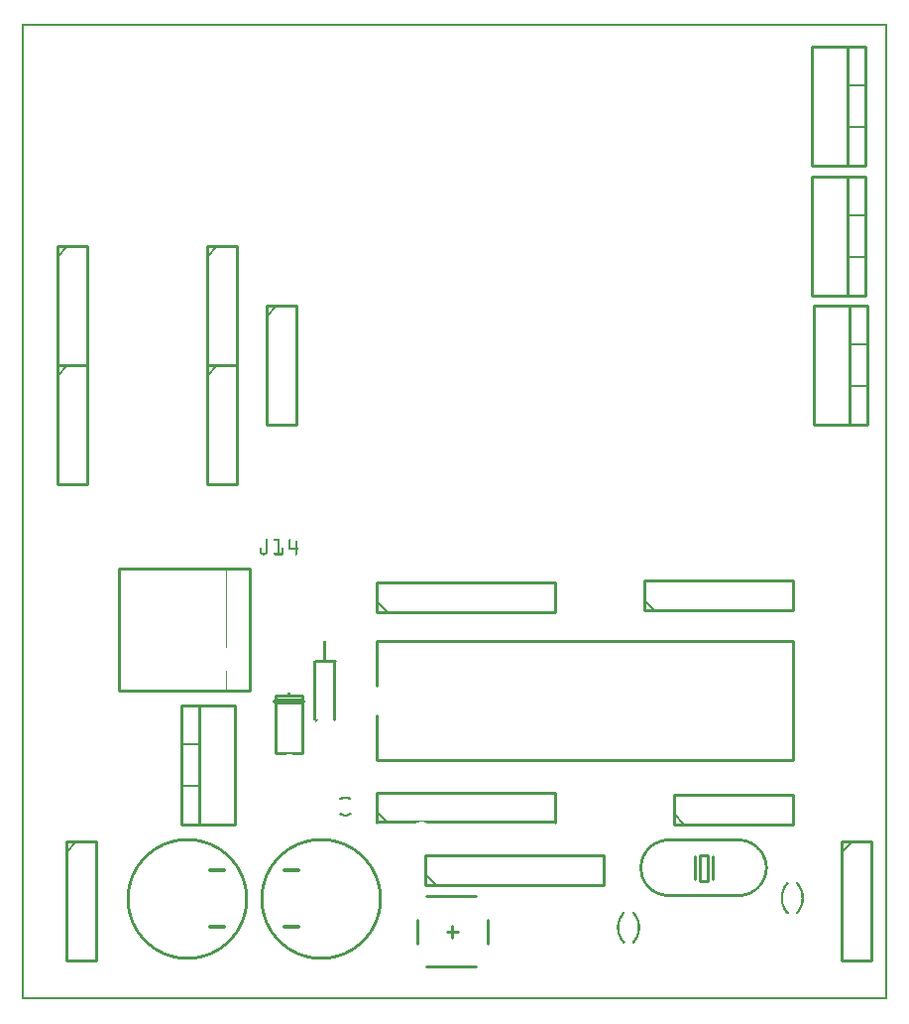
<source format=gto>
G04 MADE WITH FRITZING*
G04 WWW.FRITZING.ORG*
G04 DOUBLE SIDED*
G04 HOLES PLATED*
G04 CONTOUR ON CENTER OF CONTOUR VECTOR*
%ASAXBY*%
%FSLAX23Y23*%
%MOIN*%
%OFA0B0*%
%SFA1.0B1.0*%
%ADD10C,0.410000X0.39*%
%ADD11R,0.038714X0.096457X0.019029X0.076772*%
%ADD12C,0.009843*%
%ADD13C,0.010000*%
%ADD14C,0.005000*%
%ADD15C,0.020000*%
%ADD16R,0.001000X0.001000*%
%LNSILK1*%
G90*
G70*
G54D10*
X557Y340D03*
X1007Y340D03*
G54D12*
X2279Y486D02*
X2308Y486D01*
X2308Y400D01*
X2279Y400D01*
X2279Y486D01*
D02*
G54D13*
X2838Y3202D02*
X2838Y2802D01*
D02*
X2838Y2802D02*
X2658Y2802D01*
D02*
X2658Y2802D02*
X2658Y3202D01*
D02*
X2658Y3202D02*
X2838Y3202D01*
D02*
X2838Y3202D02*
X2838Y2802D01*
D02*
X2838Y2802D02*
X2778Y2802D01*
D02*
X2778Y2802D02*
X2778Y3202D01*
D02*
X2778Y3202D02*
X2838Y3202D01*
G54D14*
D02*
X2838Y3072D02*
X2778Y3072D01*
D02*
X2838Y2932D02*
X2778Y2932D01*
G54D13*
D02*
X2842Y2332D02*
X2842Y1932D01*
D02*
X2842Y1932D02*
X2662Y1932D01*
D02*
X2662Y1932D02*
X2662Y2332D01*
D02*
X2662Y2332D02*
X2842Y2332D01*
D02*
X2842Y2332D02*
X2842Y1932D01*
D02*
X2842Y1932D02*
X2782Y1932D01*
D02*
X2782Y1932D02*
X2782Y2332D01*
D02*
X2782Y2332D02*
X2842Y2332D01*
G54D14*
D02*
X2842Y2202D02*
X2782Y2202D01*
D02*
X2842Y2062D02*
X2782Y2062D01*
G54D13*
D02*
X2838Y2767D02*
X2838Y2367D01*
D02*
X2838Y2367D02*
X2658Y2367D01*
D02*
X2658Y2367D02*
X2658Y2767D01*
D02*
X2658Y2767D02*
X2838Y2767D01*
D02*
X2838Y2767D02*
X2838Y2367D01*
D02*
X2838Y2367D02*
X2778Y2367D01*
D02*
X2778Y2367D02*
X2778Y2767D01*
D02*
X2778Y2767D02*
X2838Y2767D01*
G54D14*
D02*
X2838Y2637D02*
X2778Y2637D01*
D02*
X2838Y2497D02*
X2778Y2497D01*
G54D13*
D02*
X1330Y191D02*
X1330Y270D01*
D02*
X1527Y112D02*
X1360Y112D01*
D02*
X1527Y349D02*
X1360Y349D01*
D02*
X1567Y191D02*
X1567Y270D01*
D02*
X1448Y211D02*
X1448Y250D01*
D02*
X1429Y231D02*
X1468Y231D01*
D02*
X945Y1023D02*
X945Y828D01*
D02*
X855Y828D02*
X855Y1023D01*
D02*
X855Y1023D02*
X945Y1023D01*
G54D15*
D02*
X855Y1003D02*
X945Y1003D01*
G54D13*
D02*
X945Y1023D02*
X945Y828D01*
D02*
X855Y828D02*
X855Y1023D01*
D02*
X855Y1023D02*
X945Y1023D01*
G54D15*
D02*
X855Y1003D02*
X945Y1003D01*
G54D13*
D02*
X537Y590D02*
X537Y990D01*
D02*
X537Y990D02*
X717Y990D01*
D02*
X717Y990D02*
X717Y590D01*
D02*
X717Y590D02*
X537Y590D01*
D02*
X537Y590D02*
X537Y990D01*
D02*
X537Y990D02*
X597Y990D01*
D02*
X597Y990D02*
X597Y590D01*
D02*
X597Y590D02*
X537Y590D01*
G54D14*
D02*
X537Y720D02*
X597Y720D01*
D02*
X537Y860D02*
X597Y860D01*
G54D13*
D02*
X987Y1138D02*
X1053Y1138D01*
D02*
X328Y1448D02*
X328Y1038D01*
D02*
X328Y1038D02*
X768Y1038D01*
D02*
X768Y1038D02*
X768Y1448D01*
D02*
X768Y1448D02*
X328Y1448D01*
D02*
X120Y2132D02*
X120Y1732D01*
D02*
X120Y1732D02*
X220Y1732D01*
D02*
X220Y1732D02*
X220Y2132D01*
D02*
X220Y2132D02*
X120Y2132D01*
G54D14*
D02*
X120Y2097D02*
X155Y2132D01*
G54D13*
D02*
X622Y2532D02*
X622Y2132D01*
D02*
X622Y2132D02*
X722Y2132D01*
D02*
X722Y2132D02*
X722Y2532D01*
D02*
X722Y2532D02*
X622Y2532D01*
G54D14*
D02*
X622Y2497D02*
X657Y2532D01*
G54D13*
D02*
X822Y2332D02*
X822Y1932D01*
D02*
X822Y1932D02*
X922Y1932D01*
D02*
X922Y1932D02*
X922Y2332D01*
D02*
X922Y2332D02*
X822Y2332D01*
G54D14*
D02*
X822Y2297D02*
X857Y2332D01*
G54D13*
D02*
X622Y2132D02*
X622Y1732D01*
D02*
X622Y1732D02*
X722Y1732D01*
D02*
X722Y1732D02*
X722Y2132D01*
D02*
X722Y2132D02*
X622Y2132D01*
G54D14*
D02*
X622Y2097D02*
X657Y2132D01*
G54D13*
D02*
X1194Y805D02*
X2594Y805D01*
D02*
X2594Y805D02*
X2594Y1205D01*
D02*
X2594Y1205D02*
X1194Y1205D01*
D02*
X1194Y805D02*
X1194Y955D01*
D02*
X1194Y1055D02*
X1194Y1205D01*
D02*
X1358Y387D02*
X1958Y387D01*
D02*
X1958Y387D02*
X1958Y487D01*
D02*
X1958Y487D02*
X1358Y487D01*
D02*
X1358Y487D02*
X1358Y387D01*
G54D14*
D02*
X1393Y387D02*
X1358Y422D01*
G54D13*
D02*
X1194Y1303D02*
X1794Y1303D01*
D02*
X1794Y1303D02*
X1794Y1403D01*
D02*
X1794Y1403D02*
X1194Y1403D01*
D02*
X1194Y1403D02*
X1194Y1303D01*
G54D14*
D02*
X1229Y1303D02*
X1194Y1338D01*
G54D13*
D02*
X2092Y1308D02*
X2592Y1308D01*
D02*
X2592Y1308D02*
X2592Y1408D01*
D02*
X2592Y1408D02*
X2092Y1408D01*
D02*
X2092Y1408D02*
X2092Y1308D01*
G54D14*
D02*
X2127Y1308D02*
X2092Y1343D01*
G54D13*
D02*
X149Y532D02*
X149Y132D01*
D02*
X149Y132D02*
X249Y132D01*
D02*
X249Y132D02*
X249Y532D01*
D02*
X249Y532D02*
X149Y532D01*
G54D14*
D02*
X149Y497D02*
X184Y532D01*
G54D13*
D02*
X2757Y532D02*
X2757Y132D01*
D02*
X2757Y132D02*
X2857Y132D01*
D02*
X2857Y132D02*
X2857Y532D01*
D02*
X2857Y532D02*
X2757Y532D01*
G54D14*
D02*
X2757Y497D02*
X2792Y532D01*
G54D13*
D02*
X2193Y591D02*
X2593Y591D01*
D02*
X2593Y591D02*
X2593Y691D01*
D02*
X2593Y691D02*
X2193Y691D01*
D02*
X2193Y691D02*
X2193Y591D01*
G54D14*
D02*
X2228Y591D02*
X2193Y626D01*
G54D13*
D02*
X1794Y597D02*
X1794Y697D01*
D02*
X1794Y697D02*
X1194Y697D01*
D02*
X1194Y697D02*
X1194Y597D01*
G54D14*
D02*
X1229Y597D02*
X1194Y632D01*
G54D13*
D02*
X120Y2532D02*
X120Y2132D01*
D02*
X120Y2132D02*
X220Y2132D01*
D02*
X220Y2132D02*
X220Y2532D01*
D02*
X220Y2532D02*
X120Y2532D01*
G54D14*
D02*
X120Y2497D02*
X155Y2532D01*
G54D12*
X2325Y483D02*
X2325Y405D01*
D02*
X2262Y483D02*
X2262Y405D01*
D02*
G54D16*
X0Y3279D02*
X2911Y3279D01*
X0Y3278D02*
X2911Y3278D01*
X0Y3277D02*
X2911Y3277D01*
X0Y3276D02*
X2911Y3276D01*
X0Y3275D02*
X2911Y3275D01*
X0Y3274D02*
X2911Y3274D01*
X0Y3273D02*
X2911Y3273D01*
X0Y3272D02*
X2911Y3272D01*
X0Y3271D02*
X7Y3271D01*
X2904Y3271D02*
X2911Y3271D01*
X0Y3270D02*
X7Y3270D01*
X2904Y3270D02*
X2911Y3270D01*
X0Y3269D02*
X7Y3269D01*
X2904Y3269D02*
X2911Y3269D01*
X0Y3268D02*
X7Y3268D01*
X2904Y3268D02*
X2911Y3268D01*
X0Y3267D02*
X7Y3267D01*
X2904Y3267D02*
X2911Y3267D01*
X0Y3266D02*
X7Y3266D01*
X2904Y3266D02*
X2911Y3266D01*
X0Y3265D02*
X7Y3265D01*
X2904Y3265D02*
X2911Y3265D01*
X0Y3264D02*
X7Y3264D01*
X2904Y3264D02*
X2911Y3264D01*
X0Y3263D02*
X7Y3263D01*
X2904Y3263D02*
X2911Y3263D01*
X0Y3262D02*
X7Y3262D01*
X2904Y3262D02*
X2911Y3262D01*
X0Y3261D02*
X7Y3261D01*
X2904Y3261D02*
X2911Y3261D01*
X0Y3260D02*
X7Y3260D01*
X2904Y3260D02*
X2911Y3260D01*
X0Y3259D02*
X7Y3259D01*
X2904Y3259D02*
X2911Y3259D01*
X0Y3258D02*
X7Y3258D01*
X2904Y3258D02*
X2911Y3258D01*
X0Y3257D02*
X7Y3257D01*
X2904Y3257D02*
X2911Y3257D01*
X0Y3256D02*
X7Y3256D01*
X2904Y3256D02*
X2911Y3256D01*
X0Y3255D02*
X7Y3255D01*
X2904Y3255D02*
X2911Y3255D01*
X0Y3254D02*
X7Y3254D01*
X2904Y3254D02*
X2911Y3254D01*
X0Y3253D02*
X7Y3253D01*
X2904Y3253D02*
X2911Y3253D01*
X0Y3252D02*
X7Y3252D01*
X2904Y3252D02*
X2911Y3252D01*
X0Y3251D02*
X7Y3251D01*
X2904Y3251D02*
X2911Y3251D01*
X0Y3250D02*
X7Y3250D01*
X2904Y3250D02*
X2911Y3250D01*
X0Y3249D02*
X7Y3249D01*
X2904Y3249D02*
X2911Y3249D01*
X0Y3248D02*
X7Y3248D01*
X2904Y3248D02*
X2911Y3248D01*
X0Y3247D02*
X7Y3247D01*
X2904Y3247D02*
X2911Y3247D01*
X0Y3246D02*
X7Y3246D01*
X2904Y3246D02*
X2911Y3246D01*
X0Y3245D02*
X7Y3245D01*
X2904Y3245D02*
X2911Y3245D01*
X0Y3244D02*
X7Y3244D01*
X2904Y3244D02*
X2911Y3244D01*
X0Y3243D02*
X7Y3243D01*
X2904Y3243D02*
X2911Y3243D01*
X0Y3242D02*
X7Y3242D01*
X2904Y3242D02*
X2911Y3242D01*
X0Y3241D02*
X7Y3241D01*
X2904Y3241D02*
X2911Y3241D01*
X0Y3240D02*
X7Y3240D01*
X2904Y3240D02*
X2911Y3240D01*
X0Y3239D02*
X7Y3239D01*
X2904Y3239D02*
X2911Y3239D01*
X0Y3238D02*
X7Y3238D01*
X2904Y3238D02*
X2911Y3238D01*
X0Y3237D02*
X7Y3237D01*
X2904Y3237D02*
X2911Y3237D01*
X0Y3236D02*
X7Y3236D01*
X2904Y3236D02*
X2911Y3236D01*
X0Y3235D02*
X7Y3235D01*
X2904Y3235D02*
X2911Y3235D01*
X0Y3234D02*
X7Y3234D01*
X2904Y3234D02*
X2911Y3234D01*
X0Y3233D02*
X7Y3233D01*
X2904Y3233D02*
X2911Y3233D01*
X0Y3232D02*
X7Y3232D01*
X2904Y3232D02*
X2911Y3232D01*
X0Y3231D02*
X7Y3231D01*
X2904Y3231D02*
X2911Y3231D01*
X0Y3230D02*
X7Y3230D01*
X2904Y3230D02*
X2911Y3230D01*
X0Y3229D02*
X7Y3229D01*
X2904Y3229D02*
X2911Y3229D01*
X0Y3228D02*
X7Y3228D01*
X2904Y3228D02*
X2911Y3228D01*
X0Y3227D02*
X7Y3227D01*
X2904Y3227D02*
X2911Y3227D01*
X0Y3226D02*
X7Y3226D01*
X2904Y3226D02*
X2911Y3226D01*
X0Y3225D02*
X7Y3225D01*
X2904Y3225D02*
X2911Y3225D01*
X0Y3224D02*
X7Y3224D01*
X2904Y3224D02*
X2911Y3224D01*
X0Y3223D02*
X7Y3223D01*
X2904Y3223D02*
X2911Y3223D01*
X0Y3222D02*
X7Y3222D01*
X2904Y3222D02*
X2911Y3222D01*
X0Y3221D02*
X7Y3221D01*
X2904Y3221D02*
X2911Y3221D01*
X0Y3220D02*
X7Y3220D01*
X2904Y3220D02*
X2911Y3220D01*
X0Y3219D02*
X7Y3219D01*
X2904Y3219D02*
X2911Y3219D01*
X0Y3218D02*
X7Y3218D01*
X2904Y3218D02*
X2911Y3218D01*
X0Y3217D02*
X7Y3217D01*
X2904Y3217D02*
X2911Y3217D01*
X0Y3216D02*
X7Y3216D01*
X2904Y3216D02*
X2911Y3216D01*
X0Y3215D02*
X7Y3215D01*
X2904Y3215D02*
X2911Y3215D01*
X0Y3214D02*
X7Y3214D01*
X2904Y3214D02*
X2911Y3214D01*
X0Y3213D02*
X7Y3213D01*
X2904Y3213D02*
X2911Y3213D01*
X0Y3212D02*
X7Y3212D01*
X2904Y3212D02*
X2911Y3212D01*
X0Y3211D02*
X7Y3211D01*
X2904Y3211D02*
X2911Y3211D01*
X0Y3210D02*
X7Y3210D01*
X2904Y3210D02*
X2911Y3210D01*
X0Y3209D02*
X7Y3209D01*
X2904Y3209D02*
X2911Y3209D01*
X0Y3208D02*
X7Y3208D01*
X2904Y3208D02*
X2911Y3208D01*
X0Y3207D02*
X7Y3207D01*
X2904Y3207D02*
X2911Y3207D01*
X0Y3206D02*
X7Y3206D01*
X2904Y3206D02*
X2911Y3206D01*
X0Y3205D02*
X7Y3205D01*
X2904Y3205D02*
X2911Y3205D01*
X0Y3204D02*
X7Y3204D01*
X2904Y3204D02*
X2911Y3204D01*
X0Y3203D02*
X7Y3203D01*
X2904Y3203D02*
X2911Y3203D01*
X0Y3202D02*
X7Y3202D01*
X2904Y3202D02*
X2911Y3202D01*
X0Y3201D02*
X7Y3201D01*
X2904Y3201D02*
X2911Y3201D01*
X0Y3200D02*
X7Y3200D01*
X2904Y3200D02*
X2911Y3200D01*
X0Y3199D02*
X7Y3199D01*
X2904Y3199D02*
X2911Y3199D01*
X0Y3198D02*
X7Y3198D01*
X2904Y3198D02*
X2911Y3198D01*
X0Y3197D02*
X7Y3197D01*
X2904Y3197D02*
X2911Y3197D01*
X0Y3196D02*
X7Y3196D01*
X2904Y3196D02*
X2911Y3196D01*
X0Y3195D02*
X7Y3195D01*
X2904Y3195D02*
X2911Y3195D01*
X0Y3194D02*
X7Y3194D01*
X2904Y3194D02*
X2911Y3194D01*
X0Y3193D02*
X7Y3193D01*
X2904Y3193D02*
X2911Y3193D01*
X0Y3192D02*
X7Y3192D01*
X2904Y3192D02*
X2911Y3192D01*
X0Y3191D02*
X7Y3191D01*
X2904Y3191D02*
X2911Y3191D01*
X0Y3190D02*
X7Y3190D01*
X2904Y3190D02*
X2911Y3190D01*
X0Y3189D02*
X7Y3189D01*
X2904Y3189D02*
X2911Y3189D01*
X0Y3188D02*
X7Y3188D01*
X2904Y3188D02*
X2911Y3188D01*
X0Y3187D02*
X7Y3187D01*
X2904Y3187D02*
X2911Y3187D01*
X0Y3186D02*
X7Y3186D01*
X2904Y3186D02*
X2911Y3186D01*
X0Y3185D02*
X7Y3185D01*
X2904Y3185D02*
X2911Y3185D01*
X0Y3184D02*
X7Y3184D01*
X2904Y3184D02*
X2911Y3184D01*
X0Y3183D02*
X7Y3183D01*
X2904Y3183D02*
X2911Y3183D01*
X0Y3182D02*
X7Y3182D01*
X2904Y3182D02*
X2911Y3182D01*
X0Y3181D02*
X7Y3181D01*
X2904Y3181D02*
X2911Y3181D01*
X0Y3180D02*
X7Y3180D01*
X2904Y3180D02*
X2911Y3180D01*
X0Y3179D02*
X7Y3179D01*
X2904Y3179D02*
X2911Y3179D01*
X0Y3178D02*
X7Y3178D01*
X2904Y3178D02*
X2911Y3178D01*
X0Y3177D02*
X7Y3177D01*
X2904Y3177D02*
X2911Y3177D01*
X0Y3176D02*
X7Y3176D01*
X2904Y3176D02*
X2911Y3176D01*
X0Y3175D02*
X7Y3175D01*
X2904Y3175D02*
X2911Y3175D01*
X0Y3174D02*
X7Y3174D01*
X2904Y3174D02*
X2911Y3174D01*
X0Y3173D02*
X7Y3173D01*
X2904Y3173D02*
X2911Y3173D01*
X0Y3172D02*
X7Y3172D01*
X2904Y3172D02*
X2911Y3172D01*
X0Y3171D02*
X7Y3171D01*
X2904Y3171D02*
X2911Y3171D01*
X0Y3170D02*
X7Y3170D01*
X2904Y3170D02*
X2911Y3170D01*
X0Y3169D02*
X7Y3169D01*
X2904Y3169D02*
X2911Y3169D01*
X0Y3168D02*
X7Y3168D01*
X2904Y3168D02*
X2911Y3168D01*
X0Y3167D02*
X7Y3167D01*
X2904Y3167D02*
X2911Y3167D01*
X0Y3166D02*
X7Y3166D01*
X2904Y3166D02*
X2911Y3166D01*
X0Y3165D02*
X7Y3165D01*
X2904Y3165D02*
X2911Y3165D01*
X0Y3164D02*
X7Y3164D01*
X2904Y3164D02*
X2911Y3164D01*
X0Y3163D02*
X7Y3163D01*
X2904Y3163D02*
X2911Y3163D01*
X0Y3162D02*
X7Y3162D01*
X2904Y3162D02*
X2911Y3162D01*
X0Y3161D02*
X7Y3161D01*
X2904Y3161D02*
X2911Y3161D01*
X0Y3160D02*
X7Y3160D01*
X2904Y3160D02*
X2911Y3160D01*
X0Y3159D02*
X7Y3159D01*
X2904Y3159D02*
X2911Y3159D01*
X0Y3158D02*
X7Y3158D01*
X2904Y3158D02*
X2911Y3158D01*
X0Y3157D02*
X7Y3157D01*
X2904Y3157D02*
X2911Y3157D01*
X0Y3156D02*
X7Y3156D01*
X2904Y3156D02*
X2911Y3156D01*
X0Y3155D02*
X7Y3155D01*
X2904Y3155D02*
X2911Y3155D01*
X0Y3154D02*
X7Y3154D01*
X2904Y3154D02*
X2911Y3154D01*
X0Y3153D02*
X7Y3153D01*
X2904Y3153D02*
X2911Y3153D01*
X0Y3152D02*
X7Y3152D01*
X2904Y3152D02*
X2911Y3152D01*
X0Y3151D02*
X7Y3151D01*
X2904Y3151D02*
X2911Y3151D01*
X0Y3150D02*
X7Y3150D01*
X2904Y3150D02*
X2911Y3150D01*
X0Y3149D02*
X7Y3149D01*
X2904Y3149D02*
X2911Y3149D01*
X0Y3148D02*
X7Y3148D01*
X2904Y3148D02*
X2911Y3148D01*
X0Y3147D02*
X7Y3147D01*
X2904Y3147D02*
X2911Y3147D01*
X0Y3146D02*
X7Y3146D01*
X2904Y3146D02*
X2911Y3146D01*
X0Y3145D02*
X7Y3145D01*
X2904Y3145D02*
X2911Y3145D01*
X0Y3144D02*
X7Y3144D01*
X2904Y3144D02*
X2911Y3144D01*
X0Y3143D02*
X7Y3143D01*
X2904Y3143D02*
X2911Y3143D01*
X0Y3142D02*
X7Y3142D01*
X2904Y3142D02*
X2911Y3142D01*
X0Y3141D02*
X7Y3141D01*
X2904Y3141D02*
X2911Y3141D01*
X0Y3140D02*
X7Y3140D01*
X2904Y3140D02*
X2911Y3140D01*
X0Y3139D02*
X7Y3139D01*
X2904Y3139D02*
X2911Y3139D01*
X0Y3138D02*
X7Y3138D01*
X2904Y3138D02*
X2911Y3138D01*
X0Y3137D02*
X7Y3137D01*
X2904Y3137D02*
X2911Y3137D01*
X0Y3136D02*
X7Y3136D01*
X2904Y3136D02*
X2911Y3136D01*
X0Y3135D02*
X7Y3135D01*
X2904Y3135D02*
X2911Y3135D01*
X0Y3134D02*
X7Y3134D01*
X2904Y3134D02*
X2911Y3134D01*
X0Y3133D02*
X7Y3133D01*
X2904Y3133D02*
X2911Y3133D01*
X0Y3132D02*
X7Y3132D01*
X2904Y3132D02*
X2911Y3132D01*
X0Y3131D02*
X7Y3131D01*
X2904Y3131D02*
X2911Y3131D01*
X0Y3130D02*
X7Y3130D01*
X2904Y3130D02*
X2911Y3130D01*
X0Y3129D02*
X7Y3129D01*
X2904Y3129D02*
X2911Y3129D01*
X0Y3128D02*
X7Y3128D01*
X2904Y3128D02*
X2911Y3128D01*
X0Y3127D02*
X7Y3127D01*
X2904Y3127D02*
X2911Y3127D01*
X0Y3126D02*
X7Y3126D01*
X2904Y3126D02*
X2911Y3126D01*
X0Y3125D02*
X7Y3125D01*
X2904Y3125D02*
X2911Y3125D01*
X0Y3124D02*
X7Y3124D01*
X2904Y3124D02*
X2911Y3124D01*
X0Y3123D02*
X7Y3123D01*
X2904Y3123D02*
X2911Y3123D01*
X0Y3122D02*
X7Y3122D01*
X2904Y3122D02*
X2911Y3122D01*
X0Y3121D02*
X7Y3121D01*
X2904Y3121D02*
X2911Y3121D01*
X0Y3120D02*
X7Y3120D01*
X2904Y3120D02*
X2911Y3120D01*
X0Y3119D02*
X7Y3119D01*
X2904Y3119D02*
X2911Y3119D01*
X0Y3118D02*
X7Y3118D01*
X2904Y3118D02*
X2911Y3118D01*
X0Y3117D02*
X7Y3117D01*
X2904Y3117D02*
X2911Y3117D01*
X0Y3116D02*
X7Y3116D01*
X2904Y3116D02*
X2911Y3116D01*
X0Y3115D02*
X7Y3115D01*
X2904Y3115D02*
X2911Y3115D01*
X0Y3114D02*
X7Y3114D01*
X2904Y3114D02*
X2911Y3114D01*
X0Y3113D02*
X7Y3113D01*
X2904Y3113D02*
X2911Y3113D01*
X0Y3112D02*
X7Y3112D01*
X2904Y3112D02*
X2911Y3112D01*
X0Y3111D02*
X7Y3111D01*
X2904Y3111D02*
X2911Y3111D01*
X0Y3110D02*
X7Y3110D01*
X2904Y3110D02*
X2911Y3110D01*
X0Y3109D02*
X7Y3109D01*
X2904Y3109D02*
X2911Y3109D01*
X0Y3108D02*
X7Y3108D01*
X2904Y3108D02*
X2911Y3108D01*
X0Y3107D02*
X7Y3107D01*
X2904Y3107D02*
X2911Y3107D01*
X0Y3106D02*
X7Y3106D01*
X2904Y3106D02*
X2911Y3106D01*
X0Y3105D02*
X7Y3105D01*
X2904Y3105D02*
X2911Y3105D01*
X0Y3104D02*
X7Y3104D01*
X2904Y3104D02*
X2911Y3104D01*
X0Y3103D02*
X7Y3103D01*
X2904Y3103D02*
X2911Y3103D01*
X0Y3102D02*
X7Y3102D01*
X2904Y3102D02*
X2911Y3102D01*
X0Y3101D02*
X7Y3101D01*
X2904Y3101D02*
X2911Y3101D01*
X0Y3100D02*
X7Y3100D01*
X2904Y3100D02*
X2911Y3100D01*
X0Y3099D02*
X7Y3099D01*
X2904Y3099D02*
X2911Y3099D01*
X0Y3098D02*
X7Y3098D01*
X2904Y3098D02*
X2911Y3098D01*
X0Y3097D02*
X7Y3097D01*
X2904Y3097D02*
X2911Y3097D01*
X0Y3096D02*
X7Y3096D01*
X2904Y3096D02*
X2911Y3096D01*
X0Y3095D02*
X7Y3095D01*
X2904Y3095D02*
X2911Y3095D01*
X0Y3094D02*
X7Y3094D01*
X2904Y3094D02*
X2911Y3094D01*
X0Y3093D02*
X7Y3093D01*
X2904Y3093D02*
X2911Y3093D01*
X0Y3092D02*
X7Y3092D01*
X2904Y3092D02*
X2911Y3092D01*
X0Y3091D02*
X7Y3091D01*
X2904Y3091D02*
X2911Y3091D01*
X0Y3090D02*
X7Y3090D01*
X2904Y3090D02*
X2911Y3090D01*
X0Y3089D02*
X7Y3089D01*
X2904Y3089D02*
X2911Y3089D01*
X0Y3088D02*
X7Y3088D01*
X2904Y3088D02*
X2911Y3088D01*
X0Y3087D02*
X7Y3087D01*
X2904Y3087D02*
X2911Y3087D01*
X0Y3086D02*
X7Y3086D01*
X2904Y3086D02*
X2911Y3086D01*
X0Y3085D02*
X7Y3085D01*
X2904Y3085D02*
X2911Y3085D01*
X0Y3084D02*
X7Y3084D01*
X2904Y3084D02*
X2911Y3084D01*
X0Y3083D02*
X7Y3083D01*
X2904Y3083D02*
X2911Y3083D01*
X0Y3082D02*
X7Y3082D01*
X2904Y3082D02*
X2911Y3082D01*
X0Y3081D02*
X7Y3081D01*
X2904Y3081D02*
X2911Y3081D01*
X0Y3080D02*
X7Y3080D01*
X2904Y3080D02*
X2911Y3080D01*
X0Y3079D02*
X7Y3079D01*
X2904Y3079D02*
X2911Y3079D01*
X0Y3078D02*
X7Y3078D01*
X2904Y3078D02*
X2911Y3078D01*
X0Y3077D02*
X7Y3077D01*
X2904Y3077D02*
X2911Y3077D01*
X0Y3076D02*
X7Y3076D01*
X2904Y3076D02*
X2911Y3076D01*
X0Y3075D02*
X7Y3075D01*
X2904Y3075D02*
X2911Y3075D01*
X0Y3074D02*
X7Y3074D01*
X2904Y3074D02*
X2911Y3074D01*
X0Y3073D02*
X7Y3073D01*
X2904Y3073D02*
X2911Y3073D01*
X0Y3072D02*
X7Y3072D01*
X2904Y3072D02*
X2911Y3072D01*
X0Y3071D02*
X7Y3071D01*
X2904Y3071D02*
X2911Y3071D01*
X0Y3070D02*
X7Y3070D01*
X2904Y3070D02*
X2911Y3070D01*
X0Y3069D02*
X7Y3069D01*
X2904Y3069D02*
X2911Y3069D01*
X0Y3068D02*
X7Y3068D01*
X2904Y3068D02*
X2911Y3068D01*
X0Y3067D02*
X7Y3067D01*
X2904Y3067D02*
X2911Y3067D01*
X0Y3066D02*
X7Y3066D01*
X2904Y3066D02*
X2911Y3066D01*
X0Y3065D02*
X7Y3065D01*
X2904Y3065D02*
X2911Y3065D01*
X0Y3064D02*
X7Y3064D01*
X2904Y3064D02*
X2911Y3064D01*
X0Y3063D02*
X7Y3063D01*
X2904Y3063D02*
X2911Y3063D01*
X0Y3062D02*
X7Y3062D01*
X2904Y3062D02*
X2911Y3062D01*
X0Y3061D02*
X7Y3061D01*
X2904Y3061D02*
X2911Y3061D01*
X0Y3060D02*
X7Y3060D01*
X2904Y3060D02*
X2911Y3060D01*
X0Y3059D02*
X7Y3059D01*
X2904Y3059D02*
X2911Y3059D01*
X0Y3058D02*
X7Y3058D01*
X2904Y3058D02*
X2911Y3058D01*
X0Y3057D02*
X7Y3057D01*
X2904Y3057D02*
X2911Y3057D01*
X0Y3056D02*
X7Y3056D01*
X2904Y3056D02*
X2911Y3056D01*
X0Y3055D02*
X7Y3055D01*
X2904Y3055D02*
X2911Y3055D01*
X0Y3054D02*
X7Y3054D01*
X2904Y3054D02*
X2911Y3054D01*
X0Y3053D02*
X7Y3053D01*
X2904Y3053D02*
X2911Y3053D01*
X0Y3052D02*
X7Y3052D01*
X2904Y3052D02*
X2911Y3052D01*
X0Y3051D02*
X7Y3051D01*
X2904Y3051D02*
X2911Y3051D01*
X0Y3050D02*
X7Y3050D01*
X2904Y3050D02*
X2911Y3050D01*
X0Y3049D02*
X7Y3049D01*
X2904Y3049D02*
X2911Y3049D01*
X0Y3048D02*
X7Y3048D01*
X2904Y3048D02*
X2911Y3048D01*
X0Y3047D02*
X7Y3047D01*
X2904Y3047D02*
X2911Y3047D01*
X0Y3046D02*
X7Y3046D01*
X2904Y3046D02*
X2911Y3046D01*
X0Y3045D02*
X7Y3045D01*
X2904Y3045D02*
X2911Y3045D01*
X0Y3044D02*
X7Y3044D01*
X2904Y3044D02*
X2911Y3044D01*
X0Y3043D02*
X7Y3043D01*
X2904Y3043D02*
X2911Y3043D01*
X0Y3042D02*
X7Y3042D01*
X2904Y3042D02*
X2911Y3042D01*
X0Y3041D02*
X7Y3041D01*
X2904Y3041D02*
X2911Y3041D01*
X0Y3040D02*
X7Y3040D01*
X2904Y3040D02*
X2911Y3040D01*
X0Y3039D02*
X7Y3039D01*
X2904Y3039D02*
X2911Y3039D01*
X0Y3038D02*
X7Y3038D01*
X2904Y3038D02*
X2911Y3038D01*
X0Y3037D02*
X7Y3037D01*
X2904Y3037D02*
X2911Y3037D01*
X0Y3036D02*
X7Y3036D01*
X2904Y3036D02*
X2911Y3036D01*
X0Y3035D02*
X7Y3035D01*
X2904Y3035D02*
X2911Y3035D01*
X0Y3034D02*
X7Y3034D01*
X2904Y3034D02*
X2911Y3034D01*
X0Y3033D02*
X7Y3033D01*
X2904Y3033D02*
X2911Y3033D01*
X0Y3032D02*
X7Y3032D01*
X2904Y3032D02*
X2911Y3032D01*
X0Y3031D02*
X7Y3031D01*
X2904Y3031D02*
X2911Y3031D01*
X0Y3030D02*
X7Y3030D01*
X2904Y3030D02*
X2911Y3030D01*
X0Y3029D02*
X7Y3029D01*
X2904Y3029D02*
X2911Y3029D01*
X0Y3028D02*
X7Y3028D01*
X2904Y3028D02*
X2911Y3028D01*
X0Y3027D02*
X7Y3027D01*
X2904Y3027D02*
X2911Y3027D01*
X0Y3026D02*
X7Y3026D01*
X2904Y3026D02*
X2911Y3026D01*
X0Y3025D02*
X7Y3025D01*
X2904Y3025D02*
X2911Y3025D01*
X0Y3024D02*
X7Y3024D01*
X2904Y3024D02*
X2911Y3024D01*
X0Y3023D02*
X7Y3023D01*
X2904Y3023D02*
X2911Y3023D01*
X0Y3022D02*
X7Y3022D01*
X2904Y3022D02*
X2911Y3022D01*
X0Y3021D02*
X7Y3021D01*
X2904Y3021D02*
X2911Y3021D01*
X0Y3020D02*
X7Y3020D01*
X2904Y3020D02*
X2911Y3020D01*
X0Y3019D02*
X7Y3019D01*
X2904Y3019D02*
X2911Y3019D01*
X0Y3018D02*
X7Y3018D01*
X2904Y3018D02*
X2911Y3018D01*
X0Y3017D02*
X7Y3017D01*
X2904Y3017D02*
X2911Y3017D01*
X0Y3016D02*
X7Y3016D01*
X2904Y3016D02*
X2911Y3016D01*
X0Y3015D02*
X7Y3015D01*
X2904Y3015D02*
X2911Y3015D01*
X0Y3014D02*
X7Y3014D01*
X2904Y3014D02*
X2911Y3014D01*
X0Y3013D02*
X7Y3013D01*
X2904Y3013D02*
X2911Y3013D01*
X0Y3012D02*
X7Y3012D01*
X2904Y3012D02*
X2911Y3012D01*
X0Y3011D02*
X7Y3011D01*
X2904Y3011D02*
X2911Y3011D01*
X0Y3010D02*
X7Y3010D01*
X2904Y3010D02*
X2911Y3010D01*
X0Y3009D02*
X7Y3009D01*
X2904Y3009D02*
X2911Y3009D01*
X0Y3008D02*
X7Y3008D01*
X2904Y3008D02*
X2911Y3008D01*
X0Y3007D02*
X7Y3007D01*
X2904Y3007D02*
X2911Y3007D01*
X0Y3006D02*
X7Y3006D01*
X2904Y3006D02*
X2911Y3006D01*
X0Y3005D02*
X7Y3005D01*
X2904Y3005D02*
X2911Y3005D01*
X0Y3004D02*
X7Y3004D01*
X2904Y3004D02*
X2911Y3004D01*
X0Y3003D02*
X7Y3003D01*
X2904Y3003D02*
X2911Y3003D01*
X0Y3002D02*
X7Y3002D01*
X2904Y3002D02*
X2911Y3002D01*
X0Y3001D02*
X7Y3001D01*
X2904Y3001D02*
X2911Y3001D01*
X0Y3000D02*
X7Y3000D01*
X2904Y3000D02*
X2911Y3000D01*
X0Y2999D02*
X7Y2999D01*
X2904Y2999D02*
X2911Y2999D01*
X0Y2998D02*
X7Y2998D01*
X2904Y2998D02*
X2911Y2998D01*
X0Y2997D02*
X7Y2997D01*
X2904Y2997D02*
X2911Y2997D01*
X0Y2996D02*
X7Y2996D01*
X2904Y2996D02*
X2911Y2996D01*
X0Y2995D02*
X7Y2995D01*
X2904Y2995D02*
X2911Y2995D01*
X0Y2994D02*
X7Y2994D01*
X2904Y2994D02*
X2911Y2994D01*
X0Y2993D02*
X7Y2993D01*
X2904Y2993D02*
X2911Y2993D01*
X0Y2992D02*
X7Y2992D01*
X2904Y2992D02*
X2911Y2992D01*
X0Y2991D02*
X7Y2991D01*
X2904Y2991D02*
X2911Y2991D01*
X0Y2990D02*
X7Y2990D01*
X2904Y2990D02*
X2911Y2990D01*
X0Y2989D02*
X7Y2989D01*
X2904Y2989D02*
X2911Y2989D01*
X0Y2988D02*
X7Y2988D01*
X2904Y2988D02*
X2911Y2988D01*
X0Y2987D02*
X7Y2987D01*
X2904Y2987D02*
X2911Y2987D01*
X0Y2986D02*
X7Y2986D01*
X2904Y2986D02*
X2911Y2986D01*
X0Y2985D02*
X7Y2985D01*
X2904Y2985D02*
X2911Y2985D01*
X0Y2984D02*
X7Y2984D01*
X2904Y2984D02*
X2911Y2984D01*
X0Y2983D02*
X7Y2983D01*
X2904Y2983D02*
X2911Y2983D01*
X0Y2982D02*
X7Y2982D01*
X2904Y2982D02*
X2911Y2982D01*
X0Y2981D02*
X7Y2981D01*
X2904Y2981D02*
X2911Y2981D01*
X0Y2980D02*
X7Y2980D01*
X2904Y2980D02*
X2911Y2980D01*
X0Y2979D02*
X7Y2979D01*
X2904Y2979D02*
X2911Y2979D01*
X0Y2978D02*
X7Y2978D01*
X2904Y2978D02*
X2911Y2978D01*
X0Y2977D02*
X7Y2977D01*
X2904Y2977D02*
X2911Y2977D01*
X0Y2976D02*
X7Y2976D01*
X2904Y2976D02*
X2911Y2976D01*
X0Y2975D02*
X7Y2975D01*
X2904Y2975D02*
X2911Y2975D01*
X0Y2974D02*
X7Y2974D01*
X2904Y2974D02*
X2911Y2974D01*
X0Y2973D02*
X7Y2973D01*
X2904Y2973D02*
X2911Y2973D01*
X0Y2972D02*
X7Y2972D01*
X2904Y2972D02*
X2911Y2972D01*
X0Y2971D02*
X7Y2971D01*
X2904Y2971D02*
X2911Y2971D01*
X0Y2970D02*
X7Y2970D01*
X2904Y2970D02*
X2911Y2970D01*
X0Y2969D02*
X7Y2969D01*
X2904Y2969D02*
X2911Y2969D01*
X0Y2968D02*
X7Y2968D01*
X2904Y2968D02*
X2911Y2968D01*
X0Y2967D02*
X7Y2967D01*
X2904Y2967D02*
X2911Y2967D01*
X0Y2966D02*
X7Y2966D01*
X2904Y2966D02*
X2911Y2966D01*
X0Y2965D02*
X7Y2965D01*
X2904Y2965D02*
X2911Y2965D01*
X0Y2964D02*
X7Y2964D01*
X2904Y2964D02*
X2911Y2964D01*
X0Y2963D02*
X7Y2963D01*
X2904Y2963D02*
X2911Y2963D01*
X0Y2962D02*
X7Y2962D01*
X2904Y2962D02*
X2911Y2962D01*
X0Y2961D02*
X7Y2961D01*
X2904Y2961D02*
X2911Y2961D01*
X0Y2960D02*
X7Y2960D01*
X2904Y2960D02*
X2911Y2960D01*
X0Y2959D02*
X7Y2959D01*
X2904Y2959D02*
X2911Y2959D01*
X0Y2958D02*
X7Y2958D01*
X2904Y2958D02*
X2911Y2958D01*
X0Y2957D02*
X7Y2957D01*
X2904Y2957D02*
X2911Y2957D01*
X0Y2956D02*
X7Y2956D01*
X2904Y2956D02*
X2911Y2956D01*
X0Y2955D02*
X7Y2955D01*
X2904Y2955D02*
X2911Y2955D01*
X0Y2954D02*
X7Y2954D01*
X2904Y2954D02*
X2911Y2954D01*
X0Y2953D02*
X7Y2953D01*
X2904Y2953D02*
X2911Y2953D01*
X0Y2952D02*
X7Y2952D01*
X2904Y2952D02*
X2911Y2952D01*
X0Y2951D02*
X7Y2951D01*
X2904Y2951D02*
X2911Y2951D01*
X0Y2950D02*
X7Y2950D01*
X2904Y2950D02*
X2911Y2950D01*
X0Y2949D02*
X7Y2949D01*
X2904Y2949D02*
X2911Y2949D01*
X0Y2948D02*
X7Y2948D01*
X2904Y2948D02*
X2911Y2948D01*
X0Y2947D02*
X7Y2947D01*
X2904Y2947D02*
X2911Y2947D01*
X0Y2946D02*
X7Y2946D01*
X2904Y2946D02*
X2911Y2946D01*
X0Y2945D02*
X7Y2945D01*
X2904Y2945D02*
X2911Y2945D01*
X0Y2944D02*
X7Y2944D01*
X2904Y2944D02*
X2911Y2944D01*
X0Y2943D02*
X7Y2943D01*
X2904Y2943D02*
X2911Y2943D01*
X0Y2942D02*
X7Y2942D01*
X2904Y2942D02*
X2911Y2942D01*
X0Y2941D02*
X7Y2941D01*
X2904Y2941D02*
X2911Y2941D01*
X0Y2940D02*
X7Y2940D01*
X2904Y2940D02*
X2911Y2940D01*
X0Y2939D02*
X7Y2939D01*
X2904Y2939D02*
X2911Y2939D01*
X0Y2938D02*
X7Y2938D01*
X2904Y2938D02*
X2911Y2938D01*
X0Y2937D02*
X7Y2937D01*
X2904Y2937D02*
X2911Y2937D01*
X0Y2936D02*
X7Y2936D01*
X2904Y2936D02*
X2911Y2936D01*
X0Y2935D02*
X7Y2935D01*
X2904Y2935D02*
X2911Y2935D01*
X0Y2934D02*
X7Y2934D01*
X2904Y2934D02*
X2911Y2934D01*
X0Y2933D02*
X7Y2933D01*
X2904Y2933D02*
X2911Y2933D01*
X0Y2932D02*
X7Y2932D01*
X2904Y2932D02*
X2911Y2932D01*
X0Y2931D02*
X7Y2931D01*
X2904Y2931D02*
X2911Y2931D01*
X0Y2930D02*
X7Y2930D01*
X2904Y2930D02*
X2911Y2930D01*
X0Y2929D02*
X7Y2929D01*
X2904Y2929D02*
X2911Y2929D01*
X0Y2928D02*
X7Y2928D01*
X2904Y2928D02*
X2911Y2928D01*
X0Y2927D02*
X7Y2927D01*
X2904Y2927D02*
X2911Y2927D01*
X0Y2926D02*
X7Y2926D01*
X2904Y2926D02*
X2911Y2926D01*
X0Y2925D02*
X7Y2925D01*
X2904Y2925D02*
X2911Y2925D01*
X0Y2924D02*
X7Y2924D01*
X2904Y2924D02*
X2911Y2924D01*
X0Y2923D02*
X7Y2923D01*
X2904Y2923D02*
X2911Y2923D01*
X0Y2922D02*
X7Y2922D01*
X2904Y2922D02*
X2911Y2922D01*
X0Y2921D02*
X7Y2921D01*
X2904Y2921D02*
X2911Y2921D01*
X0Y2920D02*
X7Y2920D01*
X2904Y2920D02*
X2911Y2920D01*
X0Y2919D02*
X7Y2919D01*
X2904Y2919D02*
X2911Y2919D01*
X0Y2918D02*
X7Y2918D01*
X2904Y2918D02*
X2911Y2918D01*
X0Y2917D02*
X7Y2917D01*
X2904Y2917D02*
X2911Y2917D01*
X0Y2916D02*
X7Y2916D01*
X2904Y2916D02*
X2911Y2916D01*
X0Y2915D02*
X7Y2915D01*
X2904Y2915D02*
X2911Y2915D01*
X0Y2914D02*
X7Y2914D01*
X2904Y2914D02*
X2911Y2914D01*
X0Y2913D02*
X7Y2913D01*
X2904Y2913D02*
X2911Y2913D01*
X0Y2912D02*
X7Y2912D01*
X2904Y2912D02*
X2911Y2912D01*
X0Y2911D02*
X7Y2911D01*
X2904Y2911D02*
X2911Y2911D01*
X0Y2910D02*
X7Y2910D01*
X2904Y2910D02*
X2911Y2910D01*
X0Y2909D02*
X7Y2909D01*
X2904Y2909D02*
X2911Y2909D01*
X0Y2908D02*
X7Y2908D01*
X2904Y2908D02*
X2911Y2908D01*
X0Y2907D02*
X7Y2907D01*
X2904Y2907D02*
X2911Y2907D01*
X0Y2906D02*
X7Y2906D01*
X2904Y2906D02*
X2911Y2906D01*
X0Y2905D02*
X7Y2905D01*
X2904Y2905D02*
X2911Y2905D01*
X0Y2904D02*
X7Y2904D01*
X2904Y2904D02*
X2911Y2904D01*
X0Y2903D02*
X7Y2903D01*
X2904Y2903D02*
X2911Y2903D01*
X0Y2902D02*
X7Y2902D01*
X2904Y2902D02*
X2911Y2902D01*
X0Y2901D02*
X7Y2901D01*
X2904Y2901D02*
X2911Y2901D01*
X0Y2900D02*
X7Y2900D01*
X2904Y2900D02*
X2911Y2900D01*
X0Y2899D02*
X7Y2899D01*
X2904Y2899D02*
X2911Y2899D01*
X0Y2898D02*
X7Y2898D01*
X2904Y2898D02*
X2911Y2898D01*
X0Y2897D02*
X7Y2897D01*
X2904Y2897D02*
X2911Y2897D01*
X0Y2896D02*
X7Y2896D01*
X2904Y2896D02*
X2911Y2896D01*
X0Y2895D02*
X7Y2895D01*
X2904Y2895D02*
X2911Y2895D01*
X0Y2894D02*
X7Y2894D01*
X2904Y2894D02*
X2911Y2894D01*
X0Y2893D02*
X7Y2893D01*
X2904Y2893D02*
X2911Y2893D01*
X0Y2892D02*
X7Y2892D01*
X2904Y2892D02*
X2911Y2892D01*
X0Y2891D02*
X7Y2891D01*
X2904Y2891D02*
X2911Y2891D01*
X0Y2890D02*
X7Y2890D01*
X2904Y2890D02*
X2911Y2890D01*
X0Y2889D02*
X7Y2889D01*
X2904Y2889D02*
X2911Y2889D01*
X0Y2888D02*
X7Y2888D01*
X2904Y2888D02*
X2911Y2888D01*
X0Y2887D02*
X7Y2887D01*
X2904Y2887D02*
X2911Y2887D01*
X0Y2886D02*
X7Y2886D01*
X2904Y2886D02*
X2911Y2886D01*
X0Y2885D02*
X7Y2885D01*
X2904Y2885D02*
X2911Y2885D01*
X0Y2884D02*
X7Y2884D01*
X2904Y2884D02*
X2911Y2884D01*
X0Y2883D02*
X7Y2883D01*
X2904Y2883D02*
X2911Y2883D01*
X0Y2882D02*
X7Y2882D01*
X2904Y2882D02*
X2911Y2882D01*
X0Y2881D02*
X7Y2881D01*
X2904Y2881D02*
X2911Y2881D01*
X0Y2880D02*
X7Y2880D01*
X2904Y2880D02*
X2911Y2880D01*
X0Y2879D02*
X7Y2879D01*
X2904Y2879D02*
X2911Y2879D01*
X0Y2878D02*
X7Y2878D01*
X2904Y2878D02*
X2911Y2878D01*
X0Y2877D02*
X7Y2877D01*
X2904Y2877D02*
X2911Y2877D01*
X0Y2876D02*
X7Y2876D01*
X2904Y2876D02*
X2911Y2876D01*
X0Y2875D02*
X7Y2875D01*
X2904Y2875D02*
X2911Y2875D01*
X0Y2874D02*
X7Y2874D01*
X2904Y2874D02*
X2911Y2874D01*
X0Y2873D02*
X7Y2873D01*
X2904Y2873D02*
X2911Y2873D01*
X0Y2872D02*
X7Y2872D01*
X2904Y2872D02*
X2911Y2872D01*
X0Y2871D02*
X7Y2871D01*
X2904Y2871D02*
X2911Y2871D01*
X0Y2870D02*
X7Y2870D01*
X2904Y2870D02*
X2911Y2870D01*
X0Y2869D02*
X7Y2869D01*
X2904Y2869D02*
X2911Y2869D01*
X0Y2868D02*
X7Y2868D01*
X2904Y2868D02*
X2911Y2868D01*
X0Y2867D02*
X7Y2867D01*
X2904Y2867D02*
X2911Y2867D01*
X0Y2866D02*
X7Y2866D01*
X2904Y2866D02*
X2911Y2866D01*
X0Y2865D02*
X7Y2865D01*
X2904Y2865D02*
X2911Y2865D01*
X0Y2864D02*
X7Y2864D01*
X2904Y2864D02*
X2911Y2864D01*
X0Y2863D02*
X7Y2863D01*
X2904Y2863D02*
X2911Y2863D01*
X0Y2862D02*
X7Y2862D01*
X2904Y2862D02*
X2911Y2862D01*
X0Y2861D02*
X7Y2861D01*
X2904Y2861D02*
X2911Y2861D01*
X0Y2860D02*
X7Y2860D01*
X2904Y2860D02*
X2911Y2860D01*
X0Y2859D02*
X7Y2859D01*
X2904Y2859D02*
X2911Y2859D01*
X0Y2858D02*
X7Y2858D01*
X2904Y2858D02*
X2911Y2858D01*
X0Y2857D02*
X7Y2857D01*
X2904Y2857D02*
X2911Y2857D01*
X0Y2856D02*
X7Y2856D01*
X2904Y2856D02*
X2911Y2856D01*
X0Y2855D02*
X7Y2855D01*
X2904Y2855D02*
X2911Y2855D01*
X0Y2854D02*
X7Y2854D01*
X2904Y2854D02*
X2911Y2854D01*
X0Y2853D02*
X7Y2853D01*
X2904Y2853D02*
X2911Y2853D01*
X0Y2852D02*
X7Y2852D01*
X2904Y2852D02*
X2911Y2852D01*
X0Y2851D02*
X7Y2851D01*
X2904Y2851D02*
X2911Y2851D01*
X0Y2850D02*
X7Y2850D01*
X2904Y2850D02*
X2911Y2850D01*
X0Y2849D02*
X7Y2849D01*
X2904Y2849D02*
X2911Y2849D01*
X0Y2848D02*
X7Y2848D01*
X2904Y2848D02*
X2911Y2848D01*
X0Y2847D02*
X7Y2847D01*
X2904Y2847D02*
X2911Y2847D01*
X0Y2846D02*
X7Y2846D01*
X2904Y2846D02*
X2911Y2846D01*
X0Y2845D02*
X7Y2845D01*
X2904Y2845D02*
X2911Y2845D01*
X0Y2844D02*
X7Y2844D01*
X2904Y2844D02*
X2911Y2844D01*
X0Y2843D02*
X7Y2843D01*
X2904Y2843D02*
X2911Y2843D01*
X0Y2842D02*
X7Y2842D01*
X2904Y2842D02*
X2911Y2842D01*
X0Y2841D02*
X7Y2841D01*
X2904Y2841D02*
X2911Y2841D01*
X0Y2840D02*
X7Y2840D01*
X2904Y2840D02*
X2911Y2840D01*
X0Y2839D02*
X7Y2839D01*
X2904Y2839D02*
X2911Y2839D01*
X0Y2838D02*
X7Y2838D01*
X2904Y2838D02*
X2911Y2838D01*
X0Y2837D02*
X7Y2837D01*
X2904Y2837D02*
X2911Y2837D01*
X0Y2836D02*
X7Y2836D01*
X2904Y2836D02*
X2911Y2836D01*
X0Y2835D02*
X7Y2835D01*
X2904Y2835D02*
X2911Y2835D01*
X0Y2834D02*
X7Y2834D01*
X2904Y2834D02*
X2911Y2834D01*
X0Y2833D02*
X7Y2833D01*
X2904Y2833D02*
X2911Y2833D01*
X0Y2832D02*
X7Y2832D01*
X2904Y2832D02*
X2911Y2832D01*
X0Y2831D02*
X7Y2831D01*
X2904Y2831D02*
X2911Y2831D01*
X0Y2830D02*
X7Y2830D01*
X2904Y2830D02*
X2911Y2830D01*
X0Y2829D02*
X7Y2829D01*
X2904Y2829D02*
X2911Y2829D01*
X0Y2828D02*
X7Y2828D01*
X2904Y2828D02*
X2911Y2828D01*
X0Y2827D02*
X7Y2827D01*
X2904Y2827D02*
X2911Y2827D01*
X0Y2826D02*
X7Y2826D01*
X2904Y2826D02*
X2911Y2826D01*
X0Y2825D02*
X7Y2825D01*
X2904Y2825D02*
X2911Y2825D01*
X0Y2824D02*
X7Y2824D01*
X2904Y2824D02*
X2911Y2824D01*
X0Y2823D02*
X7Y2823D01*
X2904Y2823D02*
X2911Y2823D01*
X0Y2822D02*
X7Y2822D01*
X2904Y2822D02*
X2911Y2822D01*
X0Y2821D02*
X7Y2821D01*
X2904Y2821D02*
X2911Y2821D01*
X0Y2820D02*
X7Y2820D01*
X2904Y2820D02*
X2911Y2820D01*
X0Y2819D02*
X7Y2819D01*
X2904Y2819D02*
X2911Y2819D01*
X0Y2818D02*
X7Y2818D01*
X2904Y2818D02*
X2911Y2818D01*
X0Y2817D02*
X7Y2817D01*
X2904Y2817D02*
X2911Y2817D01*
X0Y2816D02*
X7Y2816D01*
X2904Y2816D02*
X2911Y2816D01*
X0Y2815D02*
X7Y2815D01*
X2904Y2815D02*
X2911Y2815D01*
X0Y2814D02*
X7Y2814D01*
X2904Y2814D02*
X2911Y2814D01*
X0Y2813D02*
X7Y2813D01*
X2904Y2813D02*
X2911Y2813D01*
X0Y2812D02*
X7Y2812D01*
X2904Y2812D02*
X2911Y2812D01*
X0Y2811D02*
X7Y2811D01*
X2904Y2811D02*
X2911Y2811D01*
X0Y2810D02*
X7Y2810D01*
X2904Y2810D02*
X2911Y2810D01*
X0Y2809D02*
X7Y2809D01*
X2904Y2809D02*
X2911Y2809D01*
X0Y2808D02*
X7Y2808D01*
X2904Y2808D02*
X2911Y2808D01*
X0Y2807D02*
X7Y2807D01*
X2904Y2807D02*
X2911Y2807D01*
X0Y2806D02*
X7Y2806D01*
X2904Y2806D02*
X2911Y2806D01*
X0Y2805D02*
X7Y2805D01*
X2904Y2805D02*
X2911Y2805D01*
X0Y2804D02*
X7Y2804D01*
X2904Y2804D02*
X2911Y2804D01*
X0Y2803D02*
X7Y2803D01*
X2904Y2803D02*
X2911Y2803D01*
X0Y2802D02*
X7Y2802D01*
X2904Y2802D02*
X2911Y2802D01*
X0Y2801D02*
X7Y2801D01*
X2904Y2801D02*
X2911Y2801D01*
X0Y2800D02*
X7Y2800D01*
X2904Y2800D02*
X2911Y2800D01*
X0Y2799D02*
X7Y2799D01*
X2904Y2799D02*
X2911Y2799D01*
X0Y2798D02*
X7Y2798D01*
X2904Y2798D02*
X2911Y2798D01*
X0Y2797D02*
X7Y2797D01*
X2904Y2797D02*
X2911Y2797D01*
X0Y2796D02*
X7Y2796D01*
X2904Y2796D02*
X2911Y2796D01*
X0Y2795D02*
X7Y2795D01*
X2904Y2795D02*
X2911Y2795D01*
X0Y2794D02*
X7Y2794D01*
X2904Y2794D02*
X2911Y2794D01*
X0Y2793D02*
X7Y2793D01*
X2904Y2793D02*
X2911Y2793D01*
X0Y2792D02*
X7Y2792D01*
X2904Y2792D02*
X2911Y2792D01*
X0Y2791D02*
X7Y2791D01*
X2904Y2791D02*
X2911Y2791D01*
X0Y2790D02*
X7Y2790D01*
X2904Y2790D02*
X2911Y2790D01*
X0Y2789D02*
X7Y2789D01*
X2904Y2789D02*
X2911Y2789D01*
X0Y2788D02*
X7Y2788D01*
X2904Y2788D02*
X2911Y2788D01*
X0Y2787D02*
X7Y2787D01*
X2904Y2787D02*
X2911Y2787D01*
X0Y2786D02*
X7Y2786D01*
X2904Y2786D02*
X2911Y2786D01*
X0Y2785D02*
X7Y2785D01*
X2904Y2785D02*
X2911Y2785D01*
X0Y2784D02*
X7Y2784D01*
X2904Y2784D02*
X2911Y2784D01*
X0Y2783D02*
X7Y2783D01*
X2904Y2783D02*
X2911Y2783D01*
X0Y2782D02*
X7Y2782D01*
X2904Y2782D02*
X2911Y2782D01*
X0Y2781D02*
X7Y2781D01*
X2904Y2781D02*
X2911Y2781D01*
X0Y2780D02*
X7Y2780D01*
X2904Y2780D02*
X2911Y2780D01*
X0Y2779D02*
X7Y2779D01*
X2904Y2779D02*
X2911Y2779D01*
X0Y2778D02*
X7Y2778D01*
X2904Y2778D02*
X2911Y2778D01*
X0Y2777D02*
X7Y2777D01*
X2904Y2777D02*
X2911Y2777D01*
X0Y2776D02*
X7Y2776D01*
X2904Y2776D02*
X2911Y2776D01*
X0Y2775D02*
X7Y2775D01*
X2904Y2775D02*
X2911Y2775D01*
X0Y2774D02*
X7Y2774D01*
X2904Y2774D02*
X2911Y2774D01*
X0Y2773D02*
X7Y2773D01*
X2904Y2773D02*
X2911Y2773D01*
X0Y2772D02*
X7Y2772D01*
X2904Y2772D02*
X2911Y2772D01*
X0Y2771D02*
X7Y2771D01*
X2904Y2771D02*
X2911Y2771D01*
X0Y2770D02*
X7Y2770D01*
X2904Y2770D02*
X2911Y2770D01*
X0Y2769D02*
X7Y2769D01*
X2904Y2769D02*
X2911Y2769D01*
X0Y2768D02*
X7Y2768D01*
X2904Y2768D02*
X2911Y2768D01*
X0Y2767D02*
X7Y2767D01*
X2904Y2767D02*
X2911Y2767D01*
X0Y2766D02*
X7Y2766D01*
X2904Y2766D02*
X2911Y2766D01*
X0Y2765D02*
X7Y2765D01*
X2904Y2765D02*
X2911Y2765D01*
X0Y2764D02*
X7Y2764D01*
X2904Y2764D02*
X2911Y2764D01*
X0Y2763D02*
X7Y2763D01*
X2904Y2763D02*
X2911Y2763D01*
X0Y2762D02*
X7Y2762D01*
X2904Y2762D02*
X2911Y2762D01*
X0Y2761D02*
X7Y2761D01*
X2904Y2761D02*
X2911Y2761D01*
X0Y2760D02*
X7Y2760D01*
X2904Y2760D02*
X2911Y2760D01*
X0Y2759D02*
X7Y2759D01*
X2904Y2759D02*
X2911Y2759D01*
X0Y2758D02*
X7Y2758D01*
X2904Y2758D02*
X2911Y2758D01*
X0Y2757D02*
X7Y2757D01*
X2904Y2757D02*
X2911Y2757D01*
X0Y2756D02*
X7Y2756D01*
X2904Y2756D02*
X2911Y2756D01*
X0Y2755D02*
X7Y2755D01*
X2904Y2755D02*
X2911Y2755D01*
X0Y2754D02*
X7Y2754D01*
X2904Y2754D02*
X2911Y2754D01*
X0Y2753D02*
X7Y2753D01*
X2904Y2753D02*
X2911Y2753D01*
X0Y2752D02*
X7Y2752D01*
X2904Y2752D02*
X2911Y2752D01*
X0Y2751D02*
X7Y2751D01*
X2904Y2751D02*
X2911Y2751D01*
X0Y2750D02*
X7Y2750D01*
X2904Y2750D02*
X2911Y2750D01*
X0Y2749D02*
X7Y2749D01*
X2904Y2749D02*
X2911Y2749D01*
X0Y2748D02*
X7Y2748D01*
X2904Y2748D02*
X2911Y2748D01*
X0Y2747D02*
X7Y2747D01*
X2904Y2747D02*
X2911Y2747D01*
X0Y2746D02*
X7Y2746D01*
X2904Y2746D02*
X2911Y2746D01*
X0Y2745D02*
X7Y2745D01*
X2904Y2745D02*
X2911Y2745D01*
X0Y2744D02*
X7Y2744D01*
X2904Y2744D02*
X2911Y2744D01*
X0Y2743D02*
X7Y2743D01*
X2904Y2743D02*
X2911Y2743D01*
X0Y2742D02*
X7Y2742D01*
X2904Y2742D02*
X2911Y2742D01*
X0Y2741D02*
X7Y2741D01*
X2904Y2741D02*
X2911Y2741D01*
X0Y2740D02*
X7Y2740D01*
X2904Y2740D02*
X2911Y2740D01*
X0Y2739D02*
X7Y2739D01*
X2904Y2739D02*
X2911Y2739D01*
X0Y2738D02*
X7Y2738D01*
X2904Y2738D02*
X2911Y2738D01*
X0Y2737D02*
X7Y2737D01*
X2904Y2737D02*
X2911Y2737D01*
X0Y2736D02*
X7Y2736D01*
X2904Y2736D02*
X2911Y2736D01*
X0Y2735D02*
X7Y2735D01*
X2904Y2735D02*
X2911Y2735D01*
X0Y2734D02*
X7Y2734D01*
X2904Y2734D02*
X2911Y2734D01*
X0Y2733D02*
X7Y2733D01*
X2904Y2733D02*
X2911Y2733D01*
X0Y2732D02*
X7Y2732D01*
X2904Y2732D02*
X2911Y2732D01*
X0Y2731D02*
X7Y2731D01*
X2904Y2731D02*
X2911Y2731D01*
X0Y2730D02*
X7Y2730D01*
X2904Y2730D02*
X2911Y2730D01*
X0Y2729D02*
X7Y2729D01*
X2904Y2729D02*
X2911Y2729D01*
X0Y2728D02*
X7Y2728D01*
X2904Y2728D02*
X2911Y2728D01*
X0Y2727D02*
X7Y2727D01*
X2904Y2727D02*
X2911Y2727D01*
X0Y2726D02*
X7Y2726D01*
X2904Y2726D02*
X2911Y2726D01*
X0Y2725D02*
X7Y2725D01*
X2904Y2725D02*
X2911Y2725D01*
X0Y2724D02*
X7Y2724D01*
X2904Y2724D02*
X2911Y2724D01*
X0Y2723D02*
X7Y2723D01*
X2904Y2723D02*
X2911Y2723D01*
X0Y2722D02*
X7Y2722D01*
X2904Y2722D02*
X2911Y2722D01*
X0Y2721D02*
X7Y2721D01*
X2904Y2721D02*
X2911Y2721D01*
X0Y2720D02*
X7Y2720D01*
X2904Y2720D02*
X2911Y2720D01*
X0Y2719D02*
X7Y2719D01*
X2904Y2719D02*
X2911Y2719D01*
X0Y2718D02*
X7Y2718D01*
X2904Y2718D02*
X2911Y2718D01*
X0Y2717D02*
X7Y2717D01*
X2904Y2717D02*
X2911Y2717D01*
X0Y2716D02*
X7Y2716D01*
X2904Y2716D02*
X2911Y2716D01*
X0Y2715D02*
X7Y2715D01*
X2904Y2715D02*
X2911Y2715D01*
X0Y2714D02*
X7Y2714D01*
X2904Y2714D02*
X2911Y2714D01*
X0Y2713D02*
X7Y2713D01*
X2904Y2713D02*
X2911Y2713D01*
X0Y2712D02*
X7Y2712D01*
X2904Y2712D02*
X2911Y2712D01*
X0Y2711D02*
X7Y2711D01*
X2904Y2711D02*
X2911Y2711D01*
X0Y2710D02*
X7Y2710D01*
X2904Y2710D02*
X2911Y2710D01*
X0Y2709D02*
X7Y2709D01*
X2904Y2709D02*
X2911Y2709D01*
X0Y2708D02*
X7Y2708D01*
X2904Y2708D02*
X2911Y2708D01*
X0Y2707D02*
X7Y2707D01*
X2904Y2707D02*
X2911Y2707D01*
X0Y2706D02*
X7Y2706D01*
X2904Y2706D02*
X2911Y2706D01*
X0Y2705D02*
X7Y2705D01*
X2904Y2705D02*
X2911Y2705D01*
X0Y2704D02*
X7Y2704D01*
X2904Y2704D02*
X2911Y2704D01*
X0Y2703D02*
X7Y2703D01*
X2904Y2703D02*
X2911Y2703D01*
X0Y2702D02*
X7Y2702D01*
X2904Y2702D02*
X2911Y2702D01*
X0Y2701D02*
X7Y2701D01*
X2904Y2701D02*
X2911Y2701D01*
X0Y2700D02*
X7Y2700D01*
X2904Y2700D02*
X2911Y2700D01*
X0Y2699D02*
X7Y2699D01*
X2904Y2699D02*
X2911Y2699D01*
X0Y2698D02*
X7Y2698D01*
X2904Y2698D02*
X2911Y2698D01*
X0Y2697D02*
X7Y2697D01*
X2904Y2697D02*
X2911Y2697D01*
X0Y2696D02*
X7Y2696D01*
X2904Y2696D02*
X2911Y2696D01*
X0Y2695D02*
X7Y2695D01*
X2904Y2695D02*
X2911Y2695D01*
X0Y2694D02*
X7Y2694D01*
X2904Y2694D02*
X2911Y2694D01*
X0Y2693D02*
X7Y2693D01*
X2904Y2693D02*
X2911Y2693D01*
X0Y2692D02*
X7Y2692D01*
X2904Y2692D02*
X2911Y2692D01*
X0Y2691D02*
X7Y2691D01*
X2904Y2691D02*
X2911Y2691D01*
X0Y2690D02*
X7Y2690D01*
X2904Y2690D02*
X2911Y2690D01*
X0Y2689D02*
X7Y2689D01*
X2904Y2689D02*
X2911Y2689D01*
X0Y2688D02*
X7Y2688D01*
X2904Y2688D02*
X2911Y2688D01*
X0Y2687D02*
X7Y2687D01*
X2904Y2687D02*
X2911Y2687D01*
X0Y2686D02*
X7Y2686D01*
X2904Y2686D02*
X2911Y2686D01*
X0Y2685D02*
X7Y2685D01*
X2904Y2685D02*
X2911Y2685D01*
X0Y2684D02*
X7Y2684D01*
X2904Y2684D02*
X2911Y2684D01*
X0Y2683D02*
X7Y2683D01*
X2904Y2683D02*
X2911Y2683D01*
X0Y2682D02*
X7Y2682D01*
X2904Y2682D02*
X2911Y2682D01*
X0Y2681D02*
X7Y2681D01*
X2904Y2681D02*
X2911Y2681D01*
X0Y2680D02*
X7Y2680D01*
X2904Y2680D02*
X2911Y2680D01*
X0Y2679D02*
X7Y2679D01*
X2904Y2679D02*
X2911Y2679D01*
X0Y2678D02*
X7Y2678D01*
X2904Y2678D02*
X2911Y2678D01*
X0Y2677D02*
X7Y2677D01*
X2904Y2677D02*
X2911Y2677D01*
X0Y2676D02*
X7Y2676D01*
X2904Y2676D02*
X2911Y2676D01*
X0Y2675D02*
X7Y2675D01*
X2904Y2675D02*
X2911Y2675D01*
X0Y2674D02*
X7Y2674D01*
X2904Y2674D02*
X2911Y2674D01*
X0Y2673D02*
X7Y2673D01*
X2904Y2673D02*
X2911Y2673D01*
X0Y2672D02*
X7Y2672D01*
X2904Y2672D02*
X2911Y2672D01*
X0Y2671D02*
X7Y2671D01*
X2904Y2671D02*
X2911Y2671D01*
X0Y2670D02*
X7Y2670D01*
X2904Y2670D02*
X2911Y2670D01*
X0Y2669D02*
X7Y2669D01*
X2904Y2669D02*
X2911Y2669D01*
X0Y2668D02*
X7Y2668D01*
X2904Y2668D02*
X2911Y2668D01*
X0Y2667D02*
X7Y2667D01*
X2904Y2667D02*
X2911Y2667D01*
X0Y2666D02*
X7Y2666D01*
X2904Y2666D02*
X2911Y2666D01*
X0Y2665D02*
X7Y2665D01*
X2904Y2665D02*
X2911Y2665D01*
X0Y2664D02*
X7Y2664D01*
X2904Y2664D02*
X2911Y2664D01*
X0Y2663D02*
X7Y2663D01*
X2904Y2663D02*
X2911Y2663D01*
X0Y2662D02*
X7Y2662D01*
X2904Y2662D02*
X2911Y2662D01*
X0Y2661D02*
X7Y2661D01*
X2904Y2661D02*
X2911Y2661D01*
X0Y2660D02*
X7Y2660D01*
X2904Y2660D02*
X2911Y2660D01*
X0Y2659D02*
X7Y2659D01*
X2904Y2659D02*
X2911Y2659D01*
X0Y2658D02*
X7Y2658D01*
X2904Y2658D02*
X2911Y2658D01*
X0Y2657D02*
X7Y2657D01*
X2904Y2657D02*
X2911Y2657D01*
X0Y2656D02*
X7Y2656D01*
X2904Y2656D02*
X2911Y2656D01*
X0Y2655D02*
X7Y2655D01*
X2904Y2655D02*
X2911Y2655D01*
X0Y2654D02*
X7Y2654D01*
X2904Y2654D02*
X2911Y2654D01*
X0Y2653D02*
X7Y2653D01*
X2904Y2653D02*
X2911Y2653D01*
X0Y2652D02*
X7Y2652D01*
X2904Y2652D02*
X2911Y2652D01*
X0Y2651D02*
X7Y2651D01*
X2904Y2651D02*
X2911Y2651D01*
X0Y2650D02*
X7Y2650D01*
X2904Y2650D02*
X2911Y2650D01*
X0Y2649D02*
X7Y2649D01*
X2904Y2649D02*
X2911Y2649D01*
X0Y2648D02*
X7Y2648D01*
X2904Y2648D02*
X2911Y2648D01*
X0Y2647D02*
X7Y2647D01*
X2904Y2647D02*
X2911Y2647D01*
X0Y2646D02*
X7Y2646D01*
X2904Y2646D02*
X2911Y2646D01*
X0Y2645D02*
X7Y2645D01*
X2904Y2645D02*
X2911Y2645D01*
X0Y2644D02*
X7Y2644D01*
X2904Y2644D02*
X2911Y2644D01*
X0Y2643D02*
X7Y2643D01*
X2904Y2643D02*
X2911Y2643D01*
X0Y2642D02*
X7Y2642D01*
X2904Y2642D02*
X2911Y2642D01*
X0Y2641D02*
X7Y2641D01*
X2904Y2641D02*
X2911Y2641D01*
X0Y2640D02*
X7Y2640D01*
X2904Y2640D02*
X2911Y2640D01*
X0Y2639D02*
X7Y2639D01*
X2904Y2639D02*
X2911Y2639D01*
X0Y2638D02*
X7Y2638D01*
X2904Y2638D02*
X2911Y2638D01*
X0Y2637D02*
X7Y2637D01*
X2904Y2637D02*
X2911Y2637D01*
X0Y2636D02*
X7Y2636D01*
X2904Y2636D02*
X2911Y2636D01*
X0Y2635D02*
X7Y2635D01*
X2904Y2635D02*
X2911Y2635D01*
X0Y2634D02*
X7Y2634D01*
X2904Y2634D02*
X2911Y2634D01*
X0Y2633D02*
X7Y2633D01*
X2904Y2633D02*
X2911Y2633D01*
X0Y2632D02*
X7Y2632D01*
X2904Y2632D02*
X2911Y2632D01*
X0Y2631D02*
X7Y2631D01*
X2904Y2631D02*
X2911Y2631D01*
X0Y2630D02*
X7Y2630D01*
X2904Y2630D02*
X2911Y2630D01*
X0Y2629D02*
X7Y2629D01*
X2904Y2629D02*
X2911Y2629D01*
X0Y2628D02*
X7Y2628D01*
X2904Y2628D02*
X2911Y2628D01*
X0Y2627D02*
X7Y2627D01*
X2904Y2627D02*
X2911Y2627D01*
X0Y2626D02*
X7Y2626D01*
X2904Y2626D02*
X2911Y2626D01*
X0Y2625D02*
X7Y2625D01*
X2904Y2625D02*
X2911Y2625D01*
X0Y2624D02*
X7Y2624D01*
X2904Y2624D02*
X2911Y2624D01*
X0Y2623D02*
X7Y2623D01*
X2904Y2623D02*
X2911Y2623D01*
X0Y2622D02*
X7Y2622D01*
X2904Y2622D02*
X2911Y2622D01*
X0Y2621D02*
X7Y2621D01*
X2904Y2621D02*
X2911Y2621D01*
X0Y2620D02*
X7Y2620D01*
X2904Y2620D02*
X2911Y2620D01*
X0Y2619D02*
X7Y2619D01*
X2904Y2619D02*
X2911Y2619D01*
X0Y2618D02*
X7Y2618D01*
X2904Y2618D02*
X2911Y2618D01*
X0Y2617D02*
X7Y2617D01*
X2904Y2617D02*
X2911Y2617D01*
X0Y2616D02*
X7Y2616D01*
X2904Y2616D02*
X2911Y2616D01*
X0Y2615D02*
X7Y2615D01*
X2904Y2615D02*
X2911Y2615D01*
X0Y2614D02*
X7Y2614D01*
X2904Y2614D02*
X2911Y2614D01*
X0Y2613D02*
X7Y2613D01*
X2904Y2613D02*
X2911Y2613D01*
X0Y2612D02*
X7Y2612D01*
X2904Y2612D02*
X2911Y2612D01*
X0Y2611D02*
X7Y2611D01*
X2904Y2611D02*
X2911Y2611D01*
X0Y2610D02*
X7Y2610D01*
X2904Y2610D02*
X2911Y2610D01*
X0Y2609D02*
X7Y2609D01*
X2904Y2609D02*
X2911Y2609D01*
X0Y2608D02*
X7Y2608D01*
X2904Y2608D02*
X2911Y2608D01*
X0Y2607D02*
X7Y2607D01*
X2904Y2607D02*
X2911Y2607D01*
X0Y2606D02*
X7Y2606D01*
X2904Y2606D02*
X2911Y2606D01*
X0Y2605D02*
X7Y2605D01*
X2904Y2605D02*
X2911Y2605D01*
X0Y2604D02*
X7Y2604D01*
X2904Y2604D02*
X2911Y2604D01*
X0Y2603D02*
X7Y2603D01*
X2904Y2603D02*
X2911Y2603D01*
X0Y2602D02*
X7Y2602D01*
X2904Y2602D02*
X2911Y2602D01*
X0Y2601D02*
X7Y2601D01*
X2904Y2601D02*
X2911Y2601D01*
X0Y2600D02*
X7Y2600D01*
X2904Y2600D02*
X2911Y2600D01*
X0Y2599D02*
X7Y2599D01*
X2904Y2599D02*
X2911Y2599D01*
X0Y2598D02*
X7Y2598D01*
X2904Y2598D02*
X2911Y2598D01*
X0Y2597D02*
X7Y2597D01*
X2904Y2597D02*
X2911Y2597D01*
X0Y2596D02*
X7Y2596D01*
X2904Y2596D02*
X2911Y2596D01*
X0Y2595D02*
X7Y2595D01*
X2904Y2595D02*
X2911Y2595D01*
X0Y2594D02*
X7Y2594D01*
X2904Y2594D02*
X2911Y2594D01*
X0Y2593D02*
X7Y2593D01*
X2904Y2593D02*
X2911Y2593D01*
X0Y2592D02*
X7Y2592D01*
X2904Y2592D02*
X2911Y2592D01*
X0Y2591D02*
X7Y2591D01*
X2904Y2591D02*
X2911Y2591D01*
X0Y2590D02*
X7Y2590D01*
X2904Y2590D02*
X2911Y2590D01*
X0Y2589D02*
X7Y2589D01*
X2904Y2589D02*
X2911Y2589D01*
X0Y2588D02*
X7Y2588D01*
X2904Y2588D02*
X2911Y2588D01*
X0Y2587D02*
X7Y2587D01*
X2904Y2587D02*
X2911Y2587D01*
X0Y2586D02*
X7Y2586D01*
X2904Y2586D02*
X2911Y2586D01*
X0Y2585D02*
X7Y2585D01*
X2904Y2585D02*
X2911Y2585D01*
X0Y2584D02*
X7Y2584D01*
X2904Y2584D02*
X2911Y2584D01*
X0Y2583D02*
X7Y2583D01*
X2904Y2583D02*
X2911Y2583D01*
X0Y2582D02*
X7Y2582D01*
X2904Y2582D02*
X2911Y2582D01*
X0Y2581D02*
X7Y2581D01*
X2904Y2581D02*
X2911Y2581D01*
X0Y2580D02*
X7Y2580D01*
X2904Y2580D02*
X2911Y2580D01*
X0Y2579D02*
X7Y2579D01*
X2904Y2579D02*
X2911Y2579D01*
X0Y2578D02*
X7Y2578D01*
X2904Y2578D02*
X2911Y2578D01*
X0Y2577D02*
X7Y2577D01*
X2904Y2577D02*
X2911Y2577D01*
X0Y2576D02*
X7Y2576D01*
X2904Y2576D02*
X2911Y2576D01*
X0Y2575D02*
X7Y2575D01*
X2904Y2575D02*
X2911Y2575D01*
X0Y2574D02*
X7Y2574D01*
X2904Y2574D02*
X2911Y2574D01*
X0Y2573D02*
X7Y2573D01*
X2904Y2573D02*
X2911Y2573D01*
X0Y2572D02*
X7Y2572D01*
X2904Y2572D02*
X2911Y2572D01*
X0Y2571D02*
X7Y2571D01*
X2904Y2571D02*
X2911Y2571D01*
X0Y2570D02*
X7Y2570D01*
X2904Y2570D02*
X2911Y2570D01*
X0Y2569D02*
X7Y2569D01*
X2904Y2569D02*
X2911Y2569D01*
X0Y2568D02*
X7Y2568D01*
X2904Y2568D02*
X2911Y2568D01*
X0Y2567D02*
X7Y2567D01*
X2904Y2567D02*
X2911Y2567D01*
X0Y2566D02*
X7Y2566D01*
X2904Y2566D02*
X2911Y2566D01*
X0Y2565D02*
X7Y2565D01*
X2904Y2565D02*
X2911Y2565D01*
X0Y2564D02*
X7Y2564D01*
X2904Y2564D02*
X2911Y2564D01*
X0Y2563D02*
X7Y2563D01*
X2904Y2563D02*
X2911Y2563D01*
X0Y2562D02*
X7Y2562D01*
X2904Y2562D02*
X2911Y2562D01*
X0Y2561D02*
X7Y2561D01*
X2904Y2561D02*
X2911Y2561D01*
X0Y2560D02*
X7Y2560D01*
X2904Y2560D02*
X2911Y2560D01*
X0Y2559D02*
X7Y2559D01*
X2904Y2559D02*
X2911Y2559D01*
X0Y2558D02*
X7Y2558D01*
X2904Y2558D02*
X2911Y2558D01*
X0Y2557D02*
X7Y2557D01*
X2904Y2557D02*
X2911Y2557D01*
X0Y2556D02*
X7Y2556D01*
X2904Y2556D02*
X2911Y2556D01*
X0Y2555D02*
X7Y2555D01*
X2904Y2555D02*
X2911Y2555D01*
X0Y2554D02*
X7Y2554D01*
X2904Y2554D02*
X2911Y2554D01*
X0Y2553D02*
X7Y2553D01*
X2904Y2553D02*
X2911Y2553D01*
X0Y2552D02*
X7Y2552D01*
X2904Y2552D02*
X2911Y2552D01*
X0Y2551D02*
X7Y2551D01*
X2904Y2551D02*
X2911Y2551D01*
X0Y2550D02*
X7Y2550D01*
X2904Y2550D02*
X2911Y2550D01*
X0Y2549D02*
X7Y2549D01*
X2904Y2549D02*
X2911Y2549D01*
X0Y2548D02*
X7Y2548D01*
X2904Y2548D02*
X2911Y2548D01*
X0Y2547D02*
X7Y2547D01*
X2904Y2547D02*
X2911Y2547D01*
X0Y2546D02*
X7Y2546D01*
X2904Y2546D02*
X2911Y2546D01*
X0Y2545D02*
X7Y2545D01*
X2904Y2545D02*
X2911Y2545D01*
X0Y2544D02*
X7Y2544D01*
X2904Y2544D02*
X2911Y2544D01*
X0Y2543D02*
X7Y2543D01*
X2904Y2543D02*
X2911Y2543D01*
X0Y2542D02*
X7Y2542D01*
X2904Y2542D02*
X2911Y2542D01*
X0Y2541D02*
X7Y2541D01*
X2904Y2541D02*
X2911Y2541D01*
X0Y2540D02*
X7Y2540D01*
X2904Y2540D02*
X2911Y2540D01*
X0Y2539D02*
X7Y2539D01*
X2904Y2539D02*
X2911Y2539D01*
X0Y2538D02*
X7Y2538D01*
X2904Y2538D02*
X2911Y2538D01*
X0Y2537D02*
X7Y2537D01*
X2904Y2537D02*
X2911Y2537D01*
X0Y2536D02*
X7Y2536D01*
X2904Y2536D02*
X2911Y2536D01*
X0Y2535D02*
X7Y2535D01*
X2904Y2535D02*
X2911Y2535D01*
X0Y2534D02*
X7Y2534D01*
X2904Y2534D02*
X2911Y2534D01*
X0Y2533D02*
X7Y2533D01*
X2904Y2533D02*
X2911Y2533D01*
X0Y2532D02*
X7Y2532D01*
X2904Y2532D02*
X2911Y2532D01*
X0Y2531D02*
X7Y2531D01*
X2904Y2531D02*
X2911Y2531D01*
X0Y2530D02*
X7Y2530D01*
X2904Y2530D02*
X2911Y2530D01*
X0Y2529D02*
X7Y2529D01*
X2904Y2529D02*
X2911Y2529D01*
X0Y2528D02*
X7Y2528D01*
X2904Y2528D02*
X2911Y2528D01*
X0Y2527D02*
X7Y2527D01*
X2904Y2527D02*
X2911Y2527D01*
X0Y2526D02*
X7Y2526D01*
X2904Y2526D02*
X2911Y2526D01*
X0Y2525D02*
X7Y2525D01*
X2904Y2525D02*
X2911Y2525D01*
X0Y2524D02*
X7Y2524D01*
X2904Y2524D02*
X2911Y2524D01*
X0Y2523D02*
X7Y2523D01*
X2904Y2523D02*
X2911Y2523D01*
X0Y2522D02*
X7Y2522D01*
X2904Y2522D02*
X2911Y2522D01*
X0Y2521D02*
X7Y2521D01*
X2904Y2521D02*
X2911Y2521D01*
X0Y2520D02*
X7Y2520D01*
X2904Y2520D02*
X2911Y2520D01*
X0Y2519D02*
X7Y2519D01*
X2904Y2519D02*
X2911Y2519D01*
X0Y2518D02*
X7Y2518D01*
X2904Y2518D02*
X2911Y2518D01*
X0Y2517D02*
X7Y2517D01*
X2904Y2517D02*
X2911Y2517D01*
X0Y2516D02*
X7Y2516D01*
X2904Y2516D02*
X2911Y2516D01*
X0Y2515D02*
X7Y2515D01*
X2904Y2515D02*
X2911Y2515D01*
X0Y2514D02*
X7Y2514D01*
X2904Y2514D02*
X2911Y2514D01*
X0Y2513D02*
X7Y2513D01*
X2904Y2513D02*
X2911Y2513D01*
X0Y2512D02*
X7Y2512D01*
X2904Y2512D02*
X2911Y2512D01*
X0Y2511D02*
X7Y2511D01*
X2904Y2511D02*
X2911Y2511D01*
X0Y2510D02*
X7Y2510D01*
X2904Y2510D02*
X2911Y2510D01*
X0Y2509D02*
X7Y2509D01*
X2904Y2509D02*
X2911Y2509D01*
X0Y2508D02*
X7Y2508D01*
X2904Y2508D02*
X2911Y2508D01*
X0Y2507D02*
X7Y2507D01*
X2904Y2507D02*
X2911Y2507D01*
X0Y2506D02*
X7Y2506D01*
X2904Y2506D02*
X2911Y2506D01*
X0Y2505D02*
X7Y2505D01*
X2904Y2505D02*
X2911Y2505D01*
X0Y2504D02*
X7Y2504D01*
X2904Y2504D02*
X2911Y2504D01*
X0Y2503D02*
X7Y2503D01*
X2904Y2503D02*
X2911Y2503D01*
X0Y2502D02*
X7Y2502D01*
X2904Y2502D02*
X2911Y2502D01*
X0Y2501D02*
X7Y2501D01*
X2904Y2501D02*
X2911Y2501D01*
X0Y2500D02*
X7Y2500D01*
X2904Y2500D02*
X2911Y2500D01*
X0Y2499D02*
X7Y2499D01*
X2904Y2499D02*
X2911Y2499D01*
X0Y2498D02*
X7Y2498D01*
X2904Y2498D02*
X2911Y2498D01*
X0Y2497D02*
X7Y2497D01*
X2904Y2497D02*
X2911Y2497D01*
X0Y2496D02*
X7Y2496D01*
X2904Y2496D02*
X2911Y2496D01*
X0Y2495D02*
X7Y2495D01*
X2904Y2495D02*
X2911Y2495D01*
X0Y2494D02*
X7Y2494D01*
X2904Y2494D02*
X2911Y2494D01*
X0Y2493D02*
X7Y2493D01*
X2904Y2493D02*
X2911Y2493D01*
X0Y2492D02*
X7Y2492D01*
X2904Y2492D02*
X2911Y2492D01*
X0Y2491D02*
X7Y2491D01*
X2904Y2491D02*
X2911Y2491D01*
X0Y2490D02*
X7Y2490D01*
X2904Y2490D02*
X2911Y2490D01*
X0Y2489D02*
X7Y2489D01*
X2904Y2489D02*
X2911Y2489D01*
X0Y2488D02*
X7Y2488D01*
X2904Y2488D02*
X2911Y2488D01*
X0Y2487D02*
X7Y2487D01*
X2904Y2487D02*
X2911Y2487D01*
X0Y2486D02*
X7Y2486D01*
X2904Y2486D02*
X2911Y2486D01*
X0Y2485D02*
X7Y2485D01*
X2904Y2485D02*
X2911Y2485D01*
X0Y2484D02*
X7Y2484D01*
X2904Y2484D02*
X2911Y2484D01*
X0Y2483D02*
X7Y2483D01*
X2904Y2483D02*
X2911Y2483D01*
X0Y2482D02*
X7Y2482D01*
X2904Y2482D02*
X2911Y2482D01*
X0Y2481D02*
X7Y2481D01*
X2904Y2481D02*
X2911Y2481D01*
X0Y2480D02*
X7Y2480D01*
X2904Y2480D02*
X2911Y2480D01*
X0Y2479D02*
X7Y2479D01*
X2904Y2479D02*
X2911Y2479D01*
X0Y2478D02*
X7Y2478D01*
X2904Y2478D02*
X2911Y2478D01*
X0Y2477D02*
X7Y2477D01*
X2904Y2477D02*
X2911Y2477D01*
X0Y2476D02*
X7Y2476D01*
X2904Y2476D02*
X2911Y2476D01*
X0Y2475D02*
X7Y2475D01*
X2904Y2475D02*
X2911Y2475D01*
X0Y2474D02*
X7Y2474D01*
X2904Y2474D02*
X2911Y2474D01*
X0Y2473D02*
X7Y2473D01*
X2904Y2473D02*
X2911Y2473D01*
X0Y2472D02*
X7Y2472D01*
X2904Y2472D02*
X2911Y2472D01*
X0Y2471D02*
X7Y2471D01*
X2904Y2471D02*
X2911Y2471D01*
X0Y2470D02*
X7Y2470D01*
X2904Y2470D02*
X2911Y2470D01*
X0Y2469D02*
X7Y2469D01*
X2904Y2469D02*
X2911Y2469D01*
X0Y2468D02*
X7Y2468D01*
X2904Y2468D02*
X2911Y2468D01*
X0Y2467D02*
X7Y2467D01*
X2904Y2467D02*
X2911Y2467D01*
X0Y2466D02*
X7Y2466D01*
X2904Y2466D02*
X2911Y2466D01*
X0Y2465D02*
X7Y2465D01*
X2904Y2465D02*
X2911Y2465D01*
X0Y2464D02*
X7Y2464D01*
X2904Y2464D02*
X2911Y2464D01*
X0Y2463D02*
X7Y2463D01*
X2904Y2463D02*
X2911Y2463D01*
X0Y2462D02*
X7Y2462D01*
X2904Y2462D02*
X2911Y2462D01*
X0Y2461D02*
X7Y2461D01*
X2904Y2461D02*
X2911Y2461D01*
X0Y2460D02*
X7Y2460D01*
X2904Y2460D02*
X2911Y2460D01*
X0Y2459D02*
X7Y2459D01*
X2904Y2459D02*
X2911Y2459D01*
X0Y2458D02*
X7Y2458D01*
X2904Y2458D02*
X2911Y2458D01*
X0Y2457D02*
X7Y2457D01*
X2904Y2457D02*
X2911Y2457D01*
X0Y2456D02*
X7Y2456D01*
X2904Y2456D02*
X2911Y2456D01*
X0Y2455D02*
X7Y2455D01*
X2904Y2455D02*
X2911Y2455D01*
X0Y2454D02*
X7Y2454D01*
X2904Y2454D02*
X2911Y2454D01*
X0Y2453D02*
X7Y2453D01*
X2904Y2453D02*
X2911Y2453D01*
X0Y2452D02*
X7Y2452D01*
X2904Y2452D02*
X2911Y2452D01*
X0Y2451D02*
X7Y2451D01*
X2904Y2451D02*
X2911Y2451D01*
X0Y2450D02*
X7Y2450D01*
X2904Y2450D02*
X2911Y2450D01*
X0Y2449D02*
X7Y2449D01*
X2904Y2449D02*
X2911Y2449D01*
X0Y2448D02*
X7Y2448D01*
X2904Y2448D02*
X2911Y2448D01*
X0Y2447D02*
X7Y2447D01*
X2904Y2447D02*
X2911Y2447D01*
X0Y2446D02*
X7Y2446D01*
X2904Y2446D02*
X2911Y2446D01*
X0Y2445D02*
X7Y2445D01*
X2904Y2445D02*
X2911Y2445D01*
X0Y2444D02*
X7Y2444D01*
X2904Y2444D02*
X2911Y2444D01*
X0Y2443D02*
X7Y2443D01*
X2904Y2443D02*
X2911Y2443D01*
X0Y2442D02*
X7Y2442D01*
X2904Y2442D02*
X2911Y2442D01*
X0Y2441D02*
X7Y2441D01*
X2904Y2441D02*
X2911Y2441D01*
X0Y2440D02*
X7Y2440D01*
X2904Y2440D02*
X2911Y2440D01*
X0Y2439D02*
X7Y2439D01*
X2904Y2439D02*
X2911Y2439D01*
X0Y2438D02*
X7Y2438D01*
X2904Y2438D02*
X2911Y2438D01*
X0Y2437D02*
X7Y2437D01*
X2904Y2437D02*
X2911Y2437D01*
X0Y2436D02*
X7Y2436D01*
X2904Y2436D02*
X2911Y2436D01*
X0Y2435D02*
X7Y2435D01*
X2904Y2435D02*
X2911Y2435D01*
X0Y2434D02*
X7Y2434D01*
X2904Y2434D02*
X2911Y2434D01*
X0Y2433D02*
X7Y2433D01*
X2904Y2433D02*
X2911Y2433D01*
X0Y2432D02*
X7Y2432D01*
X2904Y2432D02*
X2911Y2432D01*
X0Y2431D02*
X7Y2431D01*
X2904Y2431D02*
X2911Y2431D01*
X0Y2430D02*
X7Y2430D01*
X2904Y2430D02*
X2911Y2430D01*
X0Y2429D02*
X7Y2429D01*
X2904Y2429D02*
X2911Y2429D01*
X0Y2428D02*
X7Y2428D01*
X2904Y2428D02*
X2911Y2428D01*
X0Y2427D02*
X7Y2427D01*
X2904Y2427D02*
X2911Y2427D01*
X0Y2426D02*
X7Y2426D01*
X2904Y2426D02*
X2911Y2426D01*
X0Y2425D02*
X7Y2425D01*
X2904Y2425D02*
X2911Y2425D01*
X0Y2424D02*
X7Y2424D01*
X2904Y2424D02*
X2911Y2424D01*
X0Y2423D02*
X7Y2423D01*
X2904Y2423D02*
X2911Y2423D01*
X0Y2422D02*
X7Y2422D01*
X2904Y2422D02*
X2911Y2422D01*
X0Y2421D02*
X7Y2421D01*
X2904Y2421D02*
X2911Y2421D01*
X0Y2420D02*
X7Y2420D01*
X2904Y2420D02*
X2911Y2420D01*
X0Y2419D02*
X7Y2419D01*
X2904Y2419D02*
X2911Y2419D01*
X0Y2418D02*
X7Y2418D01*
X2904Y2418D02*
X2911Y2418D01*
X0Y2417D02*
X7Y2417D01*
X2904Y2417D02*
X2911Y2417D01*
X0Y2416D02*
X7Y2416D01*
X2904Y2416D02*
X2911Y2416D01*
X0Y2415D02*
X7Y2415D01*
X2904Y2415D02*
X2911Y2415D01*
X0Y2414D02*
X7Y2414D01*
X2904Y2414D02*
X2911Y2414D01*
X0Y2413D02*
X7Y2413D01*
X2904Y2413D02*
X2911Y2413D01*
X0Y2412D02*
X7Y2412D01*
X2904Y2412D02*
X2911Y2412D01*
X0Y2411D02*
X7Y2411D01*
X2904Y2411D02*
X2911Y2411D01*
X0Y2410D02*
X7Y2410D01*
X2904Y2410D02*
X2911Y2410D01*
X0Y2409D02*
X7Y2409D01*
X2904Y2409D02*
X2911Y2409D01*
X0Y2408D02*
X7Y2408D01*
X2904Y2408D02*
X2911Y2408D01*
X0Y2407D02*
X7Y2407D01*
X2904Y2407D02*
X2911Y2407D01*
X0Y2406D02*
X7Y2406D01*
X2904Y2406D02*
X2911Y2406D01*
X0Y2405D02*
X7Y2405D01*
X2904Y2405D02*
X2911Y2405D01*
X0Y2404D02*
X7Y2404D01*
X2904Y2404D02*
X2911Y2404D01*
X0Y2403D02*
X7Y2403D01*
X2904Y2403D02*
X2911Y2403D01*
X0Y2402D02*
X7Y2402D01*
X2904Y2402D02*
X2911Y2402D01*
X0Y2401D02*
X7Y2401D01*
X2904Y2401D02*
X2911Y2401D01*
X0Y2400D02*
X7Y2400D01*
X2904Y2400D02*
X2911Y2400D01*
X0Y2399D02*
X7Y2399D01*
X2904Y2399D02*
X2911Y2399D01*
X0Y2398D02*
X7Y2398D01*
X2904Y2398D02*
X2911Y2398D01*
X0Y2397D02*
X7Y2397D01*
X2904Y2397D02*
X2911Y2397D01*
X0Y2396D02*
X7Y2396D01*
X2904Y2396D02*
X2911Y2396D01*
X0Y2395D02*
X7Y2395D01*
X2904Y2395D02*
X2911Y2395D01*
X0Y2394D02*
X7Y2394D01*
X2904Y2394D02*
X2911Y2394D01*
X0Y2393D02*
X7Y2393D01*
X2904Y2393D02*
X2911Y2393D01*
X0Y2392D02*
X7Y2392D01*
X2904Y2392D02*
X2911Y2392D01*
X0Y2391D02*
X7Y2391D01*
X2904Y2391D02*
X2911Y2391D01*
X0Y2390D02*
X7Y2390D01*
X2904Y2390D02*
X2911Y2390D01*
X0Y2389D02*
X7Y2389D01*
X2904Y2389D02*
X2911Y2389D01*
X0Y2388D02*
X7Y2388D01*
X2904Y2388D02*
X2911Y2388D01*
X0Y2387D02*
X7Y2387D01*
X2904Y2387D02*
X2911Y2387D01*
X0Y2386D02*
X7Y2386D01*
X2904Y2386D02*
X2911Y2386D01*
X0Y2385D02*
X7Y2385D01*
X2904Y2385D02*
X2911Y2385D01*
X0Y2384D02*
X7Y2384D01*
X2904Y2384D02*
X2911Y2384D01*
X0Y2383D02*
X7Y2383D01*
X2904Y2383D02*
X2911Y2383D01*
X0Y2382D02*
X7Y2382D01*
X2904Y2382D02*
X2911Y2382D01*
X0Y2381D02*
X7Y2381D01*
X2904Y2381D02*
X2911Y2381D01*
X0Y2380D02*
X7Y2380D01*
X2904Y2380D02*
X2911Y2380D01*
X0Y2379D02*
X7Y2379D01*
X2904Y2379D02*
X2911Y2379D01*
X0Y2378D02*
X7Y2378D01*
X2904Y2378D02*
X2911Y2378D01*
X0Y2377D02*
X7Y2377D01*
X2904Y2377D02*
X2911Y2377D01*
X0Y2376D02*
X7Y2376D01*
X2904Y2376D02*
X2911Y2376D01*
X0Y2375D02*
X7Y2375D01*
X2904Y2375D02*
X2911Y2375D01*
X0Y2374D02*
X7Y2374D01*
X2904Y2374D02*
X2911Y2374D01*
X0Y2373D02*
X7Y2373D01*
X2904Y2373D02*
X2911Y2373D01*
X0Y2372D02*
X7Y2372D01*
X2904Y2372D02*
X2911Y2372D01*
X0Y2371D02*
X7Y2371D01*
X2904Y2371D02*
X2911Y2371D01*
X0Y2370D02*
X7Y2370D01*
X2904Y2370D02*
X2911Y2370D01*
X0Y2369D02*
X7Y2369D01*
X2904Y2369D02*
X2911Y2369D01*
X0Y2368D02*
X7Y2368D01*
X2904Y2368D02*
X2911Y2368D01*
X0Y2367D02*
X7Y2367D01*
X2904Y2367D02*
X2911Y2367D01*
X0Y2366D02*
X7Y2366D01*
X2904Y2366D02*
X2911Y2366D01*
X0Y2365D02*
X7Y2365D01*
X2904Y2365D02*
X2911Y2365D01*
X0Y2364D02*
X7Y2364D01*
X2904Y2364D02*
X2911Y2364D01*
X0Y2363D02*
X7Y2363D01*
X2904Y2363D02*
X2911Y2363D01*
X0Y2362D02*
X7Y2362D01*
X2904Y2362D02*
X2911Y2362D01*
X0Y2361D02*
X7Y2361D01*
X2904Y2361D02*
X2911Y2361D01*
X0Y2360D02*
X7Y2360D01*
X2904Y2360D02*
X2911Y2360D01*
X0Y2359D02*
X7Y2359D01*
X2904Y2359D02*
X2911Y2359D01*
X0Y2358D02*
X7Y2358D01*
X2904Y2358D02*
X2911Y2358D01*
X0Y2357D02*
X7Y2357D01*
X2904Y2357D02*
X2911Y2357D01*
X0Y2356D02*
X7Y2356D01*
X2904Y2356D02*
X2911Y2356D01*
X0Y2355D02*
X7Y2355D01*
X2904Y2355D02*
X2911Y2355D01*
X0Y2354D02*
X7Y2354D01*
X2904Y2354D02*
X2911Y2354D01*
X0Y2353D02*
X7Y2353D01*
X2904Y2353D02*
X2911Y2353D01*
X0Y2352D02*
X7Y2352D01*
X2904Y2352D02*
X2911Y2352D01*
X0Y2351D02*
X7Y2351D01*
X2904Y2351D02*
X2911Y2351D01*
X0Y2350D02*
X7Y2350D01*
X2904Y2350D02*
X2911Y2350D01*
X0Y2349D02*
X7Y2349D01*
X2904Y2349D02*
X2911Y2349D01*
X0Y2348D02*
X7Y2348D01*
X2904Y2348D02*
X2911Y2348D01*
X0Y2347D02*
X7Y2347D01*
X2904Y2347D02*
X2911Y2347D01*
X0Y2346D02*
X7Y2346D01*
X2904Y2346D02*
X2911Y2346D01*
X0Y2345D02*
X7Y2345D01*
X2904Y2345D02*
X2911Y2345D01*
X0Y2344D02*
X7Y2344D01*
X2904Y2344D02*
X2911Y2344D01*
X0Y2343D02*
X7Y2343D01*
X2904Y2343D02*
X2911Y2343D01*
X0Y2342D02*
X7Y2342D01*
X2904Y2342D02*
X2911Y2342D01*
X0Y2341D02*
X7Y2341D01*
X2904Y2341D02*
X2911Y2341D01*
X0Y2340D02*
X7Y2340D01*
X2904Y2340D02*
X2911Y2340D01*
X0Y2339D02*
X7Y2339D01*
X2904Y2339D02*
X2911Y2339D01*
X0Y2338D02*
X7Y2338D01*
X2904Y2338D02*
X2911Y2338D01*
X0Y2337D02*
X7Y2337D01*
X2904Y2337D02*
X2911Y2337D01*
X0Y2336D02*
X7Y2336D01*
X2904Y2336D02*
X2911Y2336D01*
X0Y2335D02*
X7Y2335D01*
X2904Y2335D02*
X2911Y2335D01*
X0Y2334D02*
X7Y2334D01*
X2904Y2334D02*
X2911Y2334D01*
X0Y2333D02*
X7Y2333D01*
X2904Y2333D02*
X2911Y2333D01*
X0Y2332D02*
X7Y2332D01*
X2904Y2332D02*
X2911Y2332D01*
X0Y2331D02*
X7Y2331D01*
X2904Y2331D02*
X2911Y2331D01*
X0Y2330D02*
X7Y2330D01*
X2904Y2330D02*
X2911Y2330D01*
X0Y2329D02*
X7Y2329D01*
X2904Y2329D02*
X2911Y2329D01*
X0Y2328D02*
X7Y2328D01*
X2904Y2328D02*
X2911Y2328D01*
X0Y2327D02*
X7Y2327D01*
X2904Y2327D02*
X2911Y2327D01*
X0Y2326D02*
X7Y2326D01*
X2904Y2326D02*
X2911Y2326D01*
X0Y2325D02*
X7Y2325D01*
X2904Y2325D02*
X2911Y2325D01*
X0Y2324D02*
X7Y2324D01*
X2904Y2324D02*
X2911Y2324D01*
X0Y2323D02*
X7Y2323D01*
X2904Y2323D02*
X2911Y2323D01*
X0Y2322D02*
X7Y2322D01*
X2904Y2322D02*
X2911Y2322D01*
X0Y2321D02*
X7Y2321D01*
X2904Y2321D02*
X2911Y2321D01*
X0Y2320D02*
X7Y2320D01*
X2904Y2320D02*
X2911Y2320D01*
X0Y2319D02*
X7Y2319D01*
X2904Y2319D02*
X2911Y2319D01*
X0Y2318D02*
X7Y2318D01*
X2904Y2318D02*
X2911Y2318D01*
X0Y2317D02*
X7Y2317D01*
X2904Y2317D02*
X2911Y2317D01*
X0Y2316D02*
X7Y2316D01*
X2904Y2316D02*
X2911Y2316D01*
X0Y2315D02*
X7Y2315D01*
X2904Y2315D02*
X2911Y2315D01*
X0Y2314D02*
X7Y2314D01*
X2904Y2314D02*
X2911Y2314D01*
X0Y2313D02*
X7Y2313D01*
X2904Y2313D02*
X2911Y2313D01*
X0Y2312D02*
X7Y2312D01*
X2904Y2312D02*
X2911Y2312D01*
X0Y2311D02*
X7Y2311D01*
X2904Y2311D02*
X2911Y2311D01*
X0Y2310D02*
X7Y2310D01*
X2904Y2310D02*
X2911Y2310D01*
X0Y2309D02*
X7Y2309D01*
X2904Y2309D02*
X2911Y2309D01*
X0Y2308D02*
X7Y2308D01*
X2904Y2308D02*
X2911Y2308D01*
X0Y2307D02*
X7Y2307D01*
X2904Y2307D02*
X2911Y2307D01*
X0Y2306D02*
X7Y2306D01*
X2904Y2306D02*
X2911Y2306D01*
X0Y2305D02*
X7Y2305D01*
X2904Y2305D02*
X2911Y2305D01*
X0Y2304D02*
X7Y2304D01*
X2904Y2304D02*
X2911Y2304D01*
X0Y2303D02*
X7Y2303D01*
X2904Y2303D02*
X2911Y2303D01*
X0Y2302D02*
X7Y2302D01*
X2904Y2302D02*
X2911Y2302D01*
X0Y2301D02*
X7Y2301D01*
X2904Y2301D02*
X2911Y2301D01*
X0Y2300D02*
X7Y2300D01*
X2904Y2300D02*
X2911Y2300D01*
X0Y2299D02*
X7Y2299D01*
X2904Y2299D02*
X2911Y2299D01*
X0Y2298D02*
X7Y2298D01*
X2904Y2298D02*
X2911Y2298D01*
X0Y2297D02*
X7Y2297D01*
X2904Y2297D02*
X2911Y2297D01*
X0Y2296D02*
X7Y2296D01*
X2904Y2296D02*
X2911Y2296D01*
X0Y2295D02*
X7Y2295D01*
X2904Y2295D02*
X2911Y2295D01*
X0Y2294D02*
X7Y2294D01*
X2904Y2294D02*
X2911Y2294D01*
X0Y2293D02*
X7Y2293D01*
X2904Y2293D02*
X2911Y2293D01*
X0Y2292D02*
X7Y2292D01*
X2904Y2292D02*
X2911Y2292D01*
X0Y2291D02*
X7Y2291D01*
X2904Y2291D02*
X2911Y2291D01*
X0Y2290D02*
X7Y2290D01*
X2904Y2290D02*
X2911Y2290D01*
X0Y2289D02*
X7Y2289D01*
X2904Y2289D02*
X2911Y2289D01*
X0Y2288D02*
X7Y2288D01*
X2904Y2288D02*
X2911Y2288D01*
X0Y2287D02*
X7Y2287D01*
X2904Y2287D02*
X2911Y2287D01*
X0Y2286D02*
X7Y2286D01*
X2904Y2286D02*
X2911Y2286D01*
X0Y2285D02*
X7Y2285D01*
X2904Y2285D02*
X2911Y2285D01*
X0Y2284D02*
X7Y2284D01*
X2904Y2284D02*
X2911Y2284D01*
X0Y2283D02*
X7Y2283D01*
X2904Y2283D02*
X2911Y2283D01*
X0Y2282D02*
X7Y2282D01*
X2904Y2282D02*
X2911Y2282D01*
X0Y2281D02*
X7Y2281D01*
X2904Y2281D02*
X2911Y2281D01*
X0Y2280D02*
X7Y2280D01*
X2904Y2280D02*
X2911Y2280D01*
X0Y2279D02*
X7Y2279D01*
X2904Y2279D02*
X2911Y2279D01*
X0Y2278D02*
X7Y2278D01*
X2904Y2278D02*
X2911Y2278D01*
X0Y2277D02*
X7Y2277D01*
X2904Y2277D02*
X2911Y2277D01*
X0Y2276D02*
X7Y2276D01*
X2904Y2276D02*
X2911Y2276D01*
X0Y2275D02*
X7Y2275D01*
X2904Y2275D02*
X2911Y2275D01*
X0Y2274D02*
X7Y2274D01*
X2904Y2274D02*
X2911Y2274D01*
X0Y2273D02*
X7Y2273D01*
X2904Y2273D02*
X2911Y2273D01*
X0Y2272D02*
X7Y2272D01*
X2904Y2272D02*
X2911Y2272D01*
X0Y2271D02*
X7Y2271D01*
X2904Y2271D02*
X2911Y2271D01*
X0Y2270D02*
X7Y2270D01*
X2904Y2270D02*
X2911Y2270D01*
X0Y2269D02*
X7Y2269D01*
X2904Y2269D02*
X2911Y2269D01*
X0Y2268D02*
X7Y2268D01*
X2904Y2268D02*
X2911Y2268D01*
X0Y2267D02*
X7Y2267D01*
X2904Y2267D02*
X2911Y2267D01*
X0Y2266D02*
X7Y2266D01*
X2904Y2266D02*
X2911Y2266D01*
X0Y2265D02*
X7Y2265D01*
X2904Y2265D02*
X2911Y2265D01*
X0Y2264D02*
X7Y2264D01*
X2904Y2264D02*
X2911Y2264D01*
X0Y2263D02*
X7Y2263D01*
X2904Y2263D02*
X2911Y2263D01*
X0Y2262D02*
X7Y2262D01*
X2904Y2262D02*
X2911Y2262D01*
X0Y2261D02*
X7Y2261D01*
X2904Y2261D02*
X2911Y2261D01*
X0Y2260D02*
X7Y2260D01*
X2904Y2260D02*
X2911Y2260D01*
X0Y2259D02*
X7Y2259D01*
X2904Y2259D02*
X2911Y2259D01*
X0Y2258D02*
X7Y2258D01*
X2904Y2258D02*
X2911Y2258D01*
X0Y2257D02*
X7Y2257D01*
X2904Y2257D02*
X2911Y2257D01*
X0Y2256D02*
X7Y2256D01*
X2904Y2256D02*
X2911Y2256D01*
X0Y2255D02*
X7Y2255D01*
X2904Y2255D02*
X2911Y2255D01*
X0Y2254D02*
X7Y2254D01*
X2904Y2254D02*
X2911Y2254D01*
X0Y2253D02*
X7Y2253D01*
X2904Y2253D02*
X2911Y2253D01*
X0Y2252D02*
X7Y2252D01*
X2904Y2252D02*
X2911Y2252D01*
X0Y2251D02*
X7Y2251D01*
X2904Y2251D02*
X2911Y2251D01*
X0Y2250D02*
X7Y2250D01*
X2904Y2250D02*
X2911Y2250D01*
X0Y2249D02*
X7Y2249D01*
X2904Y2249D02*
X2911Y2249D01*
X0Y2248D02*
X7Y2248D01*
X2904Y2248D02*
X2911Y2248D01*
X0Y2247D02*
X7Y2247D01*
X2904Y2247D02*
X2911Y2247D01*
X0Y2246D02*
X7Y2246D01*
X2904Y2246D02*
X2911Y2246D01*
X0Y2245D02*
X7Y2245D01*
X2904Y2245D02*
X2911Y2245D01*
X0Y2244D02*
X7Y2244D01*
X2904Y2244D02*
X2911Y2244D01*
X0Y2243D02*
X7Y2243D01*
X2904Y2243D02*
X2911Y2243D01*
X0Y2242D02*
X7Y2242D01*
X2904Y2242D02*
X2911Y2242D01*
X0Y2241D02*
X7Y2241D01*
X2904Y2241D02*
X2911Y2241D01*
X0Y2240D02*
X7Y2240D01*
X2904Y2240D02*
X2911Y2240D01*
X0Y2239D02*
X7Y2239D01*
X2904Y2239D02*
X2911Y2239D01*
X0Y2238D02*
X7Y2238D01*
X2904Y2238D02*
X2911Y2238D01*
X0Y2237D02*
X7Y2237D01*
X2904Y2237D02*
X2911Y2237D01*
X0Y2236D02*
X7Y2236D01*
X2904Y2236D02*
X2911Y2236D01*
X0Y2235D02*
X7Y2235D01*
X2904Y2235D02*
X2911Y2235D01*
X0Y2234D02*
X7Y2234D01*
X2904Y2234D02*
X2911Y2234D01*
X0Y2233D02*
X7Y2233D01*
X2904Y2233D02*
X2911Y2233D01*
X0Y2232D02*
X7Y2232D01*
X2904Y2232D02*
X2911Y2232D01*
X0Y2231D02*
X7Y2231D01*
X2904Y2231D02*
X2911Y2231D01*
X0Y2230D02*
X7Y2230D01*
X2904Y2230D02*
X2911Y2230D01*
X0Y2229D02*
X7Y2229D01*
X2904Y2229D02*
X2911Y2229D01*
X0Y2228D02*
X7Y2228D01*
X2904Y2228D02*
X2911Y2228D01*
X0Y2227D02*
X7Y2227D01*
X2904Y2227D02*
X2911Y2227D01*
X0Y2226D02*
X7Y2226D01*
X2904Y2226D02*
X2911Y2226D01*
X0Y2225D02*
X7Y2225D01*
X2904Y2225D02*
X2911Y2225D01*
X0Y2224D02*
X7Y2224D01*
X2904Y2224D02*
X2911Y2224D01*
X0Y2223D02*
X7Y2223D01*
X2904Y2223D02*
X2911Y2223D01*
X0Y2222D02*
X7Y2222D01*
X2904Y2222D02*
X2911Y2222D01*
X0Y2221D02*
X7Y2221D01*
X2904Y2221D02*
X2911Y2221D01*
X0Y2220D02*
X7Y2220D01*
X2904Y2220D02*
X2911Y2220D01*
X0Y2219D02*
X7Y2219D01*
X2904Y2219D02*
X2911Y2219D01*
X0Y2218D02*
X7Y2218D01*
X2904Y2218D02*
X2911Y2218D01*
X0Y2217D02*
X7Y2217D01*
X2904Y2217D02*
X2911Y2217D01*
X0Y2216D02*
X7Y2216D01*
X2904Y2216D02*
X2911Y2216D01*
X0Y2215D02*
X7Y2215D01*
X2904Y2215D02*
X2911Y2215D01*
X0Y2214D02*
X7Y2214D01*
X2904Y2214D02*
X2911Y2214D01*
X0Y2213D02*
X7Y2213D01*
X2904Y2213D02*
X2911Y2213D01*
X0Y2212D02*
X7Y2212D01*
X2904Y2212D02*
X2911Y2212D01*
X0Y2211D02*
X7Y2211D01*
X2904Y2211D02*
X2911Y2211D01*
X0Y2210D02*
X7Y2210D01*
X2904Y2210D02*
X2911Y2210D01*
X0Y2209D02*
X7Y2209D01*
X2904Y2209D02*
X2911Y2209D01*
X0Y2208D02*
X7Y2208D01*
X2904Y2208D02*
X2911Y2208D01*
X0Y2207D02*
X7Y2207D01*
X2904Y2207D02*
X2911Y2207D01*
X0Y2206D02*
X7Y2206D01*
X2904Y2206D02*
X2911Y2206D01*
X0Y2205D02*
X7Y2205D01*
X2904Y2205D02*
X2911Y2205D01*
X0Y2204D02*
X7Y2204D01*
X2904Y2204D02*
X2911Y2204D01*
X0Y2203D02*
X7Y2203D01*
X2904Y2203D02*
X2911Y2203D01*
X0Y2202D02*
X7Y2202D01*
X2904Y2202D02*
X2911Y2202D01*
X0Y2201D02*
X7Y2201D01*
X2904Y2201D02*
X2911Y2201D01*
X0Y2200D02*
X7Y2200D01*
X2904Y2200D02*
X2911Y2200D01*
X0Y2199D02*
X7Y2199D01*
X2904Y2199D02*
X2911Y2199D01*
X0Y2198D02*
X7Y2198D01*
X2904Y2198D02*
X2911Y2198D01*
X0Y2197D02*
X7Y2197D01*
X2904Y2197D02*
X2911Y2197D01*
X0Y2196D02*
X7Y2196D01*
X2904Y2196D02*
X2911Y2196D01*
X0Y2195D02*
X7Y2195D01*
X2904Y2195D02*
X2911Y2195D01*
X0Y2194D02*
X7Y2194D01*
X2904Y2194D02*
X2911Y2194D01*
X0Y2193D02*
X7Y2193D01*
X2904Y2193D02*
X2911Y2193D01*
X0Y2192D02*
X7Y2192D01*
X2904Y2192D02*
X2911Y2192D01*
X0Y2191D02*
X7Y2191D01*
X2904Y2191D02*
X2911Y2191D01*
X0Y2190D02*
X7Y2190D01*
X2904Y2190D02*
X2911Y2190D01*
X0Y2189D02*
X7Y2189D01*
X2904Y2189D02*
X2911Y2189D01*
X0Y2188D02*
X7Y2188D01*
X2904Y2188D02*
X2911Y2188D01*
X0Y2187D02*
X7Y2187D01*
X2904Y2187D02*
X2911Y2187D01*
X0Y2186D02*
X7Y2186D01*
X2904Y2186D02*
X2911Y2186D01*
X0Y2185D02*
X7Y2185D01*
X2904Y2185D02*
X2911Y2185D01*
X0Y2184D02*
X7Y2184D01*
X2904Y2184D02*
X2911Y2184D01*
X0Y2183D02*
X7Y2183D01*
X2904Y2183D02*
X2911Y2183D01*
X0Y2182D02*
X7Y2182D01*
X2904Y2182D02*
X2911Y2182D01*
X0Y2181D02*
X7Y2181D01*
X2904Y2181D02*
X2911Y2181D01*
X0Y2180D02*
X7Y2180D01*
X2904Y2180D02*
X2911Y2180D01*
X0Y2179D02*
X7Y2179D01*
X2904Y2179D02*
X2911Y2179D01*
X0Y2178D02*
X7Y2178D01*
X2904Y2178D02*
X2911Y2178D01*
X0Y2177D02*
X7Y2177D01*
X2904Y2177D02*
X2911Y2177D01*
X0Y2176D02*
X7Y2176D01*
X2904Y2176D02*
X2911Y2176D01*
X0Y2175D02*
X7Y2175D01*
X2904Y2175D02*
X2911Y2175D01*
X0Y2174D02*
X7Y2174D01*
X2904Y2174D02*
X2911Y2174D01*
X0Y2173D02*
X7Y2173D01*
X2904Y2173D02*
X2911Y2173D01*
X0Y2172D02*
X7Y2172D01*
X2904Y2172D02*
X2911Y2172D01*
X0Y2171D02*
X7Y2171D01*
X2904Y2171D02*
X2911Y2171D01*
X0Y2170D02*
X7Y2170D01*
X2904Y2170D02*
X2911Y2170D01*
X0Y2169D02*
X7Y2169D01*
X2904Y2169D02*
X2911Y2169D01*
X0Y2168D02*
X7Y2168D01*
X2904Y2168D02*
X2911Y2168D01*
X0Y2167D02*
X7Y2167D01*
X2904Y2167D02*
X2911Y2167D01*
X0Y2166D02*
X7Y2166D01*
X2904Y2166D02*
X2911Y2166D01*
X0Y2165D02*
X7Y2165D01*
X2904Y2165D02*
X2911Y2165D01*
X0Y2164D02*
X7Y2164D01*
X2904Y2164D02*
X2911Y2164D01*
X0Y2163D02*
X7Y2163D01*
X2904Y2163D02*
X2911Y2163D01*
X0Y2162D02*
X7Y2162D01*
X2904Y2162D02*
X2911Y2162D01*
X0Y2161D02*
X7Y2161D01*
X2904Y2161D02*
X2911Y2161D01*
X0Y2160D02*
X7Y2160D01*
X2904Y2160D02*
X2911Y2160D01*
X0Y2159D02*
X7Y2159D01*
X2904Y2159D02*
X2911Y2159D01*
X0Y2158D02*
X7Y2158D01*
X2904Y2158D02*
X2911Y2158D01*
X0Y2157D02*
X7Y2157D01*
X2904Y2157D02*
X2911Y2157D01*
X0Y2156D02*
X7Y2156D01*
X2904Y2156D02*
X2911Y2156D01*
X0Y2155D02*
X7Y2155D01*
X2904Y2155D02*
X2911Y2155D01*
X0Y2154D02*
X7Y2154D01*
X2904Y2154D02*
X2911Y2154D01*
X0Y2153D02*
X7Y2153D01*
X2904Y2153D02*
X2911Y2153D01*
X0Y2152D02*
X7Y2152D01*
X2904Y2152D02*
X2911Y2152D01*
X0Y2151D02*
X7Y2151D01*
X2904Y2151D02*
X2911Y2151D01*
X0Y2150D02*
X7Y2150D01*
X2904Y2150D02*
X2911Y2150D01*
X0Y2149D02*
X7Y2149D01*
X2904Y2149D02*
X2911Y2149D01*
X0Y2148D02*
X7Y2148D01*
X2904Y2148D02*
X2911Y2148D01*
X0Y2147D02*
X7Y2147D01*
X2904Y2147D02*
X2911Y2147D01*
X0Y2146D02*
X7Y2146D01*
X2904Y2146D02*
X2911Y2146D01*
X0Y2145D02*
X7Y2145D01*
X2904Y2145D02*
X2911Y2145D01*
X0Y2144D02*
X7Y2144D01*
X2904Y2144D02*
X2911Y2144D01*
X0Y2143D02*
X7Y2143D01*
X2904Y2143D02*
X2911Y2143D01*
X0Y2142D02*
X7Y2142D01*
X2904Y2142D02*
X2911Y2142D01*
X0Y2141D02*
X7Y2141D01*
X2904Y2141D02*
X2911Y2141D01*
X0Y2140D02*
X7Y2140D01*
X2904Y2140D02*
X2911Y2140D01*
X0Y2139D02*
X7Y2139D01*
X2904Y2139D02*
X2911Y2139D01*
X0Y2138D02*
X7Y2138D01*
X2904Y2138D02*
X2911Y2138D01*
X0Y2137D02*
X7Y2137D01*
X2904Y2137D02*
X2911Y2137D01*
X0Y2136D02*
X7Y2136D01*
X2904Y2136D02*
X2911Y2136D01*
X0Y2135D02*
X7Y2135D01*
X2904Y2135D02*
X2911Y2135D01*
X0Y2134D02*
X7Y2134D01*
X2904Y2134D02*
X2911Y2134D01*
X0Y2133D02*
X7Y2133D01*
X2904Y2133D02*
X2911Y2133D01*
X0Y2132D02*
X7Y2132D01*
X2904Y2132D02*
X2911Y2132D01*
X0Y2131D02*
X7Y2131D01*
X2904Y2131D02*
X2911Y2131D01*
X0Y2130D02*
X7Y2130D01*
X2904Y2130D02*
X2911Y2130D01*
X0Y2129D02*
X7Y2129D01*
X2904Y2129D02*
X2911Y2129D01*
X0Y2128D02*
X7Y2128D01*
X2904Y2128D02*
X2911Y2128D01*
X0Y2127D02*
X7Y2127D01*
X2904Y2127D02*
X2911Y2127D01*
X0Y2126D02*
X7Y2126D01*
X2904Y2126D02*
X2911Y2126D01*
X0Y2125D02*
X7Y2125D01*
X2904Y2125D02*
X2911Y2125D01*
X0Y2124D02*
X7Y2124D01*
X2904Y2124D02*
X2911Y2124D01*
X0Y2123D02*
X7Y2123D01*
X2904Y2123D02*
X2911Y2123D01*
X0Y2122D02*
X7Y2122D01*
X2904Y2122D02*
X2911Y2122D01*
X0Y2121D02*
X7Y2121D01*
X2904Y2121D02*
X2911Y2121D01*
X0Y2120D02*
X7Y2120D01*
X2904Y2120D02*
X2911Y2120D01*
X0Y2119D02*
X7Y2119D01*
X2904Y2119D02*
X2911Y2119D01*
X0Y2118D02*
X7Y2118D01*
X2904Y2118D02*
X2911Y2118D01*
X0Y2117D02*
X7Y2117D01*
X2904Y2117D02*
X2911Y2117D01*
X0Y2116D02*
X7Y2116D01*
X2904Y2116D02*
X2911Y2116D01*
X0Y2115D02*
X7Y2115D01*
X2904Y2115D02*
X2911Y2115D01*
X0Y2114D02*
X7Y2114D01*
X2904Y2114D02*
X2911Y2114D01*
X0Y2113D02*
X7Y2113D01*
X2904Y2113D02*
X2911Y2113D01*
X0Y2112D02*
X7Y2112D01*
X2904Y2112D02*
X2911Y2112D01*
X0Y2111D02*
X7Y2111D01*
X2904Y2111D02*
X2911Y2111D01*
X0Y2110D02*
X7Y2110D01*
X2904Y2110D02*
X2911Y2110D01*
X0Y2109D02*
X7Y2109D01*
X2904Y2109D02*
X2911Y2109D01*
X0Y2108D02*
X7Y2108D01*
X2904Y2108D02*
X2911Y2108D01*
X0Y2107D02*
X7Y2107D01*
X2904Y2107D02*
X2911Y2107D01*
X0Y2106D02*
X7Y2106D01*
X2904Y2106D02*
X2911Y2106D01*
X0Y2105D02*
X7Y2105D01*
X2904Y2105D02*
X2911Y2105D01*
X0Y2104D02*
X7Y2104D01*
X2904Y2104D02*
X2911Y2104D01*
X0Y2103D02*
X7Y2103D01*
X2904Y2103D02*
X2911Y2103D01*
X0Y2102D02*
X7Y2102D01*
X2904Y2102D02*
X2911Y2102D01*
X0Y2101D02*
X7Y2101D01*
X2904Y2101D02*
X2911Y2101D01*
X0Y2100D02*
X7Y2100D01*
X2904Y2100D02*
X2911Y2100D01*
X0Y2099D02*
X7Y2099D01*
X2904Y2099D02*
X2911Y2099D01*
X0Y2098D02*
X7Y2098D01*
X2904Y2098D02*
X2911Y2098D01*
X0Y2097D02*
X7Y2097D01*
X2904Y2097D02*
X2911Y2097D01*
X0Y2096D02*
X7Y2096D01*
X2904Y2096D02*
X2911Y2096D01*
X0Y2095D02*
X7Y2095D01*
X2904Y2095D02*
X2911Y2095D01*
X0Y2094D02*
X7Y2094D01*
X2904Y2094D02*
X2911Y2094D01*
X0Y2093D02*
X7Y2093D01*
X2904Y2093D02*
X2911Y2093D01*
X0Y2092D02*
X7Y2092D01*
X2904Y2092D02*
X2911Y2092D01*
X0Y2091D02*
X7Y2091D01*
X2904Y2091D02*
X2911Y2091D01*
X0Y2090D02*
X7Y2090D01*
X2904Y2090D02*
X2911Y2090D01*
X0Y2089D02*
X7Y2089D01*
X2904Y2089D02*
X2911Y2089D01*
X0Y2088D02*
X7Y2088D01*
X2904Y2088D02*
X2911Y2088D01*
X0Y2087D02*
X7Y2087D01*
X2904Y2087D02*
X2911Y2087D01*
X0Y2086D02*
X7Y2086D01*
X2904Y2086D02*
X2911Y2086D01*
X0Y2085D02*
X7Y2085D01*
X2904Y2085D02*
X2911Y2085D01*
X0Y2084D02*
X7Y2084D01*
X2904Y2084D02*
X2911Y2084D01*
X0Y2083D02*
X7Y2083D01*
X2904Y2083D02*
X2911Y2083D01*
X0Y2082D02*
X7Y2082D01*
X2904Y2082D02*
X2911Y2082D01*
X0Y2081D02*
X7Y2081D01*
X2904Y2081D02*
X2911Y2081D01*
X0Y2080D02*
X7Y2080D01*
X2904Y2080D02*
X2911Y2080D01*
X0Y2079D02*
X7Y2079D01*
X2904Y2079D02*
X2911Y2079D01*
X0Y2078D02*
X7Y2078D01*
X2904Y2078D02*
X2911Y2078D01*
X0Y2077D02*
X7Y2077D01*
X2904Y2077D02*
X2911Y2077D01*
X0Y2076D02*
X7Y2076D01*
X2904Y2076D02*
X2911Y2076D01*
X0Y2075D02*
X7Y2075D01*
X2904Y2075D02*
X2911Y2075D01*
X0Y2074D02*
X7Y2074D01*
X2904Y2074D02*
X2911Y2074D01*
X0Y2073D02*
X7Y2073D01*
X2904Y2073D02*
X2911Y2073D01*
X0Y2072D02*
X7Y2072D01*
X2904Y2072D02*
X2911Y2072D01*
X0Y2071D02*
X7Y2071D01*
X2904Y2071D02*
X2911Y2071D01*
X0Y2070D02*
X7Y2070D01*
X2904Y2070D02*
X2911Y2070D01*
X0Y2069D02*
X7Y2069D01*
X2904Y2069D02*
X2911Y2069D01*
X0Y2068D02*
X7Y2068D01*
X2904Y2068D02*
X2911Y2068D01*
X0Y2067D02*
X7Y2067D01*
X2904Y2067D02*
X2911Y2067D01*
X0Y2066D02*
X7Y2066D01*
X2904Y2066D02*
X2911Y2066D01*
X0Y2065D02*
X7Y2065D01*
X2904Y2065D02*
X2911Y2065D01*
X0Y2064D02*
X7Y2064D01*
X2904Y2064D02*
X2911Y2064D01*
X0Y2063D02*
X7Y2063D01*
X2904Y2063D02*
X2911Y2063D01*
X0Y2062D02*
X7Y2062D01*
X2904Y2062D02*
X2911Y2062D01*
X0Y2061D02*
X7Y2061D01*
X2904Y2061D02*
X2911Y2061D01*
X0Y2060D02*
X7Y2060D01*
X2904Y2060D02*
X2911Y2060D01*
X0Y2059D02*
X7Y2059D01*
X2904Y2059D02*
X2911Y2059D01*
X0Y2058D02*
X7Y2058D01*
X2904Y2058D02*
X2911Y2058D01*
X0Y2057D02*
X7Y2057D01*
X2904Y2057D02*
X2911Y2057D01*
X0Y2056D02*
X7Y2056D01*
X2904Y2056D02*
X2911Y2056D01*
X0Y2055D02*
X7Y2055D01*
X2904Y2055D02*
X2911Y2055D01*
X0Y2054D02*
X7Y2054D01*
X2904Y2054D02*
X2911Y2054D01*
X0Y2053D02*
X7Y2053D01*
X2904Y2053D02*
X2911Y2053D01*
X0Y2052D02*
X7Y2052D01*
X2904Y2052D02*
X2911Y2052D01*
X0Y2051D02*
X7Y2051D01*
X2904Y2051D02*
X2911Y2051D01*
X0Y2050D02*
X7Y2050D01*
X2904Y2050D02*
X2911Y2050D01*
X0Y2049D02*
X7Y2049D01*
X2904Y2049D02*
X2911Y2049D01*
X0Y2048D02*
X7Y2048D01*
X2904Y2048D02*
X2911Y2048D01*
X0Y2047D02*
X7Y2047D01*
X2904Y2047D02*
X2911Y2047D01*
X0Y2046D02*
X7Y2046D01*
X2904Y2046D02*
X2911Y2046D01*
X0Y2045D02*
X7Y2045D01*
X2904Y2045D02*
X2911Y2045D01*
X0Y2044D02*
X7Y2044D01*
X2904Y2044D02*
X2911Y2044D01*
X0Y2043D02*
X7Y2043D01*
X2904Y2043D02*
X2911Y2043D01*
X0Y2042D02*
X7Y2042D01*
X2904Y2042D02*
X2911Y2042D01*
X0Y2041D02*
X7Y2041D01*
X2904Y2041D02*
X2911Y2041D01*
X0Y2040D02*
X7Y2040D01*
X2904Y2040D02*
X2911Y2040D01*
X0Y2039D02*
X7Y2039D01*
X2904Y2039D02*
X2911Y2039D01*
X0Y2038D02*
X7Y2038D01*
X2904Y2038D02*
X2911Y2038D01*
X0Y2037D02*
X7Y2037D01*
X2904Y2037D02*
X2911Y2037D01*
X0Y2036D02*
X7Y2036D01*
X2904Y2036D02*
X2911Y2036D01*
X0Y2035D02*
X7Y2035D01*
X2904Y2035D02*
X2911Y2035D01*
X0Y2034D02*
X7Y2034D01*
X2904Y2034D02*
X2911Y2034D01*
X0Y2033D02*
X7Y2033D01*
X2904Y2033D02*
X2911Y2033D01*
X0Y2032D02*
X7Y2032D01*
X2904Y2032D02*
X2911Y2032D01*
X0Y2031D02*
X7Y2031D01*
X2904Y2031D02*
X2911Y2031D01*
X0Y2030D02*
X7Y2030D01*
X2904Y2030D02*
X2911Y2030D01*
X0Y2029D02*
X7Y2029D01*
X2904Y2029D02*
X2911Y2029D01*
X0Y2028D02*
X7Y2028D01*
X2904Y2028D02*
X2911Y2028D01*
X0Y2027D02*
X7Y2027D01*
X2904Y2027D02*
X2911Y2027D01*
X0Y2026D02*
X7Y2026D01*
X2904Y2026D02*
X2911Y2026D01*
X0Y2025D02*
X7Y2025D01*
X2904Y2025D02*
X2911Y2025D01*
X0Y2024D02*
X7Y2024D01*
X2904Y2024D02*
X2911Y2024D01*
X0Y2023D02*
X7Y2023D01*
X2904Y2023D02*
X2911Y2023D01*
X0Y2022D02*
X7Y2022D01*
X2904Y2022D02*
X2911Y2022D01*
X0Y2021D02*
X7Y2021D01*
X2904Y2021D02*
X2911Y2021D01*
X0Y2020D02*
X7Y2020D01*
X2904Y2020D02*
X2911Y2020D01*
X0Y2019D02*
X7Y2019D01*
X2904Y2019D02*
X2911Y2019D01*
X0Y2018D02*
X7Y2018D01*
X2904Y2018D02*
X2911Y2018D01*
X0Y2017D02*
X7Y2017D01*
X2904Y2017D02*
X2911Y2017D01*
X0Y2016D02*
X7Y2016D01*
X2904Y2016D02*
X2911Y2016D01*
X0Y2015D02*
X7Y2015D01*
X2904Y2015D02*
X2911Y2015D01*
X0Y2014D02*
X7Y2014D01*
X2904Y2014D02*
X2911Y2014D01*
X0Y2013D02*
X7Y2013D01*
X2904Y2013D02*
X2911Y2013D01*
X0Y2012D02*
X7Y2012D01*
X2904Y2012D02*
X2911Y2012D01*
X0Y2011D02*
X7Y2011D01*
X2904Y2011D02*
X2911Y2011D01*
X0Y2010D02*
X7Y2010D01*
X2904Y2010D02*
X2911Y2010D01*
X0Y2009D02*
X7Y2009D01*
X2904Y2009D02*
X2911Y2009D01*
X0Y2008D02*
X7Y2008D01*
X2904Y2008D02*
X2911Y2008D01*
X0Y2007D02*
X7Y2007D01*
X2904Y2007D02*
X2911Y2007D01*
X0Y2006D02*
X7Y2006D01*
X2904Y2006D02*
X2911Y2006D01*
X0Y2005D02*
X7Y2005D01*
X2904Y2005D02*
X2911Y2005D01*
X0Y2004D02*
X7Y2004D01*
X2904Y2004D02*
X2911Y2004D01*
X0Y2003D02*
X7Y2003D01*
X2904Y2003D02*
X2911Y2003D01*
X0Y2002D02*
X7Y2002D01*
X2904Y2002D02*
X2911Y2002D01*
X0Y2001D02*
X7Y2001D01*
X2904Y2001D02*
X2911Y2001D01*
X0Y2000D02*
X7Y2000D01*
X2904Y2000D02*
X2911Y2000D01*
X0Y1999D02*
X7Y1999D01*
X2904Y1999D02*
X2911Y1999D01*
X0Y1998D02*
X7Y1998D01*
X2904Y1998D02*
X2911Y1998D01*
X0Y1997D02*
X7Y1997D01*
X2904Y1997D02*
X2911Y1997D01*
X0Y1996D02*
X7Y1996D01*
X2904Y1996D02*
X2911Y1996D01*
X0Y1995D02*
X7Y1995D01*
X2904Y1995D02*
X2911Y1995D01*
X0Y1994D02*
X7Y1994D01*
X2904Y1994D02*
X2911Y1994D01*
X0Y1993D02*
X7Y1993D01*
X2904Y1993D02*
X2911Y1993D01*
X0Y1992D02*
X7Y1992D01*
X2904Y1992D02*
X2911Y1992D01*
X0Y1991D02*
X7Y1991D01*
X2904Y1991D02*
X2911Y1991D01*
X0Y1990D02*
X7Y1990D01*
X2904Y1990D02*
X2911Y1990D01*
X0Y1989D02*
X7Y1989D01*
X2904Y1989D02*
X2911Y1989D01*
X0Y1988D02*
X7Y1988D01*
X2904Y1988D02*
X2911Y1988D01*
X0Y1987D02*
X7Y1987D01*
X2904Y1987D02*
X2911Y1987D01*
X0Y1986D02*
X7Y1986D01*
X2904Y1986D02*
X2911Y1986D01*
X0Y1985D02*
X7Y1985D01*
X2904Y1985D02*
X2911Y1985D01*
X0Y1984D02*
X7Y1984D01*
X2904Y1984D02*
X2911Y1984D01*
X0Y1983D02*
X7Y1983D01*
X2904Y1983D02*
X2911Y1983D01*
X0Y1982D02*
X7Y1982D01*
X2904Y1982D02*
X2911Y1982D01*
X0Y1981D02*
X7Y1981D01*
X2904Y1981D02*
X2911Y1981D01*
X0Y1980D02*
X7Y1980D01*
X2904Y1980D02*
X2911Y1980D01*
X0Y1979D02*
X7Y1979D01*
X2904Y1979D02*
X2911Y1979D01*
X0Y1978D02*
X7Y1978D01*
X2904Y1978D02*
X2911Y1978D01*
X0Y1977D02*
X7Y1977D01*
X2904Y1977D02*
X2911Y1977D01*
X0Y1976D02*
X7Y1976D01*
X2904Y1976D02*
X2911Y1976D01*
X0Y1975D02*
X7Y1975D01*
X2904Y1975D02*
X2911Y1975D01*
X0Y1974D02*
X7Y1974D01*
X2904Y1974D02*
X2911Y1974D01*
X0Y1973D02*
X7Y1973D01*
X2904Y1973D02*
X2911Y1973D01*
X0Y1972D02*
X7Y1972D01*
X2904Y1972D02*
X2911Y1972D01*
X0Y1971D02*
X7Y1971D01*
X2904Y1971D02*
X2911Y1971D01*
X0Y1970D02*
X7Y1970D01*
X2904Y1970D02*
X2911Y1970D01*
X0Y1969D02*
X7Y1969D01*
X2904Y1969D02*
X2911Y1969D01*
X0Y1968D02*
X7Y1968D01*
X2904Y1968D02*
X2911Y1968D01*
X0Y1967D02*
X7Y1967D01*
X2904Y1967D02*
X2911Y1967D01*
X0Y1966D02*
X7Y1966D01*
X2904Y1966D02*
X2911Y1966D01*
X0Y1965D02*
X7Y1965D01*
X2904Y1965D02*
X2911Y1965D01*
X0Y1964D02*
X7Y1964D01*
X2904Y1964D02*
X2911Y1964D01*
X0Y1963D02*
X7Y1963D01*
X2904Y1963D02*
X2911Y1963D01*
X0Y1962D02*
X7Y1962D01*
X2904Y1962D02*
X2911Y1962D01*
X0Y1961D02*
X7Y1961D01*
X2904Y1961D02*
X2911Y1961D01*
X0Y1960D02*
X7Y1960D01*
X2904Y1960D02*
X2911Y1960D01*
X0Y1959D02*
X7Y1959D01*
X2904Y1959D02*
X2911Y1959D01*
X0Y1958D02*
X7Y1958D01*
X2904Y1958D02*
X2911Y1958D01*
X0Y1957D02*
X7Y1957D01*
X2904Y1957D02*
X2911Y1957D01*
X0Y1956D02*
X7Y1956D01*
X2904Y1956D02*
X2911Y1956D01*
X0Y1955D02*
X7Y1955D01*
X2904Y1955D02*
X2911Y1955D01*
X0Y1954D02*
X7Y1954D01*
X2904Y1954D02*
X2911Y1954D01*
X0Y1953D02*
X7Y1953D01*
X2904Y1953D02*
X2911Y1953D01*
X0Y1952D02*
X7Y1952D01*
X2904Y1952D02*
X2911Y1952D01*
X0Y1951D02*
X7Y1951D01*
X2904Y1951D02*
X2911Y1951D01*
X0Y1950D02*
X7Y1950D01*
X2904Y1950D02*
X2911Y1950D01*
X0Y1949D02*
X7Y1949D01*
X2904Y1949D02*
X2911Y1949D01*
X0Y1948D02*
X7Y1948D01*
X2904Y1948D02*
X2911Y1948D01*
X0Y1947D02*
X7Y1947D01*
X2904Y1947D02*
X2911Y1947D01*
X0Y1946D02*
X7Y1946D01*
X2904Y1946D02*
X2911Y1946D01*
X0Y1945D02*
X7Y1945D01*
X2904Y1945D02*
X2911Y1945D01*
X0Y1944D02*
X7Y1944D01*
X2904Y1944D02*
X2911Y1944D01*
X0Y1943D02*
X7Y1943D01*
X2904Y1943D02*
X2911Y1943D01*
X0Y1942D02*
X7Y1942D01*
X2904Y1942D02*
X2911Y1942D01*
X0Y1941D02*
X7Y1941D01*
X2904Y1941D02*
X2911Y1941D01*
X0Y1940D02*
X7Y1940D01*
X2904Y1940D02*
X2911Y1940D01*
X0Y1939D02*
X7Y1939D01*
X2904Y1939D02*
X2911Y1939D01*
X0Y1938D02*
X7Y1938D01*
X2904Y1938D02*
X2911Y1938D01*
X0Y1937D02*
X7Y1937D01*
X2904Y1937D02*
X2911Y1937D01*
X0Y1936D02*
X7Y1936D01*
X2904Y1936D02*
X2911Y1936D01*
X0Y1935D02*
X7Y1935D01*
X2904Y1935D02*
X2911Y1935D01*
X0Y1934D02*
X7Y1934D01*
X2904Y1934D02*
X2911Y1934D01*
X0Y1933D02*
X7Y1933D01*
X2904Y1933D02*
X2911Y1933D01*
X0Y1932D02*
X7Y1932D01*
X2904Y1932D02*
X2911Y1932D01*
X0Y1931D02*
X7Y1931D01*
X2904Y1931D02*
X2911Y1931D01*
X0Y1930D02*
X7Y1930D01*
X2904Y1930D02*
X2911Y1930D01*
X0Y1929D02*
X7Y1929D01*
X2904Y1929D02*
X2911Y1929D01*
X0Y1928D02*
X7Y1928D01*
X2904Y1928D02*
X2911Y1928D01*
X0Y1927D02*
X7Y1927D01*
X2904Y1927D02*
X2911Y1927D01*
X0Y1926D02*
X7Y1926D01*
X2904Y1926D02*
X2911Y1926D01*
X0Y1925D02*
X7Y1925D01*
X2904Y1925D02*
X2911Y1925D01*
X0Y1924D02*
X7Y1924D01*
X2904Y1924D02*
X2911Y1924D01*
X0Y1923D02*
X7Y1923D01*
X2904Y1923D02*
X2911Y1923D01*
X0Y1922D02*
X7Y1922D01*
X2904Y1922D02*
X2911Y1922D01*
X0Y1921D02*
X7Y1921D01*
X2904Y1921D02*
X2911Y1921D01*
X0Y1920D02*
X7Y1920D01*
X2904Y1920D02*
X2911Y1920D01*
X0Y1919D02*
X7Y1919D01*
X2904Y1919D02*
X2911Y1919D01*
X0Y1918D02*
X7Y1918D01*
X2904Y1918D02*
X2911Y1918D01*
X0Y1917D02*
X7Y1917D01*
X2904Y1917D02*
X2911Y1917D01*
X0Y1916D02*
X7Y1916D01*
X2904Y1916D02*
X2911Y1916D01*
X0Y1915D02*
X7Y1915D01*
X2904Y1915D02*
X2911Y1915D01*
X0Y1914D02*
X7Y1914D01*
X2904Y1914D02*
X2911Y1914D01*
X0Y1913D02*
X7Y1913D01*
X2904Y1913D02*
X2911Y1913D01*
X0Y1912D02*
X7Y1912D01*
X2904Y1912D02*
X2911Y1912D01*
X0Y1911D02*
X7Y1911D01*
X2904Y1911D02*
X2911Y1911D01*
X0Y1910D02*
X7Y1910D01*
X2904Y1910D02*
X2911Y1910D01*
X0Y1909D02*
X7Y1909D01*
X2904Y1909D02*
X2911Y1909D01*
X0Y1908D02*
X7Y1908D01*
X2904Y1908D02*
X2911Y1908D01*
X0Y1907D02*
X7Y1907D01*
X2904Y1907D02*
X2911Y1907D01*
X0Y1906D02*
X7Y1906D01*
X2904Y1906D02*
X2911Y1906D01*
X0Y1905D02*
X7Y1905D01*
X2904Y1905D02*
X2911Y1905D01*
X0Y1904D02*
X7Y1904D01*
X2904Y1904D02*
X2911Y1904D01*
X0Y1903D02*
X7Y1903D01*
X2904Y1903D02*
X2911Y1903D01*
X0Y1902D02*
X7Y1902D01*
X2904Y1902D02*
X2911Y1902D01*
X0Y1901D02*
X7Y1901D01*
X2904Y1901D02*
X2911Y1901D01*
X0Y1900D02*
X7Y1900D01*
X2904Y1900D02*
X2911Y1900D01*
X0Y1899D02*
X7Y1899D01*
X2904Y1899D02*
X2911Y1899D01*
X0Y1898D02*
X7Y1898D01*
X2904Y1898D02*
X2911Y1898D01*
X0Y1897D02*
X7Y1897D01*
X2904Y1897D02*
X2911Y1897D01*
X0Y1896D02*
X7Y1896D01*
X2904Y1896D02*
X2911Y1896D01*
X0Y1895D02*
X7Y1895D01*
X2904Y1895D02*
X2911Y1895D01*
X0Y1894D02*
X7Y1894D01*
X2904Y1894D02*
X2911Y1894D01*
X0Y1893D02*
X7Y1893D01*
X2904Y1893D02*
X2911Y1893D01*
X0Y1892D02*
X7Y1892D01*
X2904Y1892D02*
X2911Y1892D01*
X0Y1891D02*
X7Y1891D01*
X2904Y1891D02*
X2911Y1891D01*
X0Y1890D02*
X7Y1890D01*
X2904Y1890D02*
X2911Y1890D01*
X0Y1889D02*
X7Y1889D01*
X2904Y1889D02*
X2911Y1889D01*
X0Y1888D02*
X7Y1888D01*
X2904Y1888D02*
X2911Y1888D01*
X0Y1887D02*
X7Y1887D01*
X2904Y1887D02*
X2911Y1887D01*
X0Y1886D02*
X7Y1886D01*
X2904Y1886D02*
X2911Y1886D01*
X0Y1885D02*
X7Y1885D01*
X2904Y1885D02*
X2911Y1885D01*
X0Y1884D02*
X7Y1884D01*
X2904Y1884D02*
X2911Y1884D01*
X0Y1883D02*
X7Y1883D01*
X2904Y1883D02*
X2911Y1883D01*
X0Y1882D02*
X7Y1882D01*
X2904Y1882D02*
X2911Y1882D01*
X0Y1881D02*
X7Y1881D01*
X2904Y1881D02*
X2911Y1881D01*
X0Y1880D02*
X7Y1880D01*
X2904Y1880D02*
X2911Y1880D01*
X0Y1879D02*
X7Y1879D01*
X2904Y1879D02*
X2911Y1879D01*
X0Y1878D02*
X7Y1878D01*
X2904Y1878D02*
X2911Y1878D01*
X0Y1877D02*
X7Y1877D01*
X2904Y1877D02*
X2911Y1877D01*
X0Y1876D02*
X7Y1876D01*
X2904Y1876D02*
X2911Y1876D01*
X0Y1875D02*
X7Y1875D01*
X2904Y1875D02*
X2911Y1875D01*
X0Y1874D02*
X7Y1874D01*
X2904Y1874D02*
X2911Y1874D01*
X0Y1873D02*
X7Y1873D01*
X2904Y1873D02*
X2911Y1873D01*
X0Y1872D02*
X7Y1872D01*
X2904Y1872D02*
X2911Y1872D01*
X0Y1871D02*
X7Y1871D01*
X2904Y1871D02*
X2911Y1871D01*
X0Y1870D02*
X7Y1870D01*
X2904Y1870D02*
X2911Y1870D01*
X0Y1869D02*
X7Y1869D01*
X2904Y1869D02*
X2911Y1869D01*
X0Y1868D02*
X7Y1868D01*
X2904Y1868D02*
X2911Y1868D01*
X0Y1867D02*
X7Y1867D01*
X2904Y1867D02*
X2911Y1867D01*
X0Y1866D02*
X7Y1866D01*
X2904Y1866D02*
X2911Y1866D01*
X0Y1865D02*
X7Y1865D01*
X2904Y1865D02*
X2911Y1865D01*
X0Y1864D02*
X7Y1864D01*
X2904Y1864D02*
X2911Y1864D01*
X0Y1863D02*
X7Y1863D01*
X2904Y1863D02*
X2911Y1863D01*
X0Y1862D02*
X7Y1862D01*
X2904Y1862D02*
X2911Y1862D01*
X0Y1861D02*
X7Y1861D01*
X2904Y1861D02*
X2911Y1861D01*
X0Y1860D02*
X7Y1860D01*
X2904Y1860D02*
X2911Y1860D01*
X0Y1859D02*
X7Y1859D01*
X2904Y1859D02*
X2911Y1859D01*
X0Y1858D02*
X7Y1858D01*
X2904Y1858D02*
X2911Y1858D01*
X0Y1857D02*
X7Y1857D01*
X2904Y1857D02*
X2911Y1857D01*
X0Y1856D02*
X7Y1856D01*
X2904Y1856D02*
X2911Y1856D01*
X0Y1855D02*
X7Y1855D01*
X2904Y1855D02*
X2911Y1855D01*
X0Y1854D02*
X7Y1854D01*
X2904Y1854D02*
X2911Y1854D01*
X0Y1853D02*
X7Y1853D01*
X2904Y1853D02*
X2911Y1853D01*
X0Y1852D02*
X7Y1852D01*
X2904Y1852D02*
X2911Y1852D01*
X0Y1851D02*
X7Y1851D01*
X2904Y1851D02*
X2911Y1851D01*
X0Y1850D02*
X7Y1850D01*
X2904Y1850D02*
X2911Y1850D01*
X0Y1849D02*
X7Y1849D01*
X2904Y1849D02*
X2911Y1849D01*
X0Y1848D02*
X7Y1848D01*
X2904Y1848D02*
X2911Y1848D01*
X0Y1847D02*
X7Y1847D01*
X2904Y1847D02*
X2911Y1847D01*
X0Y1846D02*
X7Y1846D01*
X2904Y1846D02*
X2911Y1846D01*
X0Y1845D02*
X7Y1845D01*
X2904Y1845D02*
X2911Y1845D01*
X0Y1844D02*
X7Y1844D01*
X2904Y1844D02*
X2911Y1844D01*
X0Y1843D02*
X7Y1843D01*
X2904Y1843D02*
X2911Y1843D01*
X0Y1842D02*
X7Y1842D01*
X2904Y1842D02*
X2911Y1842D01*
X0Y1841D02*
X7Y1841D01*
X2904Y1841D02*
X2911Y1841D01*
X0Y1840D02*
X7Y1840D01*
X2904Y1840D02*
X2911Y1840D01*
X0Y1839D02*
X7Y1839D01*
X2904Y1839D02*
X2911Y1839D01*
X0Y1838D02*
X7Y1838D01*
X2904Y1838D02*
X2911Y1838D01*
X0Y1837D02*
X7Y1837D01*
X2904Y1837D02*
X2911Y1837D01*
X0Y1836D02*
X7Y1836D01*
X2904Y1836D02*
X2911Y1836D01*
X0Y1835D02*
X7Y1835D01*
X2904Y1835D02*
X2911Y1835D01*
X0Y1834D02*
X7Y1834D01*
X2904Y1834D02*
X2911Y1834D01*
X0Y1833D02*
X7Y1833D01*
X2904Y1833D02*
X2911Y1833D01*
X0Y1832D02*
X7Y1832D01*
X2904Y1832D02*
X2911Y1832D01*
X0Y1831D02*
X7Y1831D01*
X2904Y1831D02*
X2911Y1831D01*
X0Y1830D02*
X7Y1830D01*
X2904Y1830D02*
X2911Y1830D01*
X0Y1829D02*
X7Y1829D01*
X2904Y1829D02*
X2911Y1829D01*
X0Y1828D02*
X7Y1828D01*
X2904Y1828D02*
X2911Y1828D01*
X0Y1827D02*
X7Y1827D01*
X2904Y1827D02*
X2911Y1827D01*
X0Y1826D02*
X7Y1826D01*
X2904Y1826D02*
X2911Y1826D01*
X0Y1825D02*
X7Y1825D01*
X2904Y1825D02*
X2911Y1825D01*
X0Y1824D02*
X7Y1824D01*
X2904Y1824D02*
X2911Y1824D01*
X0Y1823D02*
X7Y1823D01*
X2904Y1823D02*
X2911Y1823D01*
X0Y1822D02*
X7Y1822D01*
X2904Y1822D02*
X2911Y1822D01*
X0Y1821D02*
X7Y1821D01*
X2904Y1821D02*
X2911Y1821D01*
X0Y1820D02*
X7Y1820D01*
X2904Y1820D02*
X2911Y1820D01*
X0Y1819D02*
X7Y1819D01*
X2904Y1819D02*
X2911Y1819D01*
X0Y1818D02*
X7Y1818D01*
X2904Y1818D02*
X2911Y1818D01*
X0Y1817D02*
X7Y1817D01*
X2904Y1817D02*
X2911Y1817D01*
X0Y1816D02*
X7Y1816D01*
X2904Y1816D02*
X2911Y1816D01*
X0Y1815D02*
X7Y1815D01*
X2904Y1815D02*
X2911Y1815D01*
X0Y1814D02*
X7Y1814D01*
X2904Y1814D02*
X2911Y1814D01*
X0Y1813D02*
X7Y1813D01*
X2904Y1813D02*
X2911Y1813D01*
X0Y1812D02*
X7Y1812D01*
X2904Y1812D02*
X2911Y1812D01*
X0Y1811D02*
X7Y1811D01*
X2904Y1811D02*
X2911Y1811D01*
X0Y1810D02*
X7Y1810D01*
X2904Y1810D02*
X2911Y1810D01*
X0Y1809D02*
X7Y1809D01*
X2904Y1809D02*
X2911Y1809D01*
X0Y1808D02*
X7Y1808D01*
X2904Y1808D02*
X2911Y1808D01*
X0Y1807D02*
X7Y1807D01*
X2904Y1807D02*
X2911Y1807D01*
X0Y1806D02*
X7Y1806D01*
X2904Y1806D02*
X2911Y1806D01*
X0Y1805D02*
X7Y1805D01*
X2904Y1805D02*
X2911Y1805D01*
X0Y1804D02*
X7Y1804D01*
X2904Y1804D02*
X2911Y1804D01*
X0Y1803D02*
X7Y1803D01*
X2904Y1803D02*
X2911Y1803D01*
X0Y1802D02*
X7Y1802D01*
X2904Y1802D02*
X2911Y1802D01*
X0Y1801D02*
X7Y1801D01*
X2904Y1801D02*
X2911Y1801D01*
X0Y1800D02*
X7Y1800D01*
X2904Y1800D02*
X2911Y1800D01*
X0Y1799D02*
X7Y1799D01*
X2904Y1799D02*
X2911Y1799D01*
X0Y1798D02*
X7Y1798D01*
X2904Y1798D02*
X2911Y1798D01*
X0Y1797D02*
X7Y1797D01*
X2904Y1797D02*
X2911Y1797D01*
X0Y1796D02*
X7Y1796D01*
X2904Y1796D02*
X2911Y1796D01*
X0Y1795D02*
X7Y1795D01*
X2904Y1795D02*
X2911Y1795D01*
X0Y1794D02*
X7Y1794D01*
X2904Y1794D02*
X2911Y1794D01*
X0Y1793D02*
X7Y1793D01*
X2904Y1793D02*
X2911Y1793D01*
X0Y1792D02*
X7Y1792D01*
X2904Y1792D02*
X2911Y1792D01*
X0Y1791D02*
X7Y1791D01*
X2904Y1791D02*
X2911Y1791D01*
X0Y1790D02*
X7Y1790D01*
X2904Y1790D02*
X2911Y1790D01*
X0Y1789D02*
X7Y1789D01*
X2904Y1789D02*
X2911Y1789D01*
X0Y1788D02*
X7Y1788D01*
X2904Y1788D02*
X2911Y1788D01*
X0Y1787D02*
X7Y1787D01*
X2904Y1787D02*
X2911Y1787D01*
X0Y1786D02*
X7Y1786D01*
X2904Y1786D02*
X2911Y1786D01*
X0Y1785D02*
X7Y1785D01*
X2904Y1785D02*
X2911Y1785D01*
X0Y1784D02*
X7Y1784D01*
X2904Y1784D02*
X2911Y1784D01*
X0Y1783D02*
X7Y1783D01*
X2904Y1783D02*
X2911Y1783D01*
X0Y1782D02*
X7Y1782D01*
X2904Y1782D02*
X2911Y1782D01*
X0Y1781D02*
X7Y1781D01*
X2904Y1781D02*
X2911Y1781D01*
X0Y1780D02*
X7Y1780D01*
X2904Y1780D02*
X2911Y1780D01*
X0Y1779D02*
X7Y1779D01*
X2904Y1779D02*
X2911Y1779D01*
X0Y1778D02*
X7Y1778D01*
X2904Y1778D02*
X2911Y1778D01*
X0Y1777D02*
X7Y1777D01*
X2904Y1777D02*
X2911Y1777D01*
X0Y1776D02*
X7Y1776D01*
X2904Y1776D02*
X2911Y1776D01*
X0Y1775D02*
X7Y1775D01*
X2904Y1775D02*
X2911Y1775D01*
X0Y1774D02*
X7Y1774D01*
X2904Y1774D02*
X2911Y1774D01*
X0Y1773D02*
X7Y1773D01*
X2904Y1773D02*
X2911Y1773D01*
X0Y1772D02*
X7Y1772D01*
X2904Y1772D02*
X2911Y1772D01*
X0Y1771D02*
X7Y1771D01*
X2904Y1771D02*
X2911Y1771D01*
X0Y1770D02*
X7Y1770D01*
X2904Y1770D02*
X2911Y1770D01*
X0Y1769D02*
X7Y1769D01*
X2904Y1769D02*
X2911Y1769D01*
X0Y1768D02*
X7Y1768D01*
X2904Y1768D02*
X2911Y1768D01*
X0Y1767D02*
X7Y1767D01*
X2904Y1767D02*
X2911Y1767D01*
X0Y1766D02*
X7Y1766D01*
X2904Y1766D02*
X2911Y1766D01*
X0Y1765D02*
X7Y1765D01*
X2904Y1765D02*
X2911Y1765D01*
X0Y1764D02*
X7Y1764D01*
X2904Y1764D02*
X2911Y1764D01*
X0Y1763D02*
X7Y1763D01*
X2904Y1763D02*
X2911Y1763D01*
X0Y1762D02*
X7Y1762D01*
X2904Y1762D02*
X2911Y1762D01*
X0Y1761D02*
X7Y1761D01*
X2904Y1761D02*
X2911Y1761D01*
X0Y1760D02*
X7Y1760D01*
X2904Y1760D02*
X2911Y1760D01*
X0Y1759D02*
X7Y1759D01*
X2904Y1759D02*
X2911Y1759D01*
X0Y1758D02*
X7Y1758D01*
X2904Y1758D02*
X2911Y1758D01*
X0Y1757D02*
X7Y1757D01*
X2904Y1757D02*
X2911Y1757D01*
X0Y1756D02*
X7Y1756D01*
X2904Y1756D02*
X2911Y1756D01*
X0Y1755D02*
X7Y1755D01*
X2904Y1755D02*
X2911Y1755D01*
X0Y1754D02*
X7Y1754D01*
X2904Y1754D02*
X2911Y1754D01*
X0Y1753D02*
X7Y1753D01*
X2904Y1753D02*
X2911Y1753D01*
X0Y1752D02*
X7Y1752D01*
X2904Y1752D02*
X2911Y1752D01*
X0Y1751D02*
X7Y1751D01*
X2904Y1751D02*
X2911Y1751D01*
X0Y1750D02*
X7Y1750D01*
X2904Y1750D02*
X2911Y1750D01*
X0Y1749D02*
X7Y1749D01*
X2904Y1749D02*
X2911Y1749D01*
X0Y1748D02*
X7Y1748D01*
X2904Y1748D02*
X2911Y1748D01*
X0Y1747D02*
X7Y1747D01*
X2904Y1747D02*
X2911Y1747D01*
X0Y1746D02*
X7Y1746D01*
X2904Y1746D02*
X2911Y1746D01*
X0Y1745D02*
X7Y1745D01*
X2904Y1745D02*
X2911Y1745D01*
X0Y1744D02*
X7Y1744D01*
X2904Y1744D02*
X2911Y1744D01*
X0Y1743D02*
X7Y1743D01*
X2904Y1743D02*
X2911Y1743D01*
X0Y1742D02*
X7Y1742D01*
X2904Y1742D02*
X2911Y1742D01*
X0Y1741D02*
X7Y1741D01*
X2904Y1741D02*
X2911Y1741D01*
X0Y1740D02*
X7Y1740D01*
X2904Y1740D02*
X2911Y1740D01*
X0Y1739D02*
X7Y1739D01*
X2904Y1739D02*
X2911Y1739D01*
X0Y1738D02*
X7Y1738D01*
X2904Y1738D02*
X2911Y1738D01*
X0Y1737D02*
X7Y1737D01*
X2904Y1737D02*
X2911Y1737D01*
X0Y1736D02*
X7Y1736D01*
X2904Y1736D02*
X2911Y1736D01*
X0Y1735D02*
X7Y1735D01*
X2904Y1735D02*
X2911Y1735D01*
X0Y1734D02*
X7Y1734D01*
X2904Y1734D02*
X2911Y1734D01*
X0Y1733D02*
X7Y1733D01*
X2904Y1733D02*
X2911Y1733D01*
X0Y1732D02*
X7Y1732D01*
X2904Y1732D02*
X2911Y1732D01*
X0Y1731D02*
X7Y1731D01*
X2904Y1731D02*
X2911Y1731D01*
X0Y1730D02*
X7Y1730D01*
X2904Y1730D02*
X2911Y1730D01*
X0Y1729D02*
X7Y1729D01*
X2904Y1729D02*
X2911Y1729D01*
X0Y1728D02*
X7Y1728D01*
X2904Y1728D02*
X2911Y1728D01*
X0Y1727D02*
X7Y1727D01*
X2904Y1727D02*
X2911Y1727D01*
X0Y1726D02*
X7Y1726D01*
X2904Y1726D02*
X2911Y1726D01*
X0Y1725D02*
X7Y1725D01*
X2904Y1725D02*
X2911Y1725D01*
X0Y1724D02*
X7Y1724D01*
X2904Y1724D02*
X2911Y1724D01*
X0Y1723D02*
X7Y1723D01*
X2904Y1723D02*
X2911Y1723D01*
X0Y1722D02*
X7Y1722D01*
X2904Y1722D02*
X2911Y1722D01*
X0Y1721D02*
X7Y1721D01*
X2904Y1721D02*
X2911Y1721D01*
X0Y1720D02*
X7Y1720D01*
X2904Y1720D02*
X2911Y1720D01*
X0Y1719D02*
X7Y1719D01*
X2904Y1719D02*
X2911Y1719D01*
X0Y1718D02*
X7Y1718D01*
X2904Y1718D02*
X2911Y1718D01*
X0Y1717D02*
X7Y1717D01*
X2904Y1717D02*
X2911Y1717D01*
X0Y1716D02*
X7Y1716D01*
X2904Y1716D02*
X2911Y1716D01*
X0Y1715D02*
X7Y1715D01*
X2904Y1715D02*
X2911Y1715D01*
X0Y1714D02*
X7Y1714D01*
X2904Y1714D02*
X2911Y1714D01*
X0Y1713D02*
X7Y1713D01*
X2904Y1713D02*
X2911Y1713D01*
X0Y1712D02*
X7Y1712D01*
X2904Y1712D02*
X2911Y1712D01*
X0Y1711D02*
X7Y1711D01*
X2904Y1711D02*
X2911Y1711D01*
X0Y1710D02*
X7Y1710D01*
X2904Y1710D02*
X2911Y1710D01*
X0Y1709D02*
X7Y1709D01*
X2904Y1709D02*
X2911Y1709D01*
X0Y1708D02*
X7Y1708D01*
X2904Y1708D02*
X2911Y1708D01*
X0Y1707D02*
X7Y1707D01*
X2904Y1707D02*
X2911Y1707D01*
X0Y1706D02*
X7Y1706D01*
X2904Y1706D02*
X2911Y1706D01*
X0Y1705D02*
X7Y1705D01*
X2904Y1705D02*
X2911Y1705D01*
X0Y1704D02*
X7Y1704D01*
X2904Y1704D02*
X2911Y1704D01*
X0Y1703D02*
X7Y1703D01*
X2904Y1703D02*
X2911Y1703D01*
X0Y1702D02*
X7Y1702D01*
X2904Y1702D02*
X2911Y1702D01*
X0Y1701D02*
X7Y1701D01*
X2904Y1701D02*
X2911Y1701D01*
X0Y1700D02*
X7Y1700D01*
X2904Y1700D02*
X2911Y1700D01*
X0Y1699D02*
X7Y1699D01*
X2904Y1699D02*
X2911Y1699D01*
X0Y1698D02*
X7Y1698D01*
X2904Y1698D02*
X2911Y1698D01*
X0Y1697D02*
X7Y1697D01*
X2904Y1697D02*
X2911Y1697D01*
X0Y1696D02*
X7Y1696D01*
X2904Y1696D02*
X2911Y1696D01*
X0Y1695D02*
X7Y1695D01*
X2904Y1695D02*
X2911Y1695D01*
X0Y1694D02*
X7Y1694D01*
X2904Y1694D02*
X2911Y1694D01*
X0Y1693D02*
X7Y1693D01*
X2904Y1693D02*
X2911Y1693D01*
X0Y1692D02*
X7Y1692D01*
X2904Y1692D02*
X2911Y1692D01*
X0Y1691D02*
X7Y1691D01*
X2904Y1691D02*
X2911Y1691D01*
X0Y1690D02*
X7Y1690D01*
X2904Y1690D02*
X2911Y1690D01*
X0Y1689D02*
X7Y1689D01*
X2904Y1689D02*
X2911Y1689D01*
X0Y1688D02*
X7Y1688D01*
X2904Y1688D02*
X2911Y1688D01*
X0Y1687D02*
X7Y1687D01*
X2904Y1687D02*
X2911Y1687D01*
X0Y1686D02*
X7Y1686D01*
X2904Y1686D02*
X2911Y1686D01*
X0Y1685D02*
X7Y1685D01*
X2904Y1685D02*
X2911Y1685D01*
X0Y1684D02*
X7Y1684D01*
X2904Y1684D02*
X2911Y1684D01*
X0Y1683D02*
X7Y1683D01*
X2904Y1683D02*
X2911Y1683D01*
X0Y1682D02*
X7Y1682D01*
X2904Y1682D02*
X2911Y1682D01*
X0Y1681D02*
X7Y1681D01*
X2904Y1681D02*
X2911Y1681D01*
X0Y1680D02*
X7Y1680D01*
X2904Y1680D02*
X2911Y1680D01*
X0Y1679D02*
X7Y1679D01*
X2904Y1679D02*
X2911Y1679D01*
X0Y1678D02*
X7Y1678D01*
X2904Y1678D02*
X2911Y1678D01*
X0Y1677D02*
X7Y1677D01*
X2904Y1677D02*
X2911Y1677D01*
X0Y1676D02*
X7Y1676D01*
X2904Y1676D02*
X2911Y1676D01*
X0Y1675D02*
X7Y1675D01*
X2904Y1675D02*
X2911Y1675D01*
X0Y1674D02*
X7Y1674D01*
X2904Y1674D02*
X2911Y1674D01*
X0Y1673D02*
X7Y1673D01*
X2904Y1673D02*
X2911Y1673D01*
X0Y1672D02*
X7Y1672D01*
X2904Y1672D02*
X2911Y1672D01*
X0Y1671D02*
X7Y1671D01*
X2904Y1671D02*
X2911Y1671D01*
X0Y1670D02*
X7Y1670D01*
X2904Y1670D02*
X2911Y1670D01*
X0Y1669D02*
X7Y1669D01*
X2904Y1669D02*
X2911Y1669D01*
X0Y1668D02*
X7Y1668D01*
X2904Y1668D02*
X2911Y1668D01*
X0Y1667D02*
X7Y1667D01*
X2904Y1667D02*
X2911Y1667D01*
X0Y1666D02*
X7Y1666D01*
X2904Y1666D02*
X2911Y1666D01*
X0Y1665D02*
X7Y1665D01*
X2904Y1665D02*
X2911Y1665D01*
X0Y1664D02*
X7Y1664D01*
X2904Y1664D02*
X2911Y1664D01*
X0Y1663D02*
X7Y1663D01*
X2904Y1663D02*
X2911Y1663D01*
X0Y1662D02*
X7Y1662D01*
X2904Y1662D02*
X2911Y1662D01*
X0Y1661D02*
X7Y1661D01*
X2904Y1661D02*
X2911Y1661D01*
X0Y1660D02*
X7Y1660D01*
X2904Y1660D02*
X2911Y1660D01*
X0Y1659D02*
X7Y1659D01*
X2904Y1659D02*
X2911Y1659D01*
X0Y1658D02*
X7Y1658D01*
X2904Y1658D02*
X2911Y1658D01*
X0Y1657D02*
X7Y1657D01*
X2904Y1657D02*
X2911Y1657D01*
X0Y1656D02*
X7Y1656D01*
X2904Y1656D02*
X2911Y1656D01*
X0Y1655D02*
X7Y1655D01*
X2904Y1655D02*
X2911Y1655D01*
X0Y1654D02*
X7Y1654D01*
X2904Y1654D02*
X2911Y1654D01*
X0Y1653D02*
X7Y1653D01*
X2904Y1653D02*
X2911Y1653D01*
X0Y1652D02*
X7Y1652D01*
X2904Y1652D02*
X2911Y1652D01*
X0Y1651D02*
X7Y1651D01*
X2904Y1651D02*
X2911Y1651D01*
X0Y1650D02*
X7Y1650D01*
X2904Y1650D02*
X2911Y1650D01*
X0Y1649D02*
X7Y1649D01*
X2904Y1649D02*
X2911Y1649D01*
X0Y1648D02*
X7Y1648D01*
X2904Y1648D02*
X2911Y1648D01*
X0Y1647D02*
X7Y1647D01*
X2904Y1647D02*
X2911Y1647D01*
X0Y1646D02*
X7Y1646D01*
X2904Y1646D02*
X2911Y1646D01*
X0Y1645D02*
X7Y1645D01*
X2904Y1645D02*
X2911Y1645D01*
X0Y1644D02*
X7Y1644D01*
X2904Y1644D02*
X2911Y1644D01*
X0Y1643D02*
X7Y1643D01*
X2904Y1643D02*
X2911Y1643D01*
X0Y1642D02*
X7Y1642D01*
X2904Y1642D02*
X2911Y1642D01*
X0Y1641D02*
X7Y1641D01*
X2904Y1641D02*
X2911Y1641D01*
X0Y1640D02*
X7Y1640D01*
X2904Y1640D02*
X2911Y1640D01*
X0Y1639D02*
X7Y1639D01*
X2904Y1639D02*
X2911Y1639D01*
X0Y1638D02*
X7Y1638D01*
X2904Y1638D02*
X2911Y1638D01*
X0Y1637D02*
X7Y1637D01*
X2904Y1637D02*
X2911Y1637D01*
X0Y1636D02*
X7Y1636D01*
X2904Y1636D02*
X2911Y1636D01*
X0Y1635D02*
X7Y1635D01*
X2904Y1635D02*
X2911Y1635D01*
X0Y1634D02*
X7Y1634D01*
X2904Y1634D02*
X2911Y1634D01*
X0Y1633D02*
X7Y1633D01*
X2904Y1633D02*
X2911Y1633D01*
X0Y1632D02*
X7Y1632D01*
X2904Y1632D02*
X2911Y1632D01*
X0Y1631D02*
X7Y1631D01*
X2904Y1631D02*
X2911Y1631D01*
X0Y1630D02*
X7Y1630D01*
X2904Y1630D02*
X2911Y1630D01*
X0Y1629D02*
X7Y1629D01*
X2904Y1629D02*
X2911Y1629D01*
X0Y1628D02*
X7Y1628D01*
X2904Y1628D02*
X2911Y1628D01*
X0Y1627D02*
X7Y1627D01*
X2904Y1627D02*
X2911Y1627D01*
X0Y1626D02*
X7Y1626D01*
X2904Y1626D02*
X2911Y1626D01*
X0Y1625D02*
X7Y1625D01*
X2904Y1625D02*
X2911Y1625D01*
X0Y1624D02*
X7Y1624D01*
X2904Y1624D02*
X2911Y1624D01*
X0Y1623D02*
X7Y1623D01*
X2904Y1623D02*
X2911Y1623D01*
X0Y1622D02*
X7Y1622D01*
X2904Y1622D02*
X2911Y1622D01*
X0Y1621D02*
X7Y1621D01*
X2904Y1621D02*
X2911Y1621D01*
X0Y1620D02*
X7Y1620D01*
X2904Y1620D02*
X2911Y1620D01*
X0Y1619D02*
X7Y1619D01*
X2904Y1619D02*
X2911Y1619D01*
X0Y1618D02*
X7Y1618D01*
X2904Y1618D02*
X2911Y1618D01*
X0Y1617D02*
X7Y1617D01*
X2904Y1617D02*
X2911Y1617D01*
X0Y1616D02*
X7Y1616D01*
X2904Y1616D02*
X2911Y1616D01*
X0Y1615D02*
X7Y1615D01*
X2904Y1615D02*
X2911Y1615D01*
X0Y1614D02*
X7Y1614D01*
X2904Y1614D02*
X2911Y1614D01*
X0Y1613D02*
X7Y1613D01*
X2904Y1613D02*
X2911Y1613D01*
X0Y1612D02*
X7Y1612D01*
X2904Y1612D02*
X2911Y1612D01*
X0Y1611D02*
X7Y1611D01*
X2904Y1611D02*
X2911Y1611D01*
X0Y1610D02*
X7Y1610D01*
X2904Y1610D02*
X2911Y1610D01*
X0Y1609D02*
X7Y1609D01*
X2904Y1609D02*
X2911Y1609D01*
X0Y1608D02*
X7Y1608D01*
X2904Y1608D02*
X2911Y1608D01*
X0Y1607D02*
X7Y1607D01*
X2904Y1607D02*
X2911Y1607D01*
X0Y1606D02*
X7Y1606D01*
X2904Y1606D02*
X2911Y1606D01*
X0Y1605D02*
X7Y1605D01*
X2904Y1605D02*
X2911Y1605D01*
X0Y1604D02*
X7Y1604D01*
X2904Y1604D02*
X2911Y1604D01*
X0Y1603D02*
X7Y1603D01*
X2904Y1603D02*
X2911Y1603D01*
X0Y1602D02*
X7Y1602D01*
X2904Y1602D02*
X2911Y1602D01*
X0Y1601D02*
X7Y1601D01*
X2904Y1601D02*
X2911Y1601D01*
X0Y1600D02*
X7Y1600D01*
X2904Y1600D02*
X2911Y1600D01*
X0Y1599D02*
X7Y1599D01*
X2904Y1599D02*
X2911Y1599D01*
X0Y1598D02*
X7Y1598D01*
X2904Y1598D02*
X2911Y1598D01*
X0Y1597D02*
X7Y1597D01*
X2904Y1597D02*
X2911Y1597D01*
X0Y1596D02*
X7Y1596D01*
X2904Y1596D02*
X2911Y1596D01*
X0Y1595D02*
X7Y1595D01*
X2904Y1595D02*
X2911Y1595D01*
X0Y1594D02*
X7Y1594D01*
X2904Y1594D02*
X2911Y1594D01*
X0Y1593D02*
X7Y1593D01*
X2904Y1593D02*
X2911Y1593D01*
X0Y1592D02*
X7Y1592D01*
X2904Y1592D02*
X2911Y1592D01*
X0Y1591D02*
X7Y1591D01*
X2904Y1591D02*
X2911Y1591D01*
X0Y1590D02*
X7Y1590D01*
X2904Y1590D02*
X2911Y1590D01*
X0Y1589D02*
X7Y1589D01*
X2904Y1589D02*
X2911Y1589D01*
X0Y1588D02*
X7Y1588D01*
X2904Y1588D02*
X2911Y1588D01*
X0Y1587D02*
X7Y1587D01*
X2904Y1587D02*
X2911Y1587D01*
X0Y1586D02*
X7Y1586D01*
X2904Y1586D02*
X2911Y1586D01*
X0Y1585D02*
X7Y1585D01*
X2904Y1585D02*
X2911Y1585D01*
X0Y1584D02*
X7Y1584D01*
X2904Y1584D02*
X2911Y1584D01*
X0Y1583D02*
X7Y1583D01*
X2904Y1583D02*
X2911Y1583D01*
X0Y1582D02*
X7Y1582D01*
X2904Y1582D02*
X2911Y1582D01*
X0Y1581D02*
X7Y1581D01*
X2904Y1581D02*
X2911Y1581D01*
X0Y1580D02*
X7Y1580D01*
X2904Y1580D02*
X2911Y1580D01*
X0Y1579D02*
X7Y1579D01*
X2904Y1579D02*
X2911Y1579D01*
X0Y1578D02*
X7Y1578D01*
X2904Y1578D02*
X2911Y1578D01*
X0Y1577D02*
X7Y1577D01*
X2904Y1577D02*
X2911Y1577D01*
X0Y1576D02*
X7Y1576D01*
X2904Y1576D02*
X2911Y1576D01*
X0Y1575D02*
X7Y1575D01*
X2904Y1575D02*
X2911Y1575D01*
X0Y1574D02*
X7Y1574D01*
X2904Y1574D02*
X2911Y1574D01*
X0Y1573D02*
X7Y1573D01*
X2904Y1573D02*
X2911Y1573D01*
X0Y1572D02*
X7Y1572D01*
X2904Y1572D02*
X2911Y1572D01*
X0Y1571D02*
X7Y1571D01*
X2904Y1571D02*
X2911Y1571D01*
X0Y1570D02*
X7Y1570D01*
X2904Y1570D02*
X2911Y1570D01*
X0Y1569D02*
X7Y1569D01*
X2904Y1569D02*
X2911Y1569D01*
X0Y1568D02*
X7Y1568D01*
X2904Y1568D02*
X2911Y1568D01*
X0Y1567D02*
X7Y1567D01*
X2904Y1567D02*
X2911Y1567D01*
X0Y1566D02*
X7Y1566D01*
X2904Y1566D02*
X2911Y1566D01*
X0Y1565D02*
X7Y1565D01*
X2904Y1565D02*
X2911Y1565D01*
X0Y1564D02*
X7Y1564D01*
X2904Y1564D02*
X2911Y1564D01*
X0Y1563D02*
X7Y1563D01*
X2904Y1563D02*
X2911Y1563D01*
X0Y1562D02*
X7Y1562D01*
X2904Y1562D02*
X2911Y1562D01*
X0Y1561D02*
X7Y1561D01*
X2904Y1561D02*
X2911Y1561D01*
X0Y1560D02*
X7Y1560D01*
X2904Y1560D02*
X2911Y1560D01*
X0Y1559D02*
X7Y1559D01*
X2904Y1559D02*
X2911Y1559D01*
X0Y1558D02*
X7Y1558D01*
X2904Y1558D02*
X2911Y1558D01*
X0Y1557D02*
X7Y1557D01*
X2904Y1557D02*
X2911Y1557D01*
X0Y1556D02*
X7Y1556D01*
X2904Y1556D02*
X2911Y1556D01*
X0Y1555D02*
X7Y1555D01*
X2904Y1555D02*
X2911Y1555D01*
X0Y1554D02*
X7Y1554D01*
X2904Y1554D02*
X2911Y1554D01*
X0Y1553D02*
X7Y1553D01*
X2904Y1553D02*
X2911Y1553D01*
X0Y1552D02*
X7Y1552D01*
X2904Y1552D02*
X2911Y1552D01*
X0Y1551D02*
X7Y1551D01*
X2904Y1551D02*
X2911Y1551D01*
X0Y1550D02*
X7Y1550D01*
X2904Y1550D02*
X2911Y1550D01*
X0Y1549D02*
X7Y1549D01*
X823Y1549D02*
X823Y1549D01*
X849Y1549D02*
X866Y1549D01*
X901Y1549D02*
X901Y1549D01*
X2904Y1549D02*
X2911Y1549D01*
X0Y1548D02*
X7Y1548D01*
X821Y1548D02*
X825Y1548D01*
X847Y1548D02*
X866Y1548D01*
X899Y1548D02*
X903Y1548D01*
X2904Y1548D02*
X2911Y1548D01*
X0Y1547D02*
X7Y1547D01*
X821Y1547D02*
X826Y1547D01*
X847Y1547D02*
X866Y1547D01*
X899Y1547D02*
X904Y1547D01*
X2904Y1547D02*
X2911Y1547D01*
X0Y1546D02*
X7Y1546D01*
X820Y1546D02*
X826Y1546D01*
X846Y1546D02*
X866Y1546D01*
X898Y1546D02*
X904Y1546D01*
X2904Y1546D02*
X2911Y1546D01*
X0Y1545D02*
X7Y1545D01*
X820Y1545D02*
X826Y1545D01*
X846Y1545D02*
X866Y1545D01*
X898Y1545D02*
X904Y1545D01*
X2904Y1545D02*
X2911Y1545D01*
X0Y1544D02*
X7Y1544D01*
X820Y1544D02*
X826Y1544D01*
X847Y1544D02*
X866Y1544D01*
X898Y1544D02*
X904Y1544D01*
X2904Y1544D02*
X2911Y1544D01*
X0Y1543D02*
X7Y1543D01*
X820Y1543D02*
X826Y1543D01*
X848Y1543D02*
X866Y1543D01*
X898Y1543D02*
X904Y1543D01*
X921Y1543D02*
X922Y1543D01*
X2904Y1543D02*
X2911Y1543D01*
X0Y1542D02*
X7Y1542D01*
X820Y1542D02*
X826Y1542D01*
X860Y1542D02*
X866Y1542D01*
X898Y1542D02*
X904Y1542D01*
X920Y1542D02*
X924Y1542D01*
X2904Y1542D02*
X2911Y1542D01*
X0Y1541D02*
X7Y1541D01*
X820Y1541D02*
X826Y1541D01*
X860Y1541D02*
X866Y1541D01*
X898Y1541D02*
X904Y1541D01*
X919Y1541D02*
X925Y1541D01*
X2904Y1541D02*
X2911Y1541D01*
X0Y1540D02*
X7Y1540D01*
X820Y1540D02*
X826Y1540D01*
X860Y1540D02*
X866Y1540D01*
X898Y1540D02*
X904Y1540D01*
X919Y1540D02*
X925Y1540D01*
X2904Y1540D02*
X2911Y1540D01*
X0Y1539D02*
X7Y1539D01*
X820Y1539D02*
X826Y1539D01*
X860Y1539D02*
X866Y1539D01*
X898Y1539D02*
X904Y1539D01*
X919Y1539D02*
X925Y1539D01*
X2904Y1539D02*
X2911Y1539D01*
X0Y1538D02*
X7Y1538D01*
X820Y1538D02*
X826Y1538D01*
X860Y1538D02*
X866Y1538D01*
X898Y1538D02*
X904Y1538D01*
X919Y1538D02*
X925Y1538D01*
X2904Y1538D02*
X2911Y1538D01*
X0Y1537D02*
X7Y1537D01*
X820Y1537D02*
X826Y1537D01*
X860Y1537D02*
X866Y1537D01*
X898Y1537D02*
X904Y1537D01*
X919Y1537D02*
X925Y1537D01*
X2904Y1537D02*
X2911Y1537D01*
X0Y1536D02*
X7Y1536D01*
X820Y1536D02*
X826Y1536D01*
X860Y1536D02*
X866Y1536D01*
X898Y1536D02*
X904Y1536D01*
X919Y1536D02*
X925Y1536D01*
X2904Y1536D02*
X2911Y1536D01*
X0Y1535D02*
X7Y1535D01*
X820Y1535D02*
X826Y1535D01*
X860Y1535D02*
X866Y1535D01*
X898Y1535D02*
X904Y1535D01*
X919Y1535D02*
X925Y1535D01*
X2904Y1535D02*
X2911Y1535D01*
X0Y1534D02*
X7Y1534D01*
X820Y1534D02*
X826Y1534D01*
X860Y1534D02*
X866Y1534D01*
X898Y1534D02*
X904Y1534D01*
X919Y1534D02*
X925Y1534D01*
X2904Y1534D02*
X2911Y1534D01*
X0Y1533D02*
X7Y1533D01*
X820Y1533D02*
X826Y1533D01*
X860Y1533D02*
X866Y1533D01*
X898Y1533D02*
X904Y1533D01*
X919Y1533D02*
X925Y1533D01*
X2904Y1533D02*
X2911Y1533D01*
X0Y1532D02*
X7Y1532D01*
X820Y1532D02*
X826Y1532D01*
X860Y1532D02*
X866Y1532D01*
X898Y1532D02*
X904Y1532D01*
X919Y1532D02*
X925Y1532D01*
X2904Y1532D02*
X2911Y1532D01*
X0Y1531D02*
X7Y1531D01*
X820Y1531D02*
X826Y1531D01*
X860Y1531D02*
X866Y1531D01*
X898Y1531D02*
X904Y1531D01*
X919Y1531D02*
X925Y1531D01*
X2904Y1531D02*
X2911Y1531D01*
X0Y1530D02*
X7Y1530D01*
X820Y1530D02*
X826Y1530D01*
X860Y1530D02*
X866Y1530D01*
X898Y1530D02*
X904Y1530D01*
X919Y1530D02*
X925Y1530D01*
X2904Y1530D02*
X2911Y1530D01*
X0Y1529D02*
X7Y1529D01*
X820Y1529D02*
X826Y1529D01*
X860Y1529D02*
X866Y1529D01*
X898Y1529D02*
X904Y1529D01*
X919Y1529D02*
X925Y1529D01*
X2904Y1529D02*
X2911Y1529D01*
X0Y1528D02*
X7Y1528D01*
X820Y1528D02*
X826Y1528D01*
X860Y1528D02*
X866Y1528D01*
X898Y1528D02*
X904Y1528D01*
X919Y1528D02*
X925Y1528D01*
X2904Y1528D02*
X2911Y1528D01*
X0Y1527D02*
X7Y1527D01*
X820Y1527D02*
X826Y1527D01*
X860Y1527D02*
X866Y1527D01*
X898Y1527D02*
X904Y1527D01*
X919Y1527D02*
X925Y1527D01*
X2904Y1527D02*
X2911Y1527D01*
X0Y1526D02*
X7Y1526D01*
X820Y1526D02*
X826Y1526D01*
X860Y1526D02*
X866Y1526D01*
X898Y1526D02*
X904Y1526D01*
X919Y1526D02*
X925Y1526D01*
X2904Y1526D02*
X2911Y1526D01*
X0Y1525D02*
X7Y1525D01*
X820Y1525D02*
X826Y1525D01*
X860Y1525D02*
X866Y1525D01*
X898Y1525D02*
X904Y1525D01*
X919Y1525D02*
X925Y1525D01*
X2904Y1525D02*
X2911Y1525D01*
X0Y1524D02*
X7Y1524D01*
X820Y1524D02*
X826Y1524D01*
X860Y1524D02*
X866Y1524D01*
X898Y1524D02*
X904Y1524D01*
X919Y1524D02*
X925Y1524D01*
X2904Y1524D02*
X2911Y1524D01*
X0Y1523D02*
X7Y1523D01*
X820Y1523D02*
X826Y1523D01*
X860Y1523D02*
X866Y1523D01*
X898Y1523D02*
X904Y1523D01*
X919Y1523D02*
X925Y1523D01*
X2904Y1523D02*
X2911Y1523D01*
X0Y1522D02*
X7Y1522D01*
X820Y1522D02*
X826Y1522D01*
X860Y1522D02*
X866Y1522D01*
X898Y1522D02*
X904Y1522D01*
X919Y1522D02*
X925Y1522D01*
X2904Y1522D02*
X2911Y1522D01*
X0Y1521D02*
X7Y1521D01*
X820Y1521D02*
X826Y1521D01*
X860Y1521D02*
X866Y1521D01*
X898Y1521D02*
X904Y1521D01*
X919Y1521D02*
X925Y1521D01*
X2904Y1521D02*
X2911Y1521D01*
X0Y1520D02*
X7Y1520D01*
X820Y1520D02*
X826Y1520D01*
X860Y1520D02*
X866Y1520D01*
X898Y1520D02*
X904Y1520D01*
X919Y1520D02*
X925Y1520D01*
X2904Y1520D02*
X2911Y1520D01*
X0Y1519D02*
X7Y1519D01*
X801Y1519D02*
X804Y1519D01*
X820Y1519D02*
X826Y1519D01*
X860Y1519D02*
X866Y1519D01*
X875Y1519D02*
X878Y1519D01*
X898Y1519D02*
X927Y1519D01*
X2904Y1519D02*
X2911Y1519D01*
X0Y1518D02*
X7Y1518D01*
X800Y1518D02*
X805Y1518D01*
X820Y1518D02*
X826Y1518D01*
X860Y1518D02*
X866Y1518D01*
X874Y1518D02*
X879Y1518D01*
X898Y1518D02*
X928Y1518D01*
X2904Y1518D02*
X2911Y1518D01*
X0Y1517D02*
X7Y1517D01*
X800Y1517D02*
X805Y1517D01*
X820Y1517D02*
X826Y1517D01*
X860Y1517D02*
X866Y1517D01*
X874Y1517D02*
X880Y1517D01*
X898Y1517D02*
X928Y1517D01*
X2904Y1517D02*
X2911Y1517D01*
X0Y1516D02*
X7Y1516D01*
X800Y1516D02*
X806Y1516D01*
X820Y1516D02*
X826Y1516D01*
X860Y1516D02*
X866Y1516D01*
X874Y1516D02*
X880Y1516D01*
X898Y1516D02*
X928Y1516D01*
X2904Y1516D02*
X2911Y1516D01*
X0Y1515D02*
X7Y1515D01*
X800Y1515D02*
X806Y1515D01*
X820Y1515D02*
X826Y1515D01*
X860Y1515D02*
X866Y1515D01*
X874Y1515D02*
X880Y1515D01*
X898Y1515D02*
X928Y1515D01*
X2904Y1515D02*
X2911Y1515D01*
X0Y1514D02*
X7Y1514D01*
X800Y1514D02*
X806Y1514D01*
X820Y1514D02*
X826Y1514D01*
X860Y1514D02*
X866Y1514D01*
X874Y1514D02*
X880Y1514D01*
X898Y1514D02*
X928Y1514D01*
X2904Y1514D02*
X2911Y1514D01*
X0Y1513D02*
X7Y1513D01*
X800Y1513D02*
X806Y1513D01*
X820Y1513D02*
X826Y1513D01*
X860Y1513D02*
X866Y1513D01*
X874Y1513D02*
X880Y1513D01*
X898Y1513D02*
X926Y1513D01*
X2904Y1513D02*
X2911Y1513D01*
X0Y1512D02*
X7Y1512D01*
X800Y1512D02*
X806Y1512D01*
X820Y1512D02*
X826Y1512D01*
X860Y1512D02*
X866Y1512D01*
X874Y1512D02*
X880Y1512D01*
X919Y1512D02*
X925Y1512D01*
X2904Y1512D02*
X2911Y1512D01*
X0Y1511D02*
X7Y1511D01*
X800Y1511D02*
X806Y1511D01*
X820Y1511D02*
X826Y1511D01*
X860Y1511D02*
X866Y1511D01*
X874Y1511D02*
X880Y1511D01*
X919Y1511D02*
X925Y1511D01*
X2904Y1511D02*
X2911Y1511D01*
X0Y1510D02*
X7Y1510D01*
X800Y1510D02*
X806Y1510D01*
X820Y1510D02*
X826Y1510D01*
X860Y1510D02*
X866Y1510D01*
X874Y1510D02*
X880Y1510D01*
X919Y1510D02*
X925Y1510D01*
X2904Y1510D02*
X2911Y1510D01*
X0Y1509D02*
X7Y1509D01*
X800Y1509D02*
X806Y1509D01*
X820Y1509D02*
X826Y1509D01*
X860Y1509D02*
X866Y1509D01*
X874Y1509D02*
X880Y1509D01*
X919Y1509D02*
X925Y1509D01*
X2904Y1509D02*
X2911Y1509D01*
X0Y1508D02*
X7Y1508D01*
X800Y1508D02*
X806Y1508D01*
X820Y1508D02*
X826Y1508D01*
X860Y1508D02*
X866Y1508D01*
X874Y1508D02*
X880Y1508D01*
X919Y1508D02*
X925Y1508D01*
X2904Y1508D02*
X2911Y1508D01*
X0Y1507D02*
X7Y1507D01*
X800Y1507D02*
X806Y1507D01*
X820Y1507D02*
X826Y1507D01*
X860Y1507D02*
X866Y1507D01*
X874Y1507D02*
X880Y1507D01*
X919Y1507D02*
X925Y1507D01*
X2904Y1507D02*
X2911Y1507D01*
X0Y1506D02*
X7Y1506D01*
X800Y1506D02*
X806Y1506D01*
X820Y1506D02*
X826Y1506D01*
X860Y1506D02*
X866Y1506D01*
X874Y1506D02*
X880Y1506D01*
X919Y1506D02*
X925Y1506D01*
X2904Y1506D02*
X2911Y1506D01*
X0Y1505D02*
X7Y1505D01*
X800Y1505D02*
X806Y1505D01*
X820Y1505D02*
X826Y1505D01*
X860Y1505D02*
X866Y1505D01*
X874Y1505D02*
X880Y1505D01*
X919Y1505D02*
X925Y1505D01*
X2904Y1505D02*
X2911Y1505D01*
X0Y1504D02*
X7Y1504D01*
X800Y1504D02*
X806Y1504D01*
X820Y1504D02*
X826Y1504D01*
X860Y1504D02*
X866Y1504D01*
X874Y1504D02*
X880Y1504D01*
X919Y1504D02*
X925Y1504D01*
X2904Y1504D02*
X2911Y1504D01*
X0Y1503D02*
X7Y1503D01*
X800Y1503D02*
X807Y1503D01*
X819Y1503D02*
X826Y1503D01*
X860Y1503D02*
X866Y1503D01*
X874Y1503D02*
X880Y1503D01*
X919Y1503D02*
X925Y1503D01*
X2904Y1503D02*
X2911Y1503D01*
X0Y1502D02*
X7Y1502D01*
X800Y1502D02*
X809Y1502D01*
X817Y1502D02*
X826Y1502D01*
X860Y1502D02*
X866Y1502D01*
X874Y1502D02*
X880Y1502D01*
X919Y1502D02*
X925Y1502D01*
X2904Y1502D02*
X2911Y1502D01*
X0Y1501D02*
X7Y1501D01*
X801Y1501D02*
X825Y1501D01*
X848Y1501D02*
X880Y1501D01*
X919Y1501D02*
X925Y1501D01*
X2904Y1501D02*
X2911Y1501D01*
X0Y1500D02*
X7Y1500D01*
X801Y1500D02*
X825Y1500D01*
X847Y1500D02*
X880Y1500D01*
X919Y1500D02*
X925Y1500D01*
X2904Y1500D02*
X2911Y1500D01*
X0Y1499D02*
X7Y1499D01*
X802Y1499D02*
X824Y1499D01*
X846Y1499D02*
X880Y1499D01*
X919Y1499D02*
X925Y1499D01*
X2904Y1499D02*
X2911Y1499D01*
X0Y1498D02*
X7Y1498D01*
X803Y1498D02*
X823Y1498D01*
X846Y1498D02*
X880Y1498D01*
X919Y1498D02*
X925Y1498D01*
X2904Y1498D02*
X2911Y1498D01*
X0Y1497D02*
X7Y1497D01*
X804Y1497D02*
X822Y1497D01*
X847Y1497D02*
X880Y1497D01*
X919Y1497D02*
X925Y1497D01*
X2904Y1497D02*
X2911Y1497D01*
X0Y1496D02*
X7Y1496D01*
X805Y1496D02*
X820Y1496D01*
X847Y1496D02*
X879Y1496D01*
X920Y1496D02*
X924Y1496D01*
X2904Y1496D02*
X2911Y1496D01*
X0Y1495D02*
X7Y1495D01*
X809Y1495D02*
X817Y1495D01*
X849Y1495D02*
X877Y1495D01*
X922Y1495D02*
X922Y1495D01*
X2904Y1495D02*
X2911Y1495D01*
X0Y1494D02*
X7Y1494D01*
X2904Y1494D02*
X2911Y1494D01*
X0Y1493D02*
X7Y1493D01*
X2904Y1493D02*
X2911Y1493D01*
X0Y1492D02*
X7Y1492D01*
X2904Y1492D02*
X2911Y1492D01*
X0Y1491D02*
X7Y1491D01*
X2904Y1491D02*
X2911Y1491D01*
X0Y1490D02*
X7Y1490D01*
X2904Y1490D02*
X2911Y1490D01*
X0Y1489D02*
X7Y1489D01*
X2904Y1489D02*
X2911Y1489D01*
X0Y1488D02*
X7Y1488D01*
X2904Y1488D02*
X2911Y1488D01*
X0Y1487D02*
X7Y1487D01*
X2904Y1487D02*
X2911Y1487D01*
X0Y1486D02*
X7Y1486D01*
X2904Y1486D02*
X2911Y1486D01*
X0Y1485D02*
X7Y1485D01*
X2904Y1485D02*
X2911Y1485D01*
X0Y1484D02*
X7Y1484D01*
X2904Y1484D02*
X2911Y1484D01*
X0Y1483D02*
X7Y1483D01*
X2904Y1483D02*
X2911Y1483D01*
X0Y1482D02*
X7Y1482D01*
X2904Y1482D02*
X2911Y1482D01*
X0Y1481D02*
X7Y1481D01*
X2904Y1481D02*
X2911Y1481D01*
X0Y1480D02*
X7Y1480D01*
X2904Y1480D02*
X2911Y1480D01*
X0Y1479D02*
X7Y1479D01*
X2904Y1479D02*
X2911Y1479D01*
X0Y1478D02*
X7Y1478D01*
X2904Y1478D02*
X2911Y1478D01*
X0Y1477D02*
X7Y1477D01*
X2904Y1477D02*
X2911Y1477D01*
X0Y1476D02*
X7Y1476D01*
X2904Y1476D02*
X2911Y1476D01*
X0Y1475D02*
X7Y1475D01*
X2904Y1475D02*
X2911Y1475D01*
X0Y1474D02*
X7Y1474D01*
X2904Y1474D02*
X2911Y1474D01*
X0Y1473D02*
X7Y1473D01*
X2904Y1473D02*
X2911Y1473D01*
X0Y1472D02*
X7Y1472D01*
X2904Y1472D02*
X2911Y1472D01*
X0Y1471D02*
X7Y1471D01*
X2904Y1471D02*
X2911Y1471D01*
X0Y1470D02*
X7Y1470D01*
X2904Y1470D02*
X2911Y1470D01*
X0Y1469D02*
X7Y1469D01*
X2904Y1469D02*
X2911Y1469D01*
X0Y1468D02*
X7Y1468D01*
X2904Y1468D02*
X2911Y1468D01*
X0Y1467D02*
X7Y1467D01*
X2904Y1467D02*
X2911Y1467D01*
X0Y1466D02*
X7Y1466D01*
X2904Y1466D02*
X2911Y1466D01*
X0Y1465D02*
X7Y1465D01*
X2904Y1465D02*
X2911Y1465D01*
X0Y1464D02*
X7Y1464D01*
X2904Y1464D02*
X2911Y1464D01*
X0Y1463D02*
X7Y1463D01*
X2904Y1463D02*
X2911Y1463D01*
X0Y1462D02*
X7Y1462D01*
X2904Y1462D02*
X2911Y1462D01*
X0Y1461D02*
X7Y1461D01*
X2904Y1461D02*
X2911Y1461D01*
X0Y1460D02*
X7Y1460D01*
X2904Y1460D02*
X2911Y1460D01*
X0Y1459D02*
X7Y1459D01*
X2904Y1459D02*
X2911Y1459D01*
X0Y1458D02*
X7Y1458D01*
X2904Y1458D02*
X2911Y1458D01*
X0Y1457D02*
X7Y1457D01*
X2904Y1457D02*
X2911Y1457D01*
X0Y1456D02*
X7Y1456D01*
X2904Y1456D02*
X2911Y1456D01*
X0Y1455D02*
X7Y1455D01*
X2904Y1455D02*
X2911Y1455D01*
X0Y1454D02*
X7Y1454D01*
X2904Y1454D02*
X2911Y1454D01*
X0Y1453D02*
X7Y1453D01*
X2904Y1453D02*
X2911Y1453D01*
X0Y1452D02*
X7Y1452D01*
X2904Y1452D02*
X2911Y1452D01*
X0Y1451D02*
X7Y1451D01*
X2904Y1451D02*
X2911Y1451D01*
X0Y1450D02*
X7Y1450D01*
X2904Y1450D02*
X2911Y1450D01*
X0Y1449D02*
X7Y1449D01*
X686Y1449D02*
X690Y1449D01*
X2904Y1449D02*
X2911Y1449D01*
X0Y1448D02*
X7Y1448D01*
X686Y1448D02*
X690Y1448D01*
X2904Y1448D02*
X2911Y1448D01*
X0Y1447D02*
X7Y1447D01*
X686Y1447D02*
X690Y1447D01*
X2904Y1447D02*
X2911Y1447D01*
X0Y1446D02*
X7Y1446D01*
X686Y1446D02*
X690Y1446D01*
X2904Y1446D02*
X2911Y1446D01*
X0Y1445D02*
X7Y1445D01*
X686Y1445D02*
X690Y1445D01*
X2904Y1445D02*
X2911Y1445D01*
X0Y1444D02*
X7Y1444D01*
X686Y1444D02*
X690Y1444D01*
X2904Y1444D02*
X2911Y1444D01*
X0Y1443D02*
X7Y1443D01*
X686Y1443D02*
X690Y1443D01*
X2904Y1443D02*
X2911Y1443D01*
X0Y1442D02*
X7Y1442D01*
X686Y1442D02*
X690Y1442D01*
X2904Y1442D02*
X2911Y1442D01*
X0Y1441D02*
X7Y1441D01*
X686Y1441D02*
X690Y1441D01*
X2904Y1441D02*
X2911Y1441D01*
X0Y1440D02*
X7Y1440D01*
X686Y1440D02*
X690Y1440D01*
X2904Y1440D02*
X2911Y1440D01*
X0Y1439D02*
X7Y1439D01*
X686Y1439D02*
X690Y1439D01*
X2904Y1439D02*
X2911Y1439D01*
X0Y1438D02*
X7Y1438D01*
X686Y1438D02*
X690Y1438D01*
X2904Y1438D02*
X2911Y1438D01*
X0Y1437D02*
X7Y1437D01*
X686Y1437D02*
X690Y1437D01*
X2904Y1437D02*
X2911Y1437D01*
X0Y1436D02*
X7Y1436D01*
X686Y1436D02*
X690Y1436D01*
X2904Y1436D02*
X2911Y1436D01*
X0Y1435D02*
X7Y1435D01*
X686Y1435D02*
X690Y1435D01*
X2904Y1435D02*
X2911Y1435D01*
X0Y1434D02*
X7Y1434D01*
X686Y1434D02*
X690Y1434D01*
X2904Y1434D02*
X2911Y1434D01*
X0Y1433D02*
X7Y1433D01*
X686Y1433D02*
X690Y1433D01*
X2904Y1433D02*
X2911Y1433D01*
X0Y1432D02*
X7Y1432D01*
X686Y1432D02*
X690Y1432D01*
X2904Y1432D02*
X2911Y1432D01*
X0Y1431D02*
X7Y1431D01*
X686Y1431D02*
X690Y1431D01*
X2904Y1431D02*
X2911Y1431D01*
X0Y1430D02*
X7Y1430D01*
X686Y1430D02*
X690Y1430D01*
X2904Y1430D02*
X2911Y1430D01*
X0Y1429D02*
X7Y1429D01*
X686Y1429D02*
X690Y1429D01*
X2904Y1429D02*
X2911Y1429D01*
X0Y1428D02*
X7Y1428D01*
X686Y1428D02*
X690Y1428D01*
X2904Y1428D02*
X2911Y1428D01*
X0Y1427D02*
X7Y1427D01*
X686Y1427D02*
X690Y1427D01*
X2904Y1427D02*
X2911Y1427D01*
X0Y1426D02*
X7Y1426D01*
X686Y1426D02*
X690Y1426D01*
X2904Y1426D02*
X2911Y1426D01*
X0Y1425D02*
X7Y1425D01*
X686Y1425D02*
X690Y1425D01*
X2904Y1425D02*
X2911Y1425D01*
X0Y1424D02*
X7Y1424D01*
X686Y1424D02*
X690Y1424D01*
X2904Y1424D02*
X2911Y1424D01*
X0Y1423D02*
X7Y1423D01*
X686Y1423D02*
X690Y1423D01*
X2904Y1423D02*
X2911Y1423D01*
X0Y1422D02*
X7Y1422D01*
X686Y1422D02*
X690Y1422D01*
X2904Y1422D02*
X2911Y1422D01*
X0Y1421D02*
X7Y1421D01*
X686Y1421D02*
X690Y1421D01*
X2904Y1421D02*
X2911Y1421D01*
X0Y1420D02*
X7Y1420D01*
X686Y1420D02*
X690Y1420D01*
X2904Y1420D02*
X2911Y1420D01*
X0Y1419D02*
X7Y1419D01*
X686Y1419D02*
X690Y1419D01*
X2904Y1419D02*
X2911Y1419D01*
X0Y1418D02*
X7Y1418D01*
X686Y1418D02*
X690Y1418D01*
X2904Y1418D02*
X2911Y1418D01*
X0Y1417D02*
X7Y1417D01*
X686Y1417D02*
X690Y1417D01*
X2904Y1417D02*
X2911Y1417D01*
X0Y1416D02*
X7Y1416D01*
X686Y1416D02*
X690Y1416D01*
X2904Y1416D02*
X2911Y1416D01*
X0Y1415D02*
X7Y1415D01*
X686Y1415D02*
X690Y1415D01*
X2904Y1415D02*
X2911Y1415D01*
X0Y1414D02*
X7Y1414D01*
X686Y1414D02*
X690Y1414D01*
X2904Y1414D02*
X2911Y1414D01*
X0Y1413D02*
X7Y1413D01*
X686Y1413D02*
X690Y1413D01*
X2904Y1413D02*
X2911Y1413D01*
X0Y1412D02*
X7Y1412D01*
X686Y1412D02*
X690Y1412D01*
X2904Y1412D02*
X2911Y1412D01*
X0Y1411D02*
X7Y1411D01*
X686Y1411D02*
X690Y1411D01*
X2904Y1411D02*
X2911Y1411D01*
X0Y1410D02*
X7Y1410D01*
X686Y1410D02*
X690Y1410D01*
X2904Y1410D02*
X2911Y1410D01*
X0Y1409D02*
X7Y1409D01*
X686Y1409D02*
X690Y1409D01*
X2904Y1409D02*
X2911Y1409D01*
X0Y1408D02*
X7Y1408D01*
X686Y1408D02*
X690Y1408D01*
X2904Y1408D02*
X2911Y1408D01*
X0Y1407D02*
X7Y1407D01*
X686Y1407D02*
X690Y1407D01*
X2904Y1407D02*
X2911Y1407D01*
X0Y1406D02*
X7Y1406D01*
X686Y1406D02*
X690Y1406D01*
X2904Y1406D02*
X2911Y1406D01*
X0Y1405D02*
X7Y1405D01*
X686Y1405D02*
X690Y1405D01*
X2904Y1405D02*
X2911Y1405D01*
X0Y1404D02*
X7Y1404D01*
X686Y1404D02*
X690Y1404D01*
X2904Y1404D02*
X2911Y1404D01*
X0Y1403D02*
X7Y1403D01*
X686Y1403D02*
X690Y1403D01*
X2904Y1403D02*
X2911Y1403D01*
X0Y1402D02*
X7Y1402D01*
X686Y1402D02*
X690Y1402D01*
X2904Y1402D02*
X2911Y1402D01*
X0Y1401D02*
X7Y1401D01*
X686Y1401D02*
X690Y1401D01*
X2904Y1401D02*
X2911Y1401D01*
X0Y1400D02*
X7Y1400D01*
X686Y1400D02*
X690Y1400D01*
X2904Y1400D02*
X2911Y1400D01*
X0Y1399D02*
X7Y1399D01*
X686Y1399D02*
X690Y1399D01*
X2904Y1399D02*
X2911Y1399D01*
X0Y1398D02*
X7Y1398D01*
X686Y1398D02*
X690Y1398D01*
X2904Y1398D02*
X2911Y1398D01*
X0Y1397D02*
X7Y1397D01*
X686Y1397D02*
X690Y1397D01*
X2904Y1397D02*
X2911Y1397D01*
X0Y1396D02*
X7Y1396D01*
X686Y1396D02*
X690Y1396D01*
X2904Y1396D02*
X2911Y1396D01*
X0Y1395D02*
X7Y1395D01*
X686Y1395D02*
X690Y1395D01*
X2904Y1395D02*
X2911Y1395D01*
X0Y1394D02*
X7Y1394D01*
X686Y1394D02*
X690Y1394D01*
X2904Y1394D02*
X2911Y1394D01*
X0Y1393D02*
X7Y1393D01*
X686Y1393D02*
X690Y1393D01*
X2904Y1393D02*
X2911Y1393D01*
X0Y1392D02*
X7Y1392D01*
X686Y1392D02*
X690Y1392D01*
X2904Y1392D02*
X2911Y1392D01*
X0Y1391D02*
X7Y1391D01*
X686Y1391D02*
X690Y1391D01*
X2904Y1391D02*
X2911Y1391D01*
X0Y1390D02*
X7Y1390D01*
X686Y1390D02*
X690Y1390D01*
X2904Y1390D02*
X2911Y1390D01*
X0Y1389D02*
X7Y1389D01*
X686Y1389D02*
X690Y1389D01*
X2904Y1389D02*
X2911Y1389D01*
X0Y1388D02*
X7Y1388D01*
X686Y1388D02*
X690Y1388D01*
X2904Y1388D02*
X2911Y1388D01*
X0Y1387D02*
X7Y1387D01*
X686Y1387D02*
X690Y1387D01*
X2904Y1387D02*
X2911Y1387D01*
X0Y1386D02*
X7Y1386D01*
X686Y1386D02*
X690Y1386D01*
X2904Y1386D02*
X2911Y1386D01*
X0Y1385D02*
X7Y1385D01*
X686Y1385D02*
X690Y1385D01*
X2904Y1385D02*
X2911Y1385D01*
X0Y1384D02*
X7Y1384D01*
X686Y1384D02*
X690Y1384D01*
X2904Y1384D02*
X2911Y1384D01*
X0Y1383D02*
X7Y1383D01*
X686Y1383D02*
X690Y1383D01*
X2904Y1383D02*
X2911Y1383D01*
X0Y1382D02*
X7Y1382D01*
X686Y1382D02*
X690Y1382D01*
X2904Y1382D02*
X2911Y1382D01*
X0Y1381D02*
X7Y1381D01*
X686Y1381D02*
X690Y1381D01*
X2904Y1381D02*
X2911Y1381D01*
X0Y1380D02*
X7Y1380D01*
X686Y1380D02*
X690Y1380D01*
X2904Y1380D02*
X2911Y1380D01*
X0Y1379D02*
X7Y1379D01*
X686Y1379D02*
X690Y1379D01*
X2904Y1379D02*
X2911Y1379D01*
X0Y1378D02*
X7Y1378D01*
X686Y1378D02*
X690Y1378D01*
X2904Y1378D02*
X2911Y1378D01*
X0Y1377D02*
X7Y1377D01*
X686Y1377D02*
X690Y1377D01*
X2904Y1377D02*
X2911Y1377D01*
X0Y1376D02*
X7Y1376D01*
X686Y1376D02*
X690Y1376D01*
X2904Y1376D02*
X2911Y1376D01*
X0Y1375D02*
X7Y1375D01*
X686Y1375D02*
X690Y1375D01*
X2904Y1375D02*
X2911Y1375D01*
X0Y1374D02*
X7Y1374D01*
X686Y1374D02*
X690Y1374D01*
X2904Y1374D02*
X2911Y1374D01*
X0Y1373D02*
X7Y1373D01*
X686Y1373D02*
X690Y1373D01*
X2904Y1373D02*
X2911Y1373D01*
X0Y1372D02*
X7Y1372D01*
X686Y1372D02*
X690Y1372D01*
X2904Y1372D02*
X2911Y1372D01*
X0Y1371D02*
X7Y1371D01*
X686Y1371D02*
X690Y1371D01*
X2904Y1371D02*
X2911Y1371D01*
X0Y1370D02*
X7Y1370D01*
X686Y1370D02*
X690Y1370D01*
X2904Y1370D02*
X2911Y1370D01*
X0Y1369D02*
X7Y1369D01*
X686Y1369D02*
X690Y1369D01*
X2904Y1369D02*
X2911Y1369D01*
X0Y1368D02*
X7Y1368D01*
X686Y1368D02*
X690Y1368D01*
X2904Y1368D02*
X2911Y1368D01*
X0Y1367D02*
X7Y1367D01*
X686Y1367D02*
X690Y1367D01*
X2904Y1367D02*
X2911Y1367D01*
X0Y1366D02*
X7Y1366D01*
X686Y1366D02*
X690Y1366D01*
X2904Y1366D02*
X2911Y1366D01*
X0Y1365D02*
X7Y1365D01*
X686Y1365D02*
X690Y1365D01*
X2904Y1365D02*
X2911Y1365D01*
X0Y1364D02*
X7Y1364D01*
X686Y1364D02*
X690Y1364D01*
X2904Y1364D02*
X2911Y1364D01*
X0Y1363D02*
X7Y1363D01*
X686Y1363D02*
X690Y1363D01*
X2904Y1363D02*
X2911Y1363D01*
X0Y1362D02*
X7Y1362D01*
X686Y1362D02*
X690Y1362D01*
X2904Y1362D02*
X2911Y1362D01*
X0Y1361D02*
X7Y1361D01*
X686Y1361D02*
X690Y1361D01*
X2904Y1361D02*
X2911Y1361D01*
X0Y1360D02*
X7Y1360D01*
X686Y1360D02*
X690Y1360D01*
X2904Y1360D02*
X2911Y1360D01*
X0Y1359D02*
X7Y1359D01*
X686Y1359D02*
X690Y1359D01*
X2904Y1359D02*
X2911Y1359D01*
X0Y1358D02*
X7Y1358D01*
X686Y1358D02*
X690Y1358D01*
X2904Y1358D02*
X2911Y1358D01*
X0Y1357D02*
X7Y1357D01*
X686Y1357D02*
X690Y1357D01*
X2904Y1357D02*
X2911Y1357D01*
X0Y1356D02*
X7Y1356D01*
X686Y1356D02*
X690Y1356D01*
X2904Y1356D02*
X2911Y1356D01*
X0Y1355D02*
X7Y1355D01*
X686Y1355D02*
X690Y1355D01*
X2904Y1355D02*
X2911Y1355D01*
X0Y1354D02*
X7Y1354D01*
X686Y1354D02*
X690Y1354D01*
X2904Y1354D02*
X2911Y1354D01*
X0Y1353D02*
X7Y1353D01*
X686Y1353D02*
X690Y1353D01*
X2904Y1353D02*
X2911Y1353D01*
X0Y1352D02*
X7Y1352D01*
X686Y1352D02*
X690Y1352D01*
X2904Y1352D02*
X2911Y1352D01*
X0Y1351D02*
X7Y1351D01*
X686Y1351D02*
X690Y1351D01*
X2904Y1351D02*
X2911Y1351D01*
X0Y1350D02*
X7Y1350D01*
X686Y1350D02*
X690Y1350D01*
X2904Y1350D02*
X2911Y1350D01*
X0Y1349D02*
X7Y1349D01*
X686Y1349D02*
X690Y1349D01*
X2904Y1349D02*
X2911Y1349D01*
X0Y1348D02*
X7Y1348D01*
X686Y1348D02*
X690Y1348D01*
X2904Y1348D02*
X2911Y1348D01*
X0Y1347D02*
X7Y1347D01*
X686Y1347D02*
X690Y1347D01*
X2904Y1347D02*
X2911Y1347D01*
X0Y1346D02*
X7Y1346D01*
X686Y1346D02*
X690Y1346D01*
X2904Y1346D02*
X2911Y1346D01*
X0Y1345D02*
X7Y1345D01*
X686Y1345D02*
X690Y1345D01*
X2904Y1345D02*
X2911Y1345D01*
X0Y1344D02*
X7Y1344D01*
X686Y1344D02*
X690Y1344D01*
X2904Y1344D02*
X2911Y1344D01*
X0Y1343D02*
X7Y1343D01*
X686Y1343D02*
X690Y1343D01*
X2904Y1343D02*
X2911Y1343D01*
X0Y1342D02*
X7Y1342D01*
X686Y1342D02*
X690Y1342D01*
X2904Y1342D02*
X2911Y1342D01*
X0Y1341D02*
X7Y1341D01*
X686Y1341D02*
X690Y1341D01*
X2904Y1341D02*
X2911Y1341D01*
X0Y1340D02*
X7Y1340D01*
X686Y1340D02*
X690Y1340D01*
X2904Y1340D02*
X2911Y1340D01*
X0Y1339D02*
X7Y1339D01*
X686Y1339D02*
X690Y1339D01*
X2904Y1339D02*
X2911Y1339D01*
X0Y1338D02*
X7Y1338D01*
X686Y1338D02*
X690Y1338D01*
X2904Y1338D02*
X2911Y1338D01*
X0Y1337D02*
X7Y1337D01*
X686Y1337D02*
X690Y1337D01*
X2904Y1337D02*
X2911Y1337D01*
X0Y1336D02*
X7Y1336D01*
X686Y1336D02*
X690Y1336D01*
X2904Y1336D02*
X2911Y1336D01*
X0Y1335D02*
X7Y1335D01*
X686Y1335D02*
X690Y1335D01*
X2904Y1335D02*
X2911Y1335D01*
X0Y1334D02*
X7Y1334D01*
X686Y1334D02*
X690Y1334D01*
X2904Y1334D02*
X2911Y1334D01*
X0Y1333D02*
X7Y1333D01*
X686Y1333D02*
X690Y1333D01*
X2904Y1333D02*
X2911Y1333D01*
X0Y1332D02*
X7Y1332D01*
X686Y1332D02*
X690Y1332D01*
X2904Y1332D02*
X2911Y1332D01*
X0Y1331D02*
X7Y1331D01*
X686Y1331D02*
X690Y1331D01*
X2904Y1331D02*
X2911Y1331D01*
X0Y1330D02*
X7Y1330D01*
X686Y1330D02*
X690Y1330D01*
X2904Y1330D02*
X2911Y1330D01*
X0Y1329D02*
X7Y1329D01*
X686Y1329D02*
X690Y1329D01*
X2904Y1329D02*
X2911Y1329D01*
X0Y1328D02*
X7Y1328D01*
X686Y1328D02*
X690Y1328D01*
X2904Y1328D02*
X2911Y1328D01*
X0Y1327D02*
X7Y1327D01*
X686Y1327D02*
X690Y1327D01*
X2904Y1327D02*
X2911Y1327D01*
X0Y1326D02*
X7Y1326D01*
X686Y1326D02*
X690Y1326D01*
X2904Y1326D02*
X2911Y1326D01*
X0Y1325D02*
X7Y1325D01*
X686Y1325D02*
X690Y1325D01*
X2904Y1325D02*
X2911Y1325D01*
X0Y1324D02*
X7Y1324D01*
X686Y1324D02*
X690Y1324D01*
X2904Y1324D02*
X2911Y1324D01*
X0Y1323D02*
X7Y1323D01*
X686Y1323D02*
X690Y1323D01*
X2904Y1323D02*
X2911Y1323D01*
X0Y1322D02*
X7Y1322D01*
X686Y1322D02*
X690Y1322D01*
X2904Y1322D02*
X2911Y1322D01*
X0Y1321D02*
X7Y1321D01*
X686Y1321D02*
X690Y1321D01*
X2904Y1321D02*
X2911Y1321D01*
X0Y1320D02*
X7Y1320D01*
X686Y1320D02*
X690Y1320D01*
X2904Y1320D02*
X2911Y1320D01*
X0Y1319D02*
X7Y1319D01*
X686Y1319D02*
X690Y1319D01*
X2904Y1319D02*
X2911Y1319D01*
X0Y1318D02*
X7Y1318D01*
X686Y1318D02*
X690Y1318D01*
X2904Y1318D02*
X2911Y1318D01*
X0Y1317D02*
X7Y1317D01*
X686Y1317D02*
X690Y1317D01*
X2904Y1317D02*
X2911Y1317D01*
X0Y1316D02*
X7Y1316D01*
X686Y1316D02*
X690Y1316D01*
X2904Y1316D02*
X2911Y1316D01*
X0Y1315D02*
X7Y1315D01*
X686Y1315D02*
X690Y1315D01*
X2904Y1315D02*
X2911Y1315D01*
X0Y1314D02*
X7Y1314D01*
X686Y1314D02*
X690Y1314D01*
X2904Y1314D02*
X2911Y1314D01*
X0Y1313D02*
X7Y1313D01*
X686Y1313D02*
X690Y1313D01*
X2904Y1313D02*
X2911Y1313D01*
X0Y1312D02*
X7Y1312D01*
X686Y1312D02*
X690Y1312D01*
X2904Y1312D02*
X2911Y1312D01*
X0Y1311D02*
X7Y1311D01*
X686Y1311D02*
X690Y1311D01*
X2904Y1311D02*
X2911Y1311D01*
X0Y1310D02*
X7Y1310D01*
X686Y1310D02*
X690Y1310D01*
X2904Y1310D02*
X2911Y1310D01*
X0Y1309D02*
X7Y1309D01*
X686Y1309D02*
X690Y1309D01*
X2904Y1309D02*
X2911Y1309D01*
X0Y1308D02*
X7Y1308D01*
X686Y1308D02*
X690Y1308D01*
X2904Y1308D02*
X2911Y1308D01*
X0Y1307D02*
X7Y1307D01*
X686Y1307D02*
X690Y1307D01*
X2904Y1307D02*
X2911Y1307D01*
X0Y1306D02*
X7Y1306D01*
X686Y1306D02*
X690Y1306D01*
X2904Y1306D02*
X2911Y1306D01*
X0Y1305D02*
X7Y1305D01*
X686Y1305D02*
X690Y1305D01*
X2904Y1305D02*
X2911Y1305D01*
X0Y1304D02*
X7Y1304D01*
X686Y1304D02*
X690Y1304D01*
X2904Y1304D02*
X2911Y1304D01*
X0Y1303D02*
X7Y1303D01*
X686Y1303D02*
X690Y1303D01*
X2904Y1303D02*
X2911Y1303D01*
X0Y1302D02*
X7Y1302D01*
X686Y1302D02*
X690Y1302D01*
X2904Y1302D02*
X2911Y1302D01*
X0Y1301D02*
X7Y1301D01*
X686Y1301D02*
X690Y1301D01*
X2904Y1301D02*
X2911Y1301D01*
X0Y1300D02*
X7Y1300D01*
X686Y1300D02*
X690Y1300D01*
X2904Y1300D02*
X2911Y1300D01*
X0Y1299D02*
X7Y1299D01*
X686Y1299D02*
X690Y1299D01*
X2904Y1299D02*
X2911Y1299D01*
X0Y1298D02*
X7Y1298D01*
X686Y1298D02*
X690Y1298D01*
X2904Y1298D02*
X2911Y1298D01*
X0Y1297D02*
X7Y1297D01*
X686Y1297D02*
X690Y1297D01*
X2904Y1297D02*
X2911Y1297D01*
X0Y1296D02*
X7Y1296D01*
X686Y1296D02*
X690Y1296D01*
X2904Y1296D02*
X2911Y1296D01*
X0Y1295D02*
X7Y1295D01*
X686Y1295D02*
X690Y1295D01*
X2904Y1295D02*
X2911Y1295D01*
X0Y1294D02*
X7Y1294D01*
X686Y1294D02*
X690Y1294D01*
X2904Y1294D02*
X2911Y1294D01*
X0Y1293D02*
X7Y1293D01*
X686Y1293D02*
X690Y1293D01*
X2904Y1293D02*
X2911Y1293D01*
X0Y1292D02*
X7Y1292D01*
X686Y1292D02*
X690Y1292D01*
X2904Y1292D02*
X2911Y1292D01*
X0Y1291D02*
X7Y1291D01*
X686Y1291D02*
X690Y1291D01*
X2904Y1291D02*
X2911Y1291D01*
X0Y1290D02*
X7Y1290D01*
X686Y1290D02*
X690Y1290D01*
X2904Y1290D02*
X2911Y1290D01*
X0Y1289D02*
X7Y1289D01*
X686Y1289D02*
X690Y1289D01*
X2904Y1289D02*
X2911Y1289D01*
X0Y1288D02*
X7Y1288D01*
X686Y1288D02*
X690Y1288D01*
X2904Y1288D02*
X2911Y1288D01*
X0Y1287D02*
X7Y1287D01*
X686Y1287D02*
X690Y1287D01*
X2904Y1287D02*
X2911Y1287D01*
X0Y1286D02*
X7Y1286D01*
X686Y1286D02*
X690Y1286D01*
X2904Y1286D02*
X2911Y1286D01*
X0Y1285D02*
X7Y1285D01*
X686Y1285D02*
X690Y1285D01*
X2904Y1285D02*
X2911Y1285D01*
X0Y1284D02*
X7Y1284D01*
X686Y1284D02*
X690Y1284D01*
X2904Y1284D02*
X2911Y1284D01*
X0Y1283D02*
X7Y1283D01*
X686Y1283D02*
X690Y1283D01*
X2904Y1283D02*
X2911Y1283D01*
X0Y1282D02*
X7Y1282D01*
X686Y1282D02*
X690Y1282D01*
X2904Y1282D02*
X2911Y1282D01*
X0Y1281D02*
X7Y1281D01*
X686Y1281D02*
X690Y1281D01*
X2904Y1281D02*
X2911Y1281D01*
X0Y1280D02*
X7Y1280D01*
X686Y1280D02*
X690Y1280D01*
X2904Y1280D02*
X2911Y1280D01*
X0Y1279D02*
X7Y1279D01*
X686Y1279D02*
X690Y1279D01*
X2904Y1279D02*
X2911Y1279D01*
X0Y1278D02*
X7Y1278D01*
X686Y1278D02*
X690Y1278D01*
X2904Y1278D02*
X2911Y1278D01*
X0Y1277D02*
X7Y1277D01*
X686Y1277D02*
X690Y1277D01*
X2904Y1277D02*
X2911Y1277D01*
X0Y1276D02*
X7Y1276D01*
X686Y1276D02*
X690Y1276D01*
X2904Y1276D02*
X2911Y1276D01*
X0Y1275D02*
X7Y1275D01*
X686Y1275D02*
X690Y1275D01*
X2904Y1275D02*
X2911Y1275D01*
X0Y1274D02*
X7Y1274D01*
X686Y1274D02*
X690Y1274D01*
X2904Y1274D02*
X2911Y1274D01*
X0Y1273D02*
X7Y1273D01*
X686Y1273D02*
X690Y1273D01*
X2904Y1273D02*
X2911Y1273D01*
X0Y1272D02*
X7Y1272D01*
X686Y1272D02*
X690Y1272D01*
X2904Y1272D02*
X2911Y1272D01*
X0Y1271D02*
X7Y1271D01*
X686Y1271D02*
X690Y1271D01*
X2904Y1271D02*
X2911Y1271D01*
X0Y1270D02*
X7Y1270D01*
X686Y1270D02*
X690Y1270D01*
X2904Y1270D02*
X2911Y1270D01*
X0Y1269D02*
X7Y1269D01*
X686Y1269D02*
X690Y1269D01*
X2904Y1269D02*
X2911Y1269D01*
X0Y1268D02*
X7Y1268D01*
X686Y1268D02*
X690Y1268D01*
X2904Y1268D02*
X2911Y1268D01*
X0Y1267D02*
X7Y1267D01*
X686Y1267D02*
X690Y1267D01*
X2904Y1267D02*
X2911Y1267D01*
X0Y1266D02*
X7Y1266D01*
X686Y1266D02*
X690Y1266D01*
X2904Y1266D02*
X2911Y1266D01*
X0Y1265D02*
X7Y1265D01*
X686Y1265D02*
X690Y1265D01*
X2904Y1265D02*
X2911Y1265D01*
X0Y1264D02*
X7Y1264D01*
X686Y1264D02*
X690Y1264D01*
X2904Y1264D02*
X2911Y1264D01*
X0Y1263D02*
X7Y1263D01*
X686Y1263D02*
X690Y1263D01*
X2904Y1263D02*
X2911Y1263D01*
X0Y1262D02*
X7Y1262D01*
X686Y1262D02*
X690Y1262D01*
X2904Y1262D02*
X2911Y1262D01*
X0Y1261D02*
X7Y1261D01*
X686Y1261D02*
X690Y1261D01*
X2904Y1261D02*
X2911Y1261D01*
X0Y1260D02*
X7Y1260D01*
X686Y1260D02*
X690Y1260D01*
X2904Y1260D02*
X2911Y1260D01*
X0Y1259D02*
X7Y1259D01*
X686Y1259D02*
X690Y1259D01*
X2904Y1259D02*
X2911Y1259D01*
X0Y1258D02*
X7Y1258D01*
X686Y1258D02*
X690Y1258D01*
X2904Y1258D02*
X2911Y1258D01*
X0Y1257D02*
X7Y1257D01*
X686Y1257D02*
X690Y1257D01*
X2904Y1257D02*
X2911Y1257D01*
X0Y1256D02*
X7Y1256D01*
X686Y1256D02*
X690Y1256D01*
X2904Y1256D02*
X2911Y1256D01*
X0Y1255D02*
X7Y1255D01*
X686Y1255D02*
X690Y1255D01*
X2904Y1255D02*
X2911Y1255D01*
X0Y1254D02*
X7Y1254D01*
X686Y1254D02*
X690Y1254D01*
X2904Y1254D02*
X2911Y1254D01*
X0Y1253D02*
X7Y1253D01*
X686Y1253D02*
X690Y1253D01*
X2904Y1253D02*
X2911Y1253D01*
X0Y1252D02*
X7Y1252D01*
X686Y1252D02*
X690Y1252D01*
X2904Y1252D02*
X2911Y1252D01*
X0Y1251D02*
X7Y1251D01*
X686Y1251D02*
X690Y1251D01*
X2904Y1251D02*
X2911Y1251D01*
X0Y1250D02*
X7Y1250D01*
X686Y1250D02*
X690Y1250D01*
X2904Y1250D02*
X2911Y1250D01*
X0Y1249D02*
X7Y1249D01*
X686Y1249D02*
X690Y1249D01*
X2904Y1249D02*
X2911Y1249D01*
X0Y1248D02*
X7Y1248D01*
X686Y1248D02*
X690Y1248D01*
X2904Y1248D02*
X2911Y1248D01*
X0Y1247D02*
X7Y1247D01*
X686Y1247D02*
X690Y1247D01*
X2904Y1247D02*
X2911Y1247D01*
X0Y1246D02*
X7Y1246D01*
X686Y1246D02*
X690Y1246D01*
X2904Y1246D02*
X2911Y1246D01*
X0Y1245D02*
X7Y1245D01*
X686Y1245D02*
X690Y1245D01*
X2904Y1245D02*
X2911Y1245D01*
X0Y1244D02*
X7Y1244D01*
X686Y1244D02*
X690Y1244D01*
X2904Y1244D02*
X2911Y1244D01*
X0Y1243D02*
X7Y1243D01*
X686Y1243D02*
X690Y1243D01*
X2904Y1243D02*
X2911Y1243D01*
X0Y1242D02*
X7Y1242D01*
X686Y1242D02*
X690Y1242D01*
X2904Y1242D02*
X2911Y1242D01*
X0Y1241D02*
X7Y1241D01*
X686Y1241D02*
X690Y1241D01*
X2904Y1241D02*
X2911Y1241D01*
X0Y1240D02*
X7Y1240D01*
X686Y1240D02*
X690Y1240D01*
X2904Y1240D02*
X2911Y1240D01*
X0Y1239D02*
X7Y1239D01*
X686Y1239D02*
X690Y1239D01*
X2904Y1239D02*
X2911Y1239D01*
X0Y1238D02*
X7Y1238D01*
X686Y1238D02*
X690Y1238D01*
X2904Y1238D02*
X2911Y1238D01*
X0Y1237D02*
X7Y1237D01*
X686Y1237D02*
X690Y1237D01*
X2904Y1237D02*
X2911Y1237D01*
X0Y1236D02*
X7Y1236D01*
X686Y1236D02*
X690Y1236D01*
X2904Y1236D02*
X2911Y1236D01*
X0Y1235D02*
X7Y1235D01*
X686Y1235D02*
X690Y1235D01*
X2904Y1235D02*
X2911Y1235D01*
X0Y1234D02*
X7Y1234D01*
X686Y1234D02*
X690Y1234D01*
X2904Y1234D02*
X2911Y1234D01*
X0Y1233D02*
X7Y1233D01*
X686Y1233D02*
X690Y1233D01*
X2904Y1233D02*
X2911Y1233D01*
X0Y1232D02*
X7Y1232D01*
X686Y1232D02*
X690Y1232D01*
X2904Y1232D02*
X2911Y1232D01*
X0Y1231D02*
X7Y1231D01*
X686Y1231D02*
X690Y1231D01*
X2904Y1231D02*
X2911Y1231D01*
X0Y1230D02*
X7Y1230D01*
X686Y1230D02*
X690Y1230D01*
X2904Y1230D02*
X2911Y1230D01*
X0Y1229D02*
X7Y1229D01*
X686Y1229D02*
X690Y1229D01*
X2904Y1229D02*
X2911Y1229D01*
X0Y1228D02*
X7Y1228D01*
X686Y1228D02*
X690Y1228D01*
X2904Y1228D02*
X2911Y1228D01*
X0Y1227D02*
X7Y1227D01*
X686Y1227D02*
X690Y1227D01*
X2904Y1227D02*
X2911Y1227D01*
X0Y1226D02*
X7Y1226D01*
X686Y1226D02*
X690Y1226D01*
X2904Y1226D02*
X2911Y1226D01*
X0Y1225D02*
X7Y1225D01*
X686Y1225D02*
X690Y1225D01*
X2904Y1225D02*
X2911Y1225D01*
X0Y1224D02*
X7Y1224D01*
X686Y1224D02*
X690Y1224D01*
X2904Y1224D02*
X2911Y1224D01*
X0Y1223D02*
X7Y1223D01*
X686Y1223D02*
X690Y1223D01*
X2904Y1223D02*
X2911Y1223D01*
X0Y1222D02*
X7Y1222D01*
X686Y1222D02*
X690Y1222D01*
X2904Y1222D02*
X2911Y1222D01*
X0Y1221D02*
X7Y1221D01*
X686Y1221D02*
X690Y1221D01*
X2904Y1221D02*
X2911Y1221D01*
X0Y1220D02*
X7Y1220D01*
X686Y1220D02*
X690Y1220D01*
X2904Y1220D02*
X2911Y1220D01*
X0Y1219D02*
X7Y1219D01*
X686Y1219D02*
X690Y1219D01*
X2904Y1219D02*
X2911Y1219D01*
X0Y1218D02*
X7Y1218D01*
X686Y1218D02*
X690Y1218D01*
X2904Y1218D02*
X2911Y1218D01*
X0Y1217D02*
X7Y1217D01*
X686Y1217D02*
X690Y1217D01*
X2904Y1217D02*
X2911Y1217D01*
X0Y1216D02*
X7Y1216D01*
X686Y1216D02*
X690Y1216D01*
X2904Y1216D02*
X2911Y1216D01*
X0Y1215D02*
X7Y1215D01*
X686Y1215D02*
X690Y1215D01*
X2904Y1215D02*
X2911Y1215D01*
X0Y1214D02*
X7Y1214D01*
X686Y1214D02*
X690Y1214D01*
X2904Y1214D02*
X2911Y1214D01*
X0Y1213D02*
X7Y1213D01*
X686Y1213D02*
X690Y1213D01*
X2904Y1213D02*
X2911Y1213D01*
X0Y1212D02*
X7Y1212D01*
X686Y1212D02*
X690Y1212D01*
X2904Y1212D02*
X2911Y1212D01*
X0Y1211D02*
X7Y1211D01*
X686Y1211D02*
X690Y1211D01*
X2904Y1211D02*
X2911Y1211D01*
X0Y1210D02*
X7Y1210D01*
X686Y1210D02*
X690Y1210D01*
X2904Y1210D02*
X2911Y1210D01*
X0Y1209D02*
X7Y1209D01*
X686Y1209D02*
X690Y1209D01*
X2904Y1209D02*
X2911Y1209D01*
X0Y1208D02*
X7Y1208D01*
X686Y1208D02*
X690Y1208D01*
X2904Y1208D02*
X2911Y1208D01*
X0Y1207D02*
X7Y1207D01*
X686Y1207D02*
X690Y1207D01*
X2904Y1207D02*
X2911Y1207D01*
X0Y1206D02*
X7Y1206D01*
X686Y1206D02*
X690Y1206D01*
X1015Y1206D02*
X1024Y1206D01*
X2904Y1206D02*
X2911Y1206D01*
X0Y1205D02*
X7Y1205D01*
X686Y1205D02*
X690Y1205D01*
X1015Y1205D02*
X1024Y1205D01*
X2904Y1205D02*
X2911Y1205D01*
X0Y1204D02*
X7Y1204D01*
X686Y1204D02*
X690Y1204D01*
X1015Y1204D02*
X1024Y1204D01*
X2904Y1204D02*
X2911Y1204D01*
X0Y1203D02*
X7Y1203D01*
X686Y1203D02*
X690Y1203D01*
X1015Y1203D02*
X1024Y1203D01*
X2904Y1203D02*
X2911Y1203D01*
X0Y1202D02*
X7Y1202D01*
X686Y1202D02*
X690Y1202D01*
X1015Y1202D02*
X1024Y1202D01*
X2904Y1202D02*
X2911Y1202D01*
X0Y1201D02*
X7Y1201D01*
X686Y1201D02*
X690Y1201D01*
X1015Y1201D02*
X1024Y1201D01*
X2904Y1201D02*
X2911Y1201D01*
X0Y1200D02*
X7Y1200D01*
X686Y1200D02*
X690Y1200D01*
X1015Y1200D02*
X1024Y1200D01*
X2904Y1200D02*
X2911Y1200D01*
X0Y1199D02*
X7Y1199D01*
X686Y1199D02*
X690Y1199D01*
X1015Y1199D02*
X1024Y1199D01*
X2904Y1199D02*
X2911Y1199D01*
X0Y1198D02*
X7Y1198D01*
X686Y1198D02*
X690Y1198D01*
X1015Y1198D02*
X1024Y1198D01*
X2904Y1198D02*
X2911Y1198D01*
X0Y1197D02*
X7Y1197D01*
X686Y1197D02*
X690Y1197D01*
X1015Y1197D02*
X1024Y1197D01*
X2904Y1197D02*
X2911Y1197D01*
X0Y1196D02*
X7Y1196D01*
X686Y1196D02*
X690Y1196D01*
X1015Y1196D02*
X1024Y1196D01*
X2904Y1196D02*
X2911Y1196D01*
X0Y1195D02*
X7Y1195D01*
X686Y1195D02*
X690Y1195D01*
X1015Y1195D02*
X1024Y1195D01*
X2904Y1195D02*
X2911Y1195D01*
X0Y1194D02*
X7Y1194D01*
X686Y1194D02*
X690Y1194D01*
X1015Y1194D02*
X1024Y1194D01*
X2904Y1194D02*
X2911Y1194D01*
X0Y1193D02*
X7Y1193D01*
X686Y1193D02*
X690Y1193D01*
X1015Y1193D02*
X1024Y1193D01*
X2904Y1193D02*
X2911Y1193D01*
X0Y1192D02*
X7Y1192D01*
X686Y1192D02*
X690Y1192D01*
X1015Y1192D02*
X1024Y1192D01*
X2904Y1192D02*
X2911Y1192D01*
X0Y1191D02*
X7Y1191D01*
X686Y1191D02*
X690Y1191D01*
X1015Y1191D02*
X1024Y1191D01*
X2904Y1191D02*
X2911Y1191D01*
X0Y1190D02*
X7Y1190D01*
X686Y1190D02*
X690Y1190D01*
X1015Y1190D02*
X1024Y1190D01*
X2904Y1190D02*
X2911Y1190D01*
X0Y1189D02*
X7Y1189D01*
X686Y1189D02*
X690Y1189D01*
X1015Y1189D02*
X1024Y1189D01*
X2904Y1189D02*
X2911Y1189D01*
X0Y1188D02*
X7Y1188D01*
X686Y1188D02*
X690Y1188D01*
X1015Y1188D02*
X1024Y1188D01*
X2904Y1188D02*
X2911Y1188D01*
X0Y1187D02*
X7Y1187D01*
X686Y1187D02*
X690Y1187D01*
X1015Y1187D02*
X1024Y1187D01*
X2904Y1187D02*
X2911Y1187D01*
X0Y1186D02*
X7Y1186D01*
X686Y1186D02*
X690Y1186D01*
X1015Y1186D02*
X1024Y1186D01*
X2904Y1186D02*
X2911Y1186D01*
X0Y1185D02*
X7Y1185D01*
X686Y1185D02*
X690Y1185D01*
X1015Y1185D02*
X1024Y1185D01*
X2904Y1185D02*
X2911Y1185D01*
X0Y1184D02*
X7Y1184D01*
X688Y1184D02*
X690Y1184D01*
X1015Y1184D02*
X1024Y1184D01*
X2904Y1184D02*
X2911Y1184D01*
X0Y1183D02*
X7Y1183D01*
X690Y1183D02*
X690Y1183D01*
X1015Y1183D02*
X1024Y1183D01*
X2904Y1183D02*
X2911Y1183D01*
X0Y1182D02*
X7Y1182D01*
X1015Y1182D02*
X1024Y1182D01*
X2904Y1182D02*
X2911Y1182D01*
X0Y1181D02*
X7Y1181D01*
X1015Y1181D02*
X1024Y1181D01*
X2904Y1181D02*
X2911Y1181D01*
X0Y1180D02*
X7Y1180D01*
X1015Y1180D02*
X1024Y1180D01*
X2904Y1180D02*
X2911Y1180D01*
X0Y1179D02*
X7Y1179D01*
X1015Y1179D02*
X1024Y1179D01*
X2904Y1179D02*
X2911Y1179D01*
X0Y1178D02*
X7Y1178D01*
X1015Y1178D02*
X1024Y1178D01*
X2904Y1178D02*
X2911Y1178D01*
X0Y1177D02*
X7Y1177D01*
X1015Y1177D02*
X1024Y1177D01*
X2904Y1177D02*
X2911Y1177D01*
X0Y1176D02*
X7Y1176D01*
X1015Y1176D02*
X1024Y1176D01*
X2904Y1176D02*
X2911Y1176D01*
X0Y1175D02*
X7Y1175D01*
X1015Y1175D02*
X1024Y1175D01*
X2904Y1175D02*
X2911Y1175D01*
X0Y1174D02*
X7Y1174D01*
X1015Y1174D02*
X1024Y1174D01*
X2904Y1174D02*
X2911Y1174D01*
X0Y1173D02*
X7Y1173D01*
X1015Y1173D02*
X1024Y1173D01*
X2904Y1173D02*
X2911Y1173D01*
X0Y1172D02*
X7Y1172D01*
X1015Y1172D02*
X1024Y1172D01*
X2904Y1172D02*
X2911Y1172D01*
X0Y1171D02*
X7Y1171D01*
X1015Y1171D02*
X1024Y1171D01*
X2904Y1171D02*
X2911Y1171D01*
X0Y1170D02*
X7Y1170D01*
X1015Y1170D02*
X1024Y1170D01*
X2904Y1170D02*
X2911Y1170D01*
X0Y1169D02*
X7Y1169D01*
X1015Y1169D02*
X1024Y1169D01*
X2904Y1169D02*
X2911Y1169D01*
X0Y1168D02*
X7Y1168D01*
X1015Y1168D02*
X1024Y1168D01*
X2904Y1168D02*
X2911Y1168D01*
X0Y1167D02*
X7Y1167D01*
X1015Y1167D02*
X1024Y1167D01*
X2904Y1167D02*
X2911Y1167D01*
X0Y1166D02*
X7Y1166D01*
X1015Y1166D02*
X1024Y1166D01*
X2904Y1166D02*
X2911Y1166D01*
X0Y1165D02*
X7Y1165D01*
X1015Y1165D02*
X1024Y1165D01*
X2904Y1165D02*
X2911Y1165D01*
X0Y1164D02*
X7Y1164D01*
X1015Y1164D02*
X1024Y1164D01*
X2904Y1164D02*
X2911Y1164D01*
X0Y1163D02*
X7Y1163D01*
X1015Y1163D02*
X1024Y1163D01*
X2904Y1163D02*
X2911Y1163D01*
X0Y1162D02*
X7Y1162D01*
X1015Y1162D02*
X1024Y1162D01*
X2904Y1162D02*
X2911Y1162D01*
X0Y1161D02*
X7Y1161D01*
X1015Y1161D02*
X1024Y1161D01*
X2904Y1161D02*
X2911Y1161D01*
X0Y1160D02*
X7Y1160D01*
X1015Y1160D02*
X1024Y1160D01*
X2904Y1160D02*
X2911Y1160D01*
X0Y1159D02*
X7Y1159D01*
X1015Y1159D02*
X1024Y1159D01*
X2904Y1159D02*
X2911Y1159D01*
X0Y1158D02*
X7Y1158D01*
X1015Y1158D02*
X1024Y1158D01*
X2904Y1158D02*
X2911Y1158D01*
X0Y1157D02*
X7Y1157D01*
X1015Y1157D02*
X1024Y1157D01*
X2904Y1157D02*
X2911Y1157D01*
X0Y1156D02*
X7Y1156D01*
X1015Y1156D02*
X1024Y1156D01*
X2904Y1156D02*
X2911Y1156D01*
X0Y1155D02*
X7Y1155D01*
X1015Y1155D02*
X1024Y1155D01*
X2904Y1155D02*
X2911Y1155D01*
X0Y1154D02*
X7Y1154D01*
X1015Y1154D02*
X1024Y1154D01*
X2904Y1154D02*
X2911Y1154D01*
X0Y1153D02*
X7Y1153D01*
X1015Y1153D02*
X1024Y1153D01*
X2904Y1153D02*
X2911Y1153D01*
X0Y1152D02*
X7Y1152D01*
X1015Y1152D02*
X1024Y1152D01*
X2904Y1152D02*
X2911Y1152D01*
X0Y1151D02*
X7Y1151D01*
X1015Y1151D02*
X1024Y1151D01*
X2904Y1151D02*
X2911Y1151D01*
X0Y1150D02*
X7Y1150D01*
X1015Y1150D02*
X1024Y1150D01*
X2904Y1150D02*
X2911Y1150D01*
X0Y1149D02*
X7Y1149D01*
X1015Y1149D02*
X1024Y1149D01*
X2904Y1149D02*
X2911Y1149D01*
X0Y1148D02*
X7Y1148D01*
X1015Y1148D02*
X1024Y1148D01*
X2904Y1148D02*
X2911Y1148D01*
X0Y1147D02*
X7Y1147D01*
X1015Y1147D02*
X1024Y1147D01*
X2904Y1147D02*
X2911Y1147D01*
X0Y1146D02*
X7Y1146D01*
X1015Y1146D02*
X1024Y1146D01*
X2904Y1146D02*
X2911Y1146D01*
X0Y1145D02*
X7Y1145D01*
X1015Y1145D02*
X1024Y1145D01*
X2904Y1145D02*
X2911Y1145D01*
X0Y1144D02*
X7Y1144D01*
X1015Y1144D02*
X1024Y1144D01*
X2904Y1144D02*
X2911Y1144D01*
X0Y1143D02*
X7Y1143D01*
X1015Y1143D02*
X1024Y1143D01*
X2904Y1143D02*
X2911Y1143D01*
X0Y1142D02*
X7Y1142D01*
X1015Y1142D02*
X1024Y1142D01*
X2904Y1142D02*
X2911Y1142D01*
X0Y1141D02*
X7Y1141D01*
X1015Y1141D02*
X1024Y1141D01*
X2904Y1141D02*
X2911Y1141D01*
X0Y1140D02*
X7Y1140D01*
X1015Y1140D02*
X1024Y1140D01*
X2904Y1140D02*
X2911Y1140D01*
X0Y1139D02*
X7Y1139D01*
X982Y1139D02*
X991Y1139D01*
X1048Y1139D02*
X1057Y1139D01*
X2904Y1139D02*
X2911Y1139D01*
X0Y1138D02*
X7Y1138D01*
X982Y1138D02*
X991Y1138D01*
X1048Y1138D02*
X1057Y1138D01*
X2904Y1138D02*
X2911Y1138D01*
X0Y1137D02*
X7Y1137D01*
X982Y1137D02*
X991Y1137D01*
X1048Y1137D02*
X1057Y1137D01*
X2904Y1137D02*
X2911Y1137D01*
X0Y1136D02*
X7Y1136D01*
X982Y1136D02*
X991Y1136D01*
X1048Y1136D02*
X1057Y1136D01*
X2904Y1136D02*
X2911Y1136D01*
X0Y1135D02*
X7Y1135D01*
X982Y1135D02*
X991Y1135D01*
X1048Y1135D02*
X1057Y1135D01*
X2904Y1135D02*
X2911Y1135D01*
X0Y1134D02*
X7Y1134D01*
X982Y1134D02*
X991Y1134D01*
X1048Y1134D02*
X1057Y1134D01*
X2904Y1134D02*
X2911Y1134D01*
X0Y1133D02*
X7Y1133D01*
X982Y1133D02*
X991Y1133D01*
X1048Y1133D02*
X1057Y1133D01*
X2904Y1133D02*
X2911Y1133D01*
X0Y1132D02*
X7Y1132D01*
X982Y1132D02*
X991Y1132D01*
X1048Y1132D02*
X1057Y1132D01*
X2904Y1132D02*
X2911Y1132D01*
X0Y1131D02*
X7Y1131D01*
X982Y1131D02*
X991Y1131D01*
X1048Y1131D02*
X1057Y1131D01*
X2904Y1131D02*
X2911Y1131D01*
X0Y1130D02*
X7Y1130D01*
X982Y1130D02*
X991Y1130D01*
X1048Y1130D02*
X1057Y1130D01*
X2904Y1130D02*
X2911Y1130D01*
X0Y1129D02*
X7Y1129D01*
X982Y1129D02*
X991Y1129D01*
X1048Y1129D02*
X1057Y1129D01*
X2904Y1129D02*
X2911Y1129D01*
X0Y1128D02*
X7Y1128D01*
X982Y1128D02*
X991Y1128D01*
X1048Y1128D02*
X1057Y1128D01*
X2904Y1128D02*
X2911Y1128D01*
X0Y1127D02*
X7Y1127D01*
X982Y1127D02*
X991Y1127D01*
X1048Y1127D02*
X1057Y1127D01*
X2904Y1127D02*
X2911Y1127D01*
X0Y1126D02*
X7Y1126D01*
X982Y1126D02*
X991Y1126D01*
X1048Y1126D02*
X1057Y1126D01*
X2904Y1126D02*
X2911Y1126D01*
X0Y1125D02*
X7Y1125D01*
X982Y1125D02*
X991Y1125D01*
X1048Y1125D02*
X1057Y1125D01*
X2904Y1125D02*
X2911Y1125D01*
X0Y1124D02*
X7Y1124D01*
X982Y1124D02*
X991Y1124D01*
X1048Y1124D02*
X1057Y1124D01*
X2904Y1124D02*
X2911Y1124D01*
X0Y1123D02*
X7Y1123D01*
X982Y1123D02*
X991Y1123D01*
X1048Y1123D02*
X1057Y1123D01*
X2904Y1123D02*
X2911Y1123D01*
X0Y1122D02*
X7Y1122D01*
X982Y1122D02*
X991Y1122D01*
X1048Y1122D02*
X1057Y1122D01*
X2904Y1122D02*
X2911Y1122D01*
X0Y1121D02*
X7Y1121D01*
X982Y1121D02*
X991Y1121D01*
X1048Y1121D02*
X1057Y1121D01*
X2904Y1121D02*
X2911Y1121D01*
X0Y1120D02*
X7Y1120D01*
X982Y1120D02*
X991Y1120D01*
X1048Y1120D02*
X1057Y1120D01*
X2904Y1120D02*
X2911Y1120D01*
X0Y1119D02*
X7Y1119D01*
X982Y1119D02*
X991Y1119D01*
X1048Y1119D02*
X1057Y1119D01*
X2904Y1119D02*
X2911Y1119D01*
X0Y1118D02*
X7Y1118D01*
X982Y1118D02*
X991Y1118D01*
X1048Y1118D02*
X1057Y1118D01*
X2904Y1118D02*
X2911Y1118D01*
X0Y1117D02*
X7Y1117D01*
X982Y1117D02*
X991Y1117D01*
X1048Y1117D02*
X1057Y1117D01*
X2904Y1117D02*
X2911Y1117D01*
X0Y1116D02*
X7Y1116D01*
X982Y1116D02*
X991Y1116D01*
X1048Y1116D02*
X1057Y1116D01*
X2904Y1116D02*
X2911Y1116D01*
X0Y1115D02*
X7Y1115D01*
X982Y1115D02*
X991Y1115D01*
X1048Y1115D02*
X1057Y1115D01*
X2904Y1115D02*
X2911Y1115D01*
X0Y1114D02*
X7Y1114D01*
X982Y1114D02*
X991Y1114D01*
X1048Y1114D02*
X1057Y1114D01*
X2904Y1114D02*
X2911Y1114D01*
X0Y1113D02*
X7Y1113D01*
X982Y1113D02*
X991Y1113D01*
X1048Y1113D02*
X1057Y1113D01*
X2904Y1113D02*
X2911Y1113D01*
X0Y1112D02*
X7Y1112D01*
X982Y1112D02*
X991Y1112D01*
X1048Y1112D02*
X1057Y1112D01*
X2904Y1112D02*
X2911Y1112D01*
X0Y1111D02*
X7Y1111D01*
X982Y1111D02*
X991Y1111D01*
X1048Y1111D02*
X1057Y1111D01*
X2904Y1111D02*
X2911Y1111D01*
X0Y1110D02*
X7Y1110D01*
X982Y1110D02*
X991Y1110D01*
X1048Y1110D02*
X1057Y1110D01*
X2904Y1110D02*
X2911Y1110D01*
X0Y1109D02*
X7Y1109D01*
X982Y1109D02*
X991Y1109D01*
X1048Y1109D02*
X1057Y1109D01*
X2904Y1109D02*
X2911Y1109D01*
X0Y1108D02*
X7Y1108D01*
X982Y1108D02*
X991Y1108D01*
X1048Y1108D02*
X1057Y1108D01*
X2904Y1108D02*
X2911Y1108D01*
X0Y1107D02*
X7Y1107D01*
X690Y1107D02*
X690Y1107D01*
X982Y1107D02*
X991Y1107D01*
X1048Y1107D02*
X1057Y1107D01*
X2904Y1107D02*
X2911Y1107D01*
X0Y1106D02*
X7Y1106D01*
X688Y1106D02*
X690Y1106D01*
X982Y1106D02*
X991Y1106D01*
X1048Y1106D02*
X1057Y1106D01*
X2904Y1106D02*
X2911Y1106D01*
X0Y1105D02*
X7Y1105D01*
X686Y1105D02*
X690Y1105D01*
X982Y1105D02*
X991Y1105D01*
X1048Y1105D02*
X1057Y1105D01*
X2904Y1105D02*
X2911Y1105D01*
X0Y1104D02*
X7Y1104D01*
X686Y1104D02*
X690Y1104D01*
X982Y1104D02*
X991Y1104D01*
X1048Y1104D02*
X1057Y1104D01*
X2904Y1104D02*
X2911Y1104D01*
X0Y1103D02*
X7Y1103D01*
X686Y1103D02*
X690Y1103D01*
X982Y1103D02*
X991Y1103D01*
X1048Y1103D02*
X1057Y1103D01*
X2904Y1103D02*
X2911Y1103D01*
X0Y1102D02*
X7Y1102D01*
X686Y1102D02*
X690Y1102D01*
X982Y1102D02*
X991Y1102D01*
X1048Y1102D02*
X1057Y1102D01*
X2904Y1102D02*
X2911Y1102D01*
X0Y1101D02*
X7Y1101D01*
X686Y1101D02*
X690Y1101D01*
X982Y1101D02*
X991Y1101D01*
X1048Y1101D02*
X1057Y1101D01*
X2904Y1101D02*
X2911Y1101D01*
X0Y1100D02*
X7Y1100D01*
X686Y1100D02*
X690Y1100D01*
X982Y1100D02*
X991Y1100D01*
X1048Y1100D02*
X1057Y1100D01*
X2904Y1100D02*
X2911Y1100D01*
X0Y1099D02*
X7Y1099D01*
X686Y1099D02*
X690Y1099D01*
X982Y1099D02*
X991Y1099D01*
X1048Y1099D02*
X1057Y1099D01*
X2904Y1099D02*
X2911Y1099D01*
X0Y1098D02*
X7Y1098D01*
X686Y1098D02*
X690Y1098D01*
X982Y1098D02*
X991Y1098D01*
X1048Y1098D02*
X1057Y1098D01*
X2904Y1098D02*
X2911Y1098D01*
X0Y1097D02*
X7Y1097D01*
X686Y1097D02*
X690Y1097D01*
X982Y1097D02*
X991Y1097D01*
X1048Y1097D02*
X1057Y1097D01*
X2904Y1097D02*
X2911Y1097D01*
X0Y1096D02*
X7Y1096D01*
X686Y1096D02*
X690Y1096D01*
X982Y1096D02*
X991Y1096D01*
X1048Y1096D02*
X1057Y1096D01*
X2904Y1096D02*
X2911Y1096D01*
X0Y1095D02*
X7Y1095D01*
X686Y1095D02*
X690Y1095D01*
X982Y1095D02*
X991Y1095D01*
X1048Y1095D02*
X1057Y1095D01*
X2904Y1095D02*
X2911Y1095D01*
X0Y1094D02*
X7Y1094D01*
X686Y1094D02*
X690Y1094D01*
X982Y1094D02*
X991Y1094D01*
X1048Y1094D02*
X1057Y1094D01*
X2904Y1094D02*
X2911Y1094D01*
X0Y1093D02*
X7Y1093D01*
X686Y1093D02*
X690Y1093D01*
X982Y1093D02*
X991Y1093D01*
X1048Y1093D02*
X1057Y1093D01*
X2904Y1093D02*
X2911Y1093D01*
X0Y1092D02*
X7Y1092D01*
X686Y1092D02*
X690Y1092D01*
X982Y1092D02*
X991Y1092D01*
X1048Y1092D02*
X1057Y1092D01*
X2904Y1092D02*
X2911Y1092D01*
X0Y1091D02*
X7Y1091D01*
X686Y1091D02*
X690Y1091D01*
X982Y1091D02*
X991Y1091D01*
X1048Y1091D02*
X1057Y1091D01*
X2904Y1091D02*
X2911Y1091D01*
X0Y1090D02*
X7Y1090D01*
X686Y1090D02*
X690Y1090D01*
X982Y1090D02*
X991Y1090D01*
X1048Y1090D02*
X1057Y1090D01*
X2904Y1090D02*
X2911Y1090D01*
X0Y1089D02*
X7Y1089D01*
X686Y1089D02*
X690Y1089D01*
X982Y1089D02*
X991Y1089D01*
X1048Y1089D02*
X1057Y1089D01*
X2904Y1089D02*
X2911Y1089D01*
X0Y1088D02*
X7Y1088D01*
X686Y1088D02*
X690Y1088D01*
X982Y1088D02*
X991Y1088D01*
X1048Y1088D02*
X1057Y1088D01*
X2904Y1088D02*
X2911Y1088D01*
X0Y1087D02*
X7Y1087D01*
X686Y1087D02*
X690Y1087D01*
X982Y1087D02*
X991Y1087D01*
X1048Y1087D02*
X1057Y1087D01*
X2904Y1087D02*
X2911Y1087D01*
X0Y1086D02*
X7Y1086D01*
X686Y1086D02*
X690Y1086D01*
X982Y1086D02*
X991Y1086D01*
X1048Y1086D02*
X1057Y1086D01*
X2904Y1086D02*
X2911Y1086D01*
X0Y1085D02*
X7Y1085D01*
X686Y1085D02*
X690Y1085D01*
X982Y1085D02*
X991Y1085D01*
X1048Y1085D02*
X1057Y1085D01*
X2904Y1085D02*
X2911Y1085D01*
X0Y1084D02*
X7Y1084D01*
X686Y1084D02*
X690Y1084D01*
X982Y1084D02*
X991Y1084D01*
X1048Y1084D02*
X1057Y1084D01*
X2904Y1084D02*
X2911Y1084D01*
X0Y1083D02*
X7Y1083D01*
X686Y1083D02*
X690Y1083D01*
X982Y1083D02*
X991Y1083D01*
X1048Y1083D02*
X1057Y1083D01*
X2904Y1083D02*
X2911Y1083D01*
X0Y1082D02*
X7Y1082D01*
X686Y1082D02*
X690Y1082D01*
X982Y1082D02*
X991Y1082D01*
X1048Y1082D02*
X1057Y1082D01*
X2904Y1082D02*
X2911Y1082D01*
X0Y1081D02*
X7Y1081D01*
X686Y1081D02*
X690Y1081D01*
X982Y1081D02*
X991Y1081D01*
X1048Y1081D02*
X1057Y1081D01*
X2904Y1081D02*
X2911Y1081D01*
X0Y1080D02*
X7Y1080D01*
X686Y1080D02*
X690Y1080D01*
X982Y1080D02*
X991Y1080D01*
X1048Y1080D02*
X1057Y1080D01*
X2904Y1080D02*
X2911Y1080D01*
X0Y1079D02*
X7Y1079D01*
X686Y1079D02*
X690Y1079D01*
X982Y1079D02*
X991Y1079D01*
X1048Y1079D02*
X1057Y1079D01*
X2904Y1079D02*
X2911Y1079D01*
X0Y1078D02*
X7Y1078D01*
X686Y1078D02*
X690Y1078D01*
X982Y1078D02*
X991Y1078D01*
X1048Y1078D02*
X1057Y1078D01*
X2904Y1078D02*
X2911Y1078D01*
X0Y1077D02*
X7Y1077D01*
X686Y1077D02*
X690Y1077D01*
X982Y1077D02*
X991Y1077D01*
X1048Y1077D02*
X1057Y1077D01*
X2904Y1077D02*
X2911Y1077D01*
X0Y1076D02*
X7Y1076D01*
X686Y1076D02*
X690Y1076D01*
X982Y1076D02*
X991Y1076D01*
X1048Y1076D02*
X1057Y1076D01*
X2904Y1076D02*
X2911Y1076D01*
X0Y1075D02*
X7Y1075D01*
X686Y1075D02*
X690Y1075D01*
X982Y1075D02*
X991Y1075D01*
X1048Y1075D02*
X1057Y1075D01*
X2904Y1075D02*
X2911Y1075D01*
X0Y1074D02*
X7Y1074D01*
X686Y1074D02*
X690Y1074D01*
X982Y1074D02*
X991Y1074D01*
X1048Y1074D02*
X1057Y1074D01*
X2904Y1074D02*
X2911Y1074D01*
X0Y1073D02*
X7Y1073D01*
X686Y1073D02*
X690Y1073D01*
X982Y1073D02*
X991Y1073D01*
X1048Y1073D02*
X1057Y1073D01*
X2904Y1073D02*
X2911Y1073D01*
X0Y1072D02*
X7Y1072D01*
X686Y1072D02*
X690Y1072D01*
X982Y1072D02*
X991Y1072D01*
X1048Y1072D02*
X1057Y1072D01*
X2904Y1072D02*
X2911Y1072D01*
X0Y1071D02*
X7Y1071D01*
X686Y1071D02*
X690Y1071D01*
X982Y1071D02*
X991Y1071D01*
X1048Y1071D02*
X1057Y1071D01*
X2904Y1071D02*
X2911Y1071D01*
X0Y1070D02*
X7Y1070D01*
X686Y1070D02*
X690Y1070D01*
X982Y1070D02*
X991Y1070D01*
X1048Y1070D02*
X1057Y1070D01*
X2904Y1070D02*
X2911Y1070D01*
X0Y1069D02*
X7Y1069D01*
X686Y1069D02*
X690Y1069D01*
X982Y1069D02*
X991Y1069D01*
X1048Y1069D02*
X1057Y1069D01*
X2904Y1069D02*
X2911Y1069D01*
X0Y1068D02*
X7Y1068D01*
X686Y1068D02*
X690Y1068D01*
X982Y1068D02*
X991Y1068D01*
X1048Y1068D02*
X1057Y1068D01*
X2904Y1068D02*
X2911Y1068D01*
X0Y1067D02*
X7Y1067D01*
X686Y1067D02*
X690Y1067D01*
X982Y1067D02*
X991Y1067D01*
X1048Y1067D02*
X1057Y1067D01*
X2904Y1067D02*
X2911Y1067D01*
X0Y1066D02*
X7Y1066D01*
X686Y1066D02*
X690Y1066D01*
X982Y1066D02*
X991Y1066D01*
X1048Y1066D02*
X1057Y1066D01*
X2904Y1066D02*
X2911Y1066D01*
X0Y1065D02*
X7Y1065D01*
X686Y1065D02*
X690Y1065D01*
X982Y1065D02*
X991Y1065D01*
X1048Y1065D02*
X1057Y1065D01*
X2904Y1065D02*
X2911Y1065D01*
X0Y1064D02*
X7Y1064D01*
X686Y1064D02*
X690Y1064D01*
X982Y1064D02*
X991Y1064D01*
X1048Y1064D02*
X1057Y1064D01*
X2904Y1064D02*
X2911Y1064D01*
X0Y1063D02*
X7Y1063D01*
X686Y1063D02*
X690Y1063D01*
X982Y1063D02*
X991Y1063D01*
X1048Y1063D02*
X1057Y1063D01*
X2904Y1063D02*
X2911Y1063D01*
X0Y1062D02*
X7Y1062D01*
X686Y1062D02*
X690Y1062D01*
X982Y1062D02*
X991Y1062D01*
X1048Y1062D02*
X1057Y1062D01*
X2904Y1062D02*
X2911Y1062D01*
X0Y1061D02*
X7Y1061D01*
X686Y1061D02*
X690Y1061D01*
X982Y1061D02*
X991Y1061D01*
X1048Y1061D02*
X1057Y1061D01*
X2904Y1061D02*
X2911Y1061D01*
X0Y1060D02*
X7Y1060D01*
X686Y1060D02*
X690Y1060D01*
X982Y1060D02*
X991Y1060D01*
X1048Y1060D02*
X1057Y1060D01*
X2904Y1060D02*
X2911Y1060D01*
X0Y1059D02*
X7Y1059D01*
X686Y1059D02*
X690Y1059D01*
X982Y1059D02*
X991Y1059D01*
X1048Y1059D02*
X1057Y1059D01*
X2904Y1059D02*
X2911Y1059D01*
X0Y1058D02*
X7Y1058D01*
X686Y1058D02*
X690Y1058D01*
X982Y1058D02*
X991Y1058D01*
X1048Y1058D02*
X1057Y1058D01*
X2904Y1058D02*
X2911Y1058D01*
X0Y1057D02*
X7Y1057D01*
X686Y1057D02*
X690Y1057D01*
X982Y1057D02*
X991Y1057D01*
X1048Y1057D02*
X1057Y1057D01*
X2904Y1057D02*
X2911Y1057D01*
X0Y1056D02*
X7Y1056D01*
X686Y1056D02*
X690Y1056D01*
X982Y1056D02*
X991Y1056D01*
X1048Y1056D02*
X1057Y1056D01*
X2904Y1056D02*
X2911Y1056D01*
X0Y1055D02*
X7Y1055D01*
X686Y1055D02*
X690Y1055D01*
X982Y1055D02*
X991Y1055D01*
X1048Y1055D02*
X1057Y1055D01*
X2904Y1055D02*
X2911Y1055D01*
X0Y1054D02*
X7Y1054D01*
X686Y1054D02*
X690Y1054D01*
X982Y1054D02*
X991Y1054D01*
X1048Y1054D02*
X1057Y1054D01*
X2904Y1054D02*
X2911Y1054D01*
X0Y1053D02*
X7Y1053D01*
X686Y1053D02*
X690Y1053D01*
X982Y1053D02*
X991Y1053D01*
X1048Y1053D02*
X1057Y1053D01*
X2904Y1053D02*
X2911Y1053D01*
X0Y1052D02*
X7Y1052D01*
X686Y1052D02*
X690Y1052D01*
X982Y1052D02*
X991Y1052D01*
X1048Y1052D02*
X1057Y1052D01*
X2904Y1052D02*
X2911Y1052D01*
X0Y1051D02*
X7Y1051D01*
X686Y1051D02*
X690Y1051D01*
X982Y1051D02*
X991Y1051D01*
X1048Y1051D02*
X1057Y1051D01*
X2904Y1051D02*
X2911Y1051D01*
X0Y1050D02*
X7Y1050D01*
X686Y1050D02*
X690Y1050D01*
X982Y1050D02*
X991Y1050D01*
X1048Y1050D02*
X1057Y1050D01*
X2904Y1050D02*
X2911Y1050D01*
X0Y1049D02*
X7Y1049D01*
X686Y1049D02*
X690Y1049D01*
X982Y1049D02*
X991Y1049D01*
X1048Y1049D02*
X1057Y1049D01*
X2904Y1049D02*
X2911Y1049D01*
X0Y1048D02*
X7Y1048D01*
X686Y1048D02*
X690Y1048D01*
X982Y1048D02*
X991Y1048D01*
X1048Y1048D02*
X1057Y1048D01*
X2904Y1048D02*
X2911Y1048D01*
X0Y1047D02*
X7Y1047D01*
X686Y1047D02*
X690Y1047D01*
X982Y1047D02*
X991Y1047D01*
X1048Y1047D02*
X1057Y1047D01*
X2904Y1047D02*
X2911Y1047D01*
X0Y1046D02*
X7Y1046D01*
X686Y1046D02*
X690Y1046D01*
X982Y1046D02*
X991Y1046D01*
X1048Y1046D02*
X1057Y1046D01*
X2904Y1046D02*
X2911Y1046D01*
X0Y1045D02*
X7Y1045D01*
X686Y1045D02*
X690Y1045D01*
X982Y1045D02*
X991Y1045D01*
X1048Y1045D02*
X1057Y1045D01*
X2904Y1045D02*
X2911Y1045D01*
X0Y1044D02*
X7Y1044D01*
X686Y1044D02*
X690Y1044D01*
X982Y1044D02*
X991Y1044D01*
X1048Y1044D02*
X1057Y1044D01*
X2904Y1044D02*
X2911Y1044D01*
X0Y1043D02*
X7Y1043D01*
X686Y1043D02*
X690Y1043D01*
X982Y1043D02*
X991Y1043D01*
X1048Y1043D02*
X1057Y1043D01*
X2904Y1043D02*
X2911Y1043D01*
X0Y1042D02*
X7Y1042D01*
X686Y1042D02*
X690Y1042D01*
X982Y1042D02*
X991Y1042D01*
X1048Y1042D02*
X1057Y1042D01*
X2904Y1042D02*
X2911Y1042D01*
X0Y1041D02*
X7Y1041D01*
X686Y1041D02*
X690Y1041D01*
X982Y1041D02*
X991Y1041D01*
X1048Y1041D02*
X1057Y1041D01*
X2904Y1041D02*
X2911Y1041D01*
X0Y1040D02*
X7Y1040D01*
X686Y1040D02*
X690Y1040D01*
X982Y1040D02*
X991Y1040D01*
X1048Y1040D02*
X1057Y1040D01*
X2904Y1040D02*
X2911Y1040D01*
X0Y1039D02*
X7Y1039D01*
X982Y1039D02*
X991Y1039D01*
X1048Y1039D02*
X1057Y1039D01*
X2904Y1039D02*
X2911Y1039D01*
X0Y1038D02*
X7Y1038D01*
X982Y1038D02*
X991Y1038D01*
X1048Y1038D02*
X1057Y1038D01*
X2904Y1038D02*
X2911Y1038D01*
X0Y1037D02*
X7Y1037D01*
X982Y1037D02*
X991Y1037D01*
X1048Y1037D02*
X1057Y1037D01*
X2904Y1037D02*
X2911Y1037D01*
X0Y1036D02*
X7Y1036D01*
X982Y1036D02*
X991Y1036D01*
X1048Y1036D02*
X1057Y1036D01*
X2904Y1036D02*
X2911Y1036D01*
X0Y1035D02*
X7Y1035D01*
X982Y1035D02*
X991Y1035D01*
X1048Y1035D02*
X1057Y1035D01*
X2904Y1035D02*
X2911Y1035D01*
X0Y1034D02*
X7Y1034D01*
X982Y1034D02*
X991Y1034D01*
X1048Y1034D02*
X1057Y1034D01*
X2904Y1034D02*
X2911Y1034D01*
X0Y1033D02*
X7Y1033D01*
X982Y1033D02*
X991Y1033D01*
X1048Y1033D02*
X1057Y1033D01*
X2904Y1033D02*
X2911Y1033D01*
X0Y1032D02*
X7Y1032D01*
X894Y1032D02*
X904Y1032D01*
X982Y1032D02*
X991Y1032D01*
X1048Y1032D02*
X1057Y1032D01*
X2904Y1032D02*
X2911Y1032D01*
X0Y1031D02*
X7Y1031D01*
X894Y1031D02*
X904Y1031D01*
X982Y1031D02*
X991Y1031D01*
X1048Y1031D02*
X1057Y1031D01*
X2904Y1031D02*
X2911Y1031D01*
X0Y1030D02*
X7Y1030D01*
X894Y1030D02*
X904Y1030D01*
X982Y1030D02*
X991Y1030D01*
X1048Y1030D02*
X1057Y1030D01*
X2904Y1030D02*
X2911Y1030D01*
X0Y1029D02*
X7Y1029D01*
X894Y1029D02*
X904Y1029D01*
X982Y1029D02*
X991Y1029D01*
X1048Y1029D02*
X1057Y1029D01*
X2904Y1029D02*
X2911Y1029D01*
X0Y1028D02*
X7Y1028D01*
X894Y1028D02*
X904Y1028D01*
X982Y1028D02*
X991Y1028D01*
X1048Y1028D02*
X1057Y1028D01*
X2904Y1028D02*
X2911Y1028D01*
X0Y1027D02*
X7Y1027D01*
X894Y1027D02*
X904Y1027D01*
X982Y1027D02*
X991Y1027D01*
X1048Y1027D02*
X1057Y1027D01*
X2904Y1027D02*
X2911Y1027D01*
X0Y1026D02*
X7Y1026D01*
X894Y1026D02*
X904Y1026D01*
X982Y1026D02*
X991Y1026D01*
X1048Y1026D02*
X1057Y1026D01*
X2904Y1026D02*
X2911Y1026D01*
X0Y1025D02*
X7Y1025D01*
X895Y1025D02*
X903Y1025D01*
X982Y1025D02*
X991Y1025D01*
X1048Y1025D02*
X1057Y1025D01*
X2904Y1025D02*
X2911Y1025D01*
X0Y1024D02*
X7Y1024D01*
X982Y1024D02*
X991Y1024D01*
X1048Y1024D02*
X1057Y1024D01*
X2904Y1024D02*
X2911Y1024D01*
X0Y1023D02*
X7Y1023D01*
X982Y1023D02*
X991Y1023D01*
X1048Y1023D02*
X1057Y1023D01*
X2904Y1023D02*
X2911Y1023D01*
X0Y1022D02*
X7Y1022D01*
X982Y1022D02*
X991Y1022D01*
X1048Y1022D02*
X1057Y1022D01*
X2904Y1022D02*
X2911Y1022D01*
X0Y1021D02*
X7Y1021D01*
X982Y1021D02*
X991Y1021D01*
X1048Y1021D02*
X1057Y1021D01*
X2904Y1021D02*
X2911Y1021D01*
X0Y1020D02*
X7Y1020D01*
X982Y1020D02*
X991Y1020D01*
X1048Y1020D02*
X1057Y1020D01*
X2904Y1020D02*
X2911Y1020D01*
X0Y1019D02*
X7Y1019D01*
X982Y1019D02*
X991Y1019D01*
X1048Y1019D02*
X1057Y1019D01*
X2904Y1019D02*
X2911Y1019D01*
X0Y1018D02*
X7Y1018D01*
X982Y1018D02*
X991Y1018D01*
X1048Y1018D02*
X1057Y1018D01*
X2904Y1018D02*
X2911Y1018D01*
X0Y1017D02*
X7Y1017D01*
X982Y1017D02*
X991Y1017D01*
X1048Y1017D02*
X1057Y1017D01*
X2904Y1017D02*
X2911Y1017D01*
X0Y1016D02*
X7Y1016D01*
X982Y1016D02*
X991Y1016D01*
X1048Y1016D02*
X1057Y1016D01*
X2904Y1016D02*
X2911Y1016D01*
X0Y1015D02*
X7Y1015D01*
X982Y1015D02*
X991Y1015D01*
X1048Y1015D02*
X1057Y1015D01*
X2904Y1015D02*
X2911Y1015D01*
X0Y1014D02*
X7Y1014D01*
X982Y1014D02*
X991Y1014D01*
X1048Y1014D02*
X1057Y1014D01*
X2904Y1014D02*
X2911Y1014D01*
X0Y1013D02*
X7Y1013D01*
X982Y1013D02*
X991Y1013D01*
X1048Y1013D02*
X1057Y1013D01*
X2904Y1013D02*
X2911Y1013D01*
X0Y1012D02*
X7Y1012D01*
X982Y1012D02*
X991Y1012D01*
X1048Y1012D02*
X1057Y1012D01*
X2904Y1012D02*
X2911Y1012D01*
X0Y1011D02*
X7Y1011D01*
X982Y1011D02*
X991Y1011D01*
X1048Y1011D02*
X1057Y1011D01*
X2904Y1011D02*
X2911Y1011D01*
X0Y1010D02*
X7Y1010D01*
X982Y1010D02*
X991Y1010D01*
X1048Y1010D02*
X1057Y1010D01*
X2904Y1010D02*
X2911Y1010D01*
X0Y1009D02*
X7Y1009D01*
X982Y1009D02*
X991Y1009D01*
X1048Y1009D02*
X1057Y1009D01*
X2904Y1009D02*
X2911Y1009D01*
X0Y1008D02*
X7Y1008D01*
X982Y1008D02*
X991Y1008D01*
X1048Y1008D02*
X1057Y1008D01*
X2904Y1008D02*
X2911Y1008D01*
X0Y1007D02*
X7Y1007D01*
X982Y1007D02*
X991Y1007D01*
X1048Y1007D02*
X1057Y1007D01*
X2904Y1007D02*
X2911Y1007D01*
X0Y1006D02*
X7Y1006D01*
X982Y1006D02*
X991Y1006D01*
X1048Y1006D02*
X1057Y1006D01*
X2904Y1006D02*
X2911Y1006D01*
X0Y1005D02*
X7Y1005D01*
X982Y1005D02*
X991Y1005D01*
X1048Y1005D02*
X1057Y1005D01*
X2904Y1005D02*
X2911Y1005D01*
X0Y1004D02*
X7Y1004D01*
X982Y1004D02*
X991Y1004D01*
X1048Y1004D02*
X1057Y1004D01*
X2904Y1004D02*
X2911Y1004D01*
X0Y1003D02*
X7Y1003D01*
X982Y1003D02*
X991Y1003D01*
X1048Y1003D02*
X1057Y1003D01*
X2904Y1003D02*
X2911Y1003D01*
X0Y1002D02*
X7Y1002D01*
X982Y1002D02*
X991Y1002D01*
X1048Y1002D02*
X1057Y1002D01*
X2904Y1002D02*
X2911Y1002D01*
X0Y1001D02*
X7Y1001D01*
X982Y1001D02*
X991Y1001D01*
X1048Y1001D02*
X1057Y1001D01*
X2904Y1001D02*
X2911Y1001D01*
X0Y1000D02*
X7Y1000D01*
X982Y1000D02*
X991Y1000D01*
X1048Y1000D02*
X1057Y1000D01*
X2904Y1000D02*
X2911Y1000D01*
X0Y999D02*
X7Y999D01*
X982Y999D02*
X991Y999D01*
X1048Y999D02*
X1057Y999D01*
X2904Y999D02*
X2911Y999D01*
X0Y998D02*
X7Y998D01*
X982Y998D02*
X991Y998D01*
X1048Y998D02*
X1057Y998D01*
X2904Y998D02*
X2911Y998D01*
X0Y997D02*
X7Y997D01*
X982Y997D02*
X991Y997D01*
X1048Y997D02*
X1057Y997D01*
X2904Y997D02*
X2911Y997D01*
X0Y996D02*
X7Y996D01*
X982Y996D02*
X991Y996D01*
X1048Y996D02*
X1057Y996D01*
X2904Y996D02*
X2911Y996D01*
X0Y995D02*
X7Y995D01*
X982Y995D02*
X991Y995D01*
X1048Y995D02*
X1057Y995D01*
X2904Y995D02*
X2911Y995D01*
X0Y994D02*
X7Y994D01*
X982Y994D02*
X991Y994D01*
X1048Y994D02*
X1057Y994D01*
X2904Y994D02*
X2911Y994D01*
X0Y993D02*
X7Y993D01*
X982Y993D02*
X991Y993D01*
X1048Y993D02*
X1057Y993D01*
X2904Y993D02*
X2911Y993D01*
X0Y992D02*
X7Y992D01*
X982Y992D02*
X991Y992D01*
X1048Y992D02*
X1057Y992D01*
X2904Y992D02*
X2911Y992D01*
X0Y991D02*
X7Y991D01*
X982Y991D02*
X991Y991D01*
X1048Y991D02*
X1057Y991D01*
X2904Y991D02*
X2911Y991D01*
X0Y990D02*
X7Y990D01*
X982Y990D02*
X991Y990D01*
X1048Y990D02*
X1057Y990D01*
X2904Y990D02*
X2911Y990D01*
X0Y989D02*
X7Y989D01*
X982Y989D02*
X991Y989D01*
X1048Y989D02*
X1057Y989D01*
X2904Y989D02*
X2911Y989D01*
X0Y988D02*
X7Y988D01*
X982Y988D02*
X991Y988D01*
X1048Y988D02*
X1057Y988D01*
X2904Y988D02*
X2911Y988D01*
X0Y987D02*
X7Y987D01*
X982Y987D02*
X991Y987D01*
X1048Y987D02*
X1057Y987D01*
X2904Y987D02*
X2911Y987D01*
X0Y986D02*
X7Y986D01*
X982Y986D02*
X991Y986D01*
X1048Y986D02*
X1057Y986D01*
X2904Y986D02*
X2911Y986D01*
X0Y985D02*
X7Y985D01*
X982Y985D02*
X991Y985D01*
X1048Y985D02*
X1057Y985D01*
X2904Y985D02*
X2911Y985D01*
X0Y984D02*
X7Y984D01*
X982Y984D02*
X991Y984D01*
X1048Y984D02*
X1057Y984D01*
X2904Y984D02*
X2911Y984D01*
X0Y983D02*
X7Y983D01*
X982Y983D02*
X991Y983D01*
X1048Y983D02*
X1057Y983D01*
X2904Y983D02*
X2911Y983D01*
X0Y982D02*
X7Y982D01*
X982Y982D02*
X991Y982D01*
X1048Y982D02*
X1057Y982D01*
X2904Y982D02*
X2911Y982D01*
X0Y981D02*
X7Y981D01*
X982Y981D02*
X991Y981D01*
X1048Y981D02*
X1057Y981D01*
X2904Y981D02*
X2911Y981D01*
X0Y980D02*
X7Y980D01*
X982Y980D02*
X991Y980D01*
X1048Y980D02*
X1057Y980D01*
X2904Y980D02*
X2911Y980D01*
X0Y979D02*
X7Y979D01*
X982Y979D02*
X991Y979D01*
X1048Y979D02*
X1057Y979D01*
X2904Y979D02*
X2911Y979D01*
X0Y978D02*
X7Y978D01*
X982Y978D02*
X991Y978D01*
X1048Y978D02*
X1057Y978D01*
X2904Y978D02*
X2911Y978D01*
X0Y977D02*
X7Y977D01*
X982Y977D02*
X991Y977D01*
X1048Y977D02*
X1057Y977D01*
X2904Y977D02*
X2911Y977D01*
X0Y976D02*
X7Y976D01*
X982Y976D02*
X991Y976D01*
X1048Y976D02*
X1057Y976D01*
X2904Y976D02*
X2911Y976D01*
X0Y975D02*
X7Y975D01*
X982Y975D02*
X991Y975D01*
X1048Y975D02*
X1057Y975D01*
X2904Y975D02*
X2911Y975D01*
X0Y974D02*
X7Y974D01*
X982Y974D02*
X991Y974D01*
X1048Y974D02*
X1057Y974D01*
X2904Y974D02*
X2911Y974D01*
X0Y973D02*
X7Y973D01*
X982Y973D02*
X991Y973D01*
X1048Y973D02*
X1057Y973D01*
X2904Y973D02*
X2911Y973D01*
X0Y972D02*
X7Y972D01*
X982Y972D02*
X991Y972D01*
X1048Y972D02*
X1057Y972D01*
X2904Y972D02*
X2911Y972D01*
X0Y971D02*
X7Y971D01*
X982Y971D02*
X991Y971D01*
X1048Y971D02*
X1057Y971D01*
X2904Y971D02*
X2911Y971D01*
X0Y970D02*
X7Y970D01*
X982Y970D02*
X991Y970D01*
X1048Y970D02*
X1057Y970D01*
X2904Y970D02*
X2911Y970D01*
X0Y969D02*
X7Y969D01*
X982Y969D02*
X991Y969D01*
X1048Y969D02*
X1057Y969D01*
X2904Y969D02*
X2911Y969D01*
X0Y968D02*
X7Y968D01*
X982Y968D02*
X991Y968D01*
X1048Y968D02*
X1057Y968D01*
X2904Y968D02*
X2911Y968D01*
X0Y967D02*
X7Y967D01*
X982Y967D02*
X991Y967D01*
X1048Y967D02*
X1057Y967D01*
X2904Y967D02*
X2911Y967D01*
X0Y966D02*
X7Y966D01*
X982Y966D02*
X991Y966D01*
X1048Y966D02*
X1057Y966D01*
X2904Y966D02*
X2911Y966D01*
X0Y965D02*
X7Y965D01*
X982Y965D02*
X991Y965D01*
X1048Y965D02*
X1057Y965D01*
X2904Y965D02*
X2911Y965D01*
X0Y964D02*
X7Y964D01*
X982Y964D02*
X991Y964D01*
X1048Y964D02*
X1057Y964D01*
X2904Y964D02*
X2911Y964D01*
X0Y963D02*
X7Y963D01*
X982Y963D02*
X991Y963D01*
X1048Y963D02*
X1057Y963D01*
X2904Y963D02*
X2911Y963D01*
X0Y962D02*
X7Y962D01*
X982Y962D02*
X991Y962D01*
X1048Y962D02*
X1057Y962D01*
X2904Y962D02*
X2911Y962D01*
X0Y961D02*
X7Y961D01*
X982Y961D02*
X991Y961D01*
X1048Y961D02*
X1057Y961D01*
X2904Y961D02*
X2911Y961D01*
X0Y960D02*
X7Y960D01*
X982Y960D02*
X991Y960D01*
X1048Y960D02*
X1057Y960D01*
X2904Y960D02*
X2911Y960D01*
X0Y959D02*
X7Y959D01*
X982Y959D02*
X991Y959D01*
X1048Y959D02*
X1057Y959D01*
X2904Y959D02*
X2911Y959D01*
X0Y958D02*
X7Y958D01*
X982Y958D02*
X991Y958D01*
X1048Y958D02*
X1057Y958D01*
X2904Y958D02*
X2911Y958D01*
X0Y957D02*
X7Y957D01*
X982Y957D02*
X991Y957D01*
X1048Y957D02*
X1057Y957D01*
X2904Y957D02*
X2911Y957D01*
X0Y956D02*
X7Y956D01*
X982Y956D02*
X991Y956D01*
X1048Y956D02*
X1057Y956D01*
X2904Y956D02*
X2911Y956D01*
X0Y955D02*
X7Y955D01*
X982Y955D02*
X991Y955D01*
X1048Y955D02*
X1057Y955D01*
X2904Y955D02*
X2911Y955D01*
X0Y954D02*
X7Y954D01*
X982Y954D02*
X991Y954D01*
X1048Y954D02*
X1057Y954D01*
X2904Y954D02*
X2911Y954D01*
X0Y953D02*
X7Y953D01*
X982Y953D02*
X991Y953D01*
X1048Y953D02*
X1057Y953D01*
X2904Y953D02*
X2911Y953D01*
X0Y952D02*
X7Y952D01*
X982Y952D02*
X991Y952D01*
X1048Y952D02*
X1057Y952D01*
X2904Y952D02*
X2911Y952D01*
X0Y951D02*
X7Y951D01*
X982Y951D02*
X991Y951D01*
X1048Y951D02*
X1057Y951D01*
X2904Y951D02*
X2911Y951D01*
X0Y950D02*
X7Y950D01*
X982Y950D02*
X991Y950D01*
X1048Y950D02*
X1057Y950D01*
X2904Y950D02*
X2911Y950D01*
X0Y949D02*
X7Y949D01*
X982Y949D02*
X991Y949D01*
X1048Y949D02*
X1057Y949D01*
X2904Y949D02*
X2911Y949D01*
X0Y948D02*
X7Y948D01*
X982Y948D02*
X991Y948D01*
X1048Y948D02*
X1057Y948D01*
X2904Y948D02*
X2911Y948D01*
X0Y947D02*
X7Y947D01*
X982Y947D02*
X991Y947D01*
X1048Y947D02*
X1057Y947D01*
X2904Y947D02*
X2911Y947D01*
X0Y946D02*
X7Y946D01*
X982Y946D02*
X991Y946D01*
X1048Y946D02*
X1057Y946D01*
X2904Y946D02*
X2911Y946D01*
X0Y945D02*
X7Y945D01*
X982Y945D02*
X991Y945D01*
X1048Y945D02*
X1057Y945D01*
X2904Y945D02*
X2911Y945D01*
X0Y944D02*
X7Y944D01*
X982Y944D02*
X1000Y944D01*
X1043Y944D02*
X1057Y944D01*
X2904Y944D02*
X2911Y944D01*
X0Y943D02*
X7Y943D01*
X982Y943D02*
X998Y943D01*
X1045Y943D02*
X1057Y943D01*
X2904Y943D02*
X2911Y943D01*
X0Y942D02*
X7Y942D01*
X982Y942D02*
X997Y942D01*
X1046Y942D02*
X1057Y942D01*
X2904Y942D02*
X2911Y942D01*
X0Y941D02*
X7Y941D01*
X982Y941D02*
X995Y941D01*
X1047Y941D02*
X1057Y941D01*
X2904Y941D02*
X2911Y941D01*
X0Y940D02*
X7Y940D01*
X982Y940D02*
X994Y940D01*
X1049Y940D02*
X1057Y940D01*
X2904Y940D02*
X2911Y940D01*
X0Y939D02*
X7Y939D01*
X987Y939D02*
X993Y939D01*
X1050Y939D02*
X1052Y939D01*
X2904Y939D02*
X2911Y939D01*
X0Y938D02*
X7Y938D01*
X987Y938D02*
X992Y938D01*
X1051Y938D02*
X1052Y938D01*
X2904Y938D02*
X2911Y938D01*
X0Y937D02*
X7Y937D01*
X987Y937D02*
X991Y937D01*
X1052Y937D02*
X1052Y937D01*
X2904Y937D02*
X2911Y937D01*
X0Y936D02*
X7Y936D01*
X987Y936D02*
X990Y936D01*
X2904Y936D02*
X2911Y936D01*
X0Y935D02*
X7Y935D01*
X987Y935D02*
X989Y935D01*
X2904Y935D02*
X2911Y935D01*
X0Y934D02*
X7Y934D01*
X2904Y934D02*
X2911Y934D01*
X0Y933D02*
X7Y933D01*
X2904Y933D02*
X2911Y933D01*
X0Y932D02*
X7Y932D01*
X2904Y932D02*
X2911Y932D01*
X0Y931D02*
X7Y931D01*
X2904Y931D02*
X2911Y931D01*
X0Y930D02*
X7Y930D01*
X2904Y930D02*
X2911Y930D01*
X0Y929D02*
X7Y929D01*
X2904Y929D02*
X2911Y929D01*
X0Y928D02*
X7Y928D01*
X2904Y928D02*
X2911Y928D01*
X0Y927D02*
X7Y927D01*
X2904Y927D02*
X2911Y927D01*
X0Y926D02*
X7Y926D01*
X2904Y926D02*
X2911Y926D01*
X0Y925D02*
X7Y925D01*
X2904Y925D02*
X2911Y925D01*
X0Y924D02*
X7Y924D01*
X2904Y924D02*
X2911Y924D01*
X0Y923D02*
X7Y923D01*
X2904Y923D02*
X2911Y923D01*
X0Y922D02*
X7Y922D01*
X2904Y922D02*
X2911Y922D01*
X0Y921D02*
X7Y921D01*
X2904Y921D02*
X2911Y921D01*
X0Y920D02*
X7Y920D01*
X2904Y920D02*
X2911Y920D01*
X0Y919D02*
X7Y919D01*
X2904Y919D02*
X2911Y919D01*
X0Y918D02*
X7Y918D01*
X2904Y918D02*
X2911Y918D01*
X0Y917D02*
X7Y917D01*
X2904Y917D02*
X2911Y917D01*
X0Y916D02*
X7Y916D01*
X2904Y916D02*
X2911Y916D01*
X0Y915D02*
X7Y915D01*
X2904Y915D02*
X2911Y915D01*
X0Y914D02*
X7Y914D01*
X2904Y914D02*
X2911Y914D01*
X0Y913D02*
X7Y913D01*
X2904Y913D02*
X2911Y913D01*
X0Y912D02*
X7Y912D01*
X2904Y912D02*
X2911Y912D01*
X0Y911D02*
X7Y911D01*
X2904Y911D02*
X2911Y911D01*
X0Y910D02*
X7Y910D01*
X2904Y910D02*
X2911Y910D01*
X0Y909D02*
X7Y909D01*
X2904Y909D02*
X2911Y909D01*
X0Y908D02*
X7Y908D01*
X2904Y908D02*
X2911Y908D01*
X0Y907D02*
X7Y907D01*
X2904Y907D02*
X2911Y907D01*
X0Y906D02*
X7Y906D01*
X2904Y906D02*
X2911Y906D01*
X0Y905D02*
X7Y905D01*
X2904Y905D02*
X2911Y905D01*
X0Y904D02*
X7Y904D01*
X2904Y904D02*
X2911Y904D01*
X0Y903D02*
X7Y903D01*
X2904Y903D02*
X2911Y903D01*
X0Y902D02*
X7Y902D01*
X2904Y902D02*
X2911Y902D01*
X0Y901D02*
X7Y901D01*
X2904Y901D02*
X2911Y901D01*
X0Y900D02*
X7Y900D01*
X2904Y900D02*
X2911Y900D01*
X0Y899D02*
X7Y899D01*
X2904Y899D02*
X2911Y899D01*
X0Y898D02*
X7Y898D01*
X2904Y898D02*
X2911Y898D01*
X0Y897D02*
X7Y897D01*
X2904Y897D02*
X2911Y897D01*
X0Y896D02*
X7Y896D01*
X2904Y896D02*
X2911Y896D01*
X0Y895D02*
X7Y895D01*
X2904Y895D02*
X2911Y895D01*
X0Y894D02*
X7Y894D01*
X2904Y894D02*
X2911Y894D01*
X0Y893D02*
X7Y893D01*
X2904Y893D02*
X2911Y893D01*
X0Y892D02*
X7Y892D01*
X2904Y892D02*
X2911Y892D01*
X0Y891D02*
X7Y891D01*
X2904Y891D02*
X2911Y891D01*
X0Y890D02*
X7Y890D01*
X2904Y890D02*
X2911Y890D01*
X0Y889D02*
X7Y889D01*
X2904Y889D02*
X2911Y889D01*
X0Y888D02*
X7Y888D01*
X2904Y888D02*
X2911Y888D01*
X0Y887D02*
X7Y887D01*
X2904Y887D02*
X2911Y887D01*
X0Y886D02*
X7Y886D01*
X2904Y886D02*
X2911Y886D01*
X0Y885D02*
X7Y885D01*
X2904Y885D02*
X2911Y885D01*
X0Y884D02*
X7Y884D01*
X2904Y884D02*
X2911Y884D01*
X0Y883D02*
X7Y883D01*
X2904Y883D02*
X2911Y883D01*
X0Y882D02*
X7Y882D01*
X2904Y882D02*
X2911Y882D01*
X0Y881D02*
X7Y881D01*
X2904Y881D02*
X2911Y881D01*
X0Y880D02*
X7Y880D01*
X2904Y880D02*
X2911Y880D01*
X0Y879D02*
X7Y879D01*
X2904Y879D02*
X2911Y879D01*
X0Y878D02*
X7Y878D01*
X2904Y878D02*
X2911Y878D01*
X0Y877D02*
X7Y877D01*
X2904Y877D02*
X2911Y877D01*
X0Y876D02*
X7Y876D01*
X2904Y876D02*
X2911Y876D01*
X0Y875D02*
X7Y875D01*
X2904Y875D02*
X2911Y875D01*
X0Y874D02*
X7Y874D01*
X2904Y874D02*
X2911Y874D01*
X0Y873D02*
X7Y873D01*
X2904Y873D02*
X2911Y873D01*
X0Y872D02*
X7Y872D01*
X2904Y872D02*
X2911Y872D01*
X0Y871D02*
X7Y871D01*
X2904Y871D02*
X2911Y871D01*
X0Y870D02*
X7Y870D01*
X2904Y870D02*
X2911Y870D01*
X0Y869D02*
X7Y869D01*
X2904Y869D02*
X2911Y869D01*
X0Y868D02*
X7Y868D01*
X2904Y868D02*
X2911Y868D01*
X0Y867D02*
X7Y867D01*
X2904Y867D02*
X2911Y867D01*
X0Y866D02*
X7Y866D01*
X2904Y866D02*
X2911Y866D01*
X0Y865D02*
X7Y865D01*
X2904Y865D02*
X2911Y865D01*
X0Y864D02*
X7Y864D01*
X2904Y864D02*
X2911Y864D01*
X0Y863D02*
X7Y863D01*
X2904Y863D02*
X2911Y863D01*
X0Y862D02*
X7Y862D01*
X2904Y862D02*
X2911Y862D01*
X0Y861D02*
X7Y861D01*
X2904Y861D02*
X2911Y861D01*
X0Y860D02*
X7Y860D01*
X2904Y860D02*
X2911Y860D01*
X0Y859D02*
X7Y859D01*
X2904Y859D02*
X2911Y859D01*
X0Y858D02*
X7Y858D01*
X2904Y858D02*
X2911Y858D01*
X0Y857D02*
X7Y857D01*
X2904Y857D02*
X2911Y857D01*
X0Y856D02*
X7Y856D01*
X2904Y856D02*
X2911Y856D01*
X0Y855D02*
X7Y855D01*
X2904Y855D02*
X2911Y855D01*
X0Y854D02*
X7Y854D01*
X2904Y854D02*
X2911Y854D01*
X0Y853D02*
X7Y853D01*
X2904Y853D02*
X2911Y853D01*
X0Y852D02*
X7Y852D01*
X2904Y852D02*
X2911Y852D01*
X0Y851D02*
X7Y851D01*
X2904Y851D02*
X2911Y851D01*
X0Y850D02*
X7Y850D01*
X2904Y850D02*
X2911Y850D01*
X0Y849D02*
X7Y849D01*
X2904Y849D02*
X2911Y849D01*
X0Y848D02*
X7Y848D01*
X2904Y848D02*
X2911Y848D01*
X0Y847D02*
X7Y847D01*
X2904Y847D02*
X2911Y847D01*
X0Y846D02*
X7Y846D01*
X2904Y846D02*
X2911Y846D01*
X0Y845D02*
X7Y845D01*
X2904Y845D02*
X2911Y845D01*
X0Y844D02*
X7Y844D01*
X2904Y844D02*
X2911Y844D01*
X0Y843D02*
X7Y843D01*
X2904Y843D02*
X2911Y843D01*
X0Y842D02*
X7Y842D01*
X2904Y842D02*
X2911Y842D01*
X0Y841D02*
X7Y841D01*
X2904Y841D02*
X2911Y841D01*
X0Y840D02*
X7Y840D01*
X2904Y840D02*
X2911Y840D01*
X0Y839D02*
X7Y839D01*
X2904Y839D02*
X2911Y839D01*
X0Y838D02*
X7Y838D01*
X2904Y838D02*
X2911Y838D01*
X0Y837D02*
X7Y837D01*
X2904Y837D02*
X2911Y837D01*
X0Y836D02*
X7Y836D01*
X2904Y836D02*
X2911Y836D01*
X0Y835D02*
X7Y835D01*
X2904Y835D02*
X2911Y835D01*
X0Y834D02*
X7Y834D01*
X855Y834D02*
X944Y834D01*
X2904Y834D02*
X2911Y834D01*
X0Y833D02*
X7Y833D01*
X855Y833D02*
X944Y833D01*
X2904Y833D02*
X2911Y833D01*
X0Y832D02*
X7Y832D01*
X855Y832D02*
X944Y832D01*
X2904Y832D02*
X2911Y832D01*
X0Y831D02*
X7Y831D01*
X855Y831D02*
X944Y831D01*
X2904Y831D02*
X2911Y831D01*
X0Y830D02*
X7Y830D01*
X855Y830D02*
X944Y830D01*
X2904Y830D02*
X2911Y830D01*
X0Y829D02*
X7Y829D01*
X855Y829D02*
X944Y829D01*
X2904Y829D02*
X2911Y829D01*
X0Y828D02*
X7Y828D01*
X855Y828D02*
X944Y828D01*
X2904Y828D02*
X2911Y828D01*
X0Y827D02*
X7Y827D01*
X855Y827D02*
X944Y827D01*
X2904Y827D02*
X2911Y827D01*
X0Y826D02*
X7Y826D01*
X855Y826D02*
X892Y826D01*
X906Y826D02*
X944Y826D01*
X2904Y826D02*
X2911Y826D01*
X0Y825D02*
X7Y825D01*
X855Y825D02*
X888Y825D01*
X910Y825D02*
X943Y825D01*
X2904Y825D02*
X2911Y825D01*
X0Y824D02*
X7Y824D01*
X2904Y824D02*
X2911Y824D01*
X0Y823D02*
X7Y823D01*
X2904Y823D02*
X2911Y823D01*
X0Y822D02*
X7Y822D01*
X2904Y822D02*
X2911Y822D01*
X0Y821D02*
X7Y821D01*
X2904Y821D02*
X2911Y821D01*
X0Y820D02*
X7Y820D01*
X2904Y820D02*
X2911Y820D01*
X0Y819D02*
X7Y819D01*
X2904Y819D02*
X2911Y819D01*
X0Y818D02*
X7Y818D01*
X2904Y818D02*
X2911Y818D01*
X0Y817D02*
X7Y817D01*
X2904Y817D02*
X2911Y817D01*
X0Y816D02*
X7Y816D01*
X2904Y816D02*
X2911Y816D01*
X0Y815D02*
X7Y815D01*
X2904Y815D02*
X2911Y815D01*
X0Y814D02*
X7Y814D01*
X2904Y814D02*
X2911Y814D01*
X0Y813D02*
X7Y813D01*
X2904Y813D02*
X2911Y813D01*
X0Y812D02*
X7Y812D01*
X2904Y812D02*
X2911Y812D01*
X0Y811D02*
X7Y811D01*
X2904Y811D02*
X2911Y811D01*
X0Y810D02*
X7Y810D01*
X2904Y810D02*
X2911Y810D01*
X0Y809D02*
X7Y809D01*
X2904Y809D02*
X2911Y809D01*
X0Y808D02*
X7Y808D01*
X2904Y808D02*
X2911Y808D01*
X0Y807D02*
X7Y807D01*
X2904Y807D02*
X2911Y807D01*
X0Y806D02*
X7Y806D01*
X2904Y806D02*
X2911Y806D01*
X0Y805D02*
X7Y805D01*
X2904Y805D02*
X2911Y805D01*
X0Y804D02*
X7Y804D01*
X2904Y804D02*
X2911Y804D01*
X0Y803D02*
X7Y803D01*
X2904Y803D02*
X2911Y803D01*
X0Y802D02*
X7Y802D01*
X2904Y802D02*
X2911Y802D01*
X0Y801D02*
X7Y801D01*
X2904Y801D02*
X2911Y801D01*
X0Y800D02*
X7Y800D01*
X2904Y800D02*
X2911Y800D01*
X0Y799D02*
X7Y799D01*
X2904Y799D02*
X2911Y799D01*
X0Y798D02*
X7Y798D01*
X2904Y798D02*
X2911Y798D01*
X0Y797D02*
X7Y797D01*
X2904Y797D02*
X2911Y797D01*
X0Y796D02*
X7Y796D01*
X2904Y796D02*
X2911Y796D01*
X0Y795D02*
X7Y795D01*
X2904Y795D02*
X2911Y795D01*
X0Y794D02*
X7Y794D01*
X2904Y794D02*
X2911Y794D01*
X0Y793D02*
X7Y793D01*
X2904Y793D02*
X2911Y793D01*
X0Y792D02*
X7Y792D01*
X2904Y792D02*
X2911Y792D01*
X0Y791D02*
X7Y791D01*
X2904Y791D02*
X2911Y791D01*
X0Y790D02*
X7Y790D01*
X2904Y790D02*
X2911Y790D01*
X0Y789D02*
X7Y789D01*
X2904Y789D02*
X2911Y789D01*
X0Y788D02*
X7Y788D01*
X2904Y788D02*
X2911Y788D01*
X0Y787D02*
X7Y787D01*
X2904Y787D02*
X2911Y787D01*
X0Y786D02*
X7Y786D01*
X2904Y786D02*
X2911Y786D01*
X0Y785D02*
X7Y785D01*
X2904Y785D02*
X2911Y785D01*
X0Y784D02*
X7Y784D01*
X2904Y784D02*
X2911Y784D01*
X0Y783D02*
X7Y783D01*
X2904Y783D02*
X2911Y783D01*
X0Y782D02*
X7Y782D01*
X2904Y782D02*
X2911Y782D01*
X0Y781D02*
X7Y781D01*
X2904Y781D02*
X2911Y781D01*
X0Y780D02*
X7Y780D01*
X2904Y780D02*
X2911Y780D01*
X0Y779D02*
X7Y779D01*
X2904Y779D02*
X2911Y779D01*
X0Y778D02*
X7Y778D01*
X2904Y778D02*
X2911Y778D01*
X0Y777D02*
X7Y777D01*
X2904Y777D02*
X2911Y777D01*
X0Y776D02*
X7Y776D01*
X2904Y776D02*
X2911Y776D01*
X0Y775D02*
X7Y775D01*
X2904Y775D02*
X2911Y775D01*
X0Y774D02*
X7Y774D01*
X2904Y774D02*
X2911Y774D01*
X0Y773D02*
X7Y773D01*
X2904Y773D02*
X2911Y773D01*
X0Y772D02*
X7Y772D01*
X2904Y772D02*
X2911Y772D01*
X0Y771D02*
X7Y771D01*
X2904Y771D02*
X2911Y771D01*
X0Y770D02*
X7Y770D01*
X2904Y770D02*
X2911Y770D01*
X0Y769D02*
X7Y769D01*
X2904Y769D02*
X2911Y769D01*
X0Y768D02*
X7Y768D01*
X2904Y768D02*
X2911Y768D01*
X0Y767D02*
X7Y767D01*
X2904Y767D02*
X2911Y767D01*
X0Y766D02*
X7Y766D01*
X2904Y766D02*
X2911Y766D01*
X0Y765D02*
X7Y765D01*
X2904Y765D02*
X2911Y765D01*
X0Y764D02*
X7Y764D01*
X2904Y764D02*
X2911Y764D01*
X0Y763D02*
X7Y763D01*
X2904Y763D02*
X2911Y763D01*
X0Y762D02*
X7Y762D01*
X2904Y762D02*
X2911Y762D01*
X0Y761D02*
X7Y761D01*
X2904Y761D02*
X2911Y761D01*
X0Y760D02*
X7Y760D01*
X2904Y760D02*
X2911Y760D01*
X0Y759D02*
X7Y759D01*
X2904Y759D02*
X2911Y759D01*
X0Y758D02*
X7Y758D01*
X2904Y758D02*
X2911Y758D01*
X0Y757D02*
X7Y757D01*
X2904Y757D02*
X2911Y757D01*
X0Y756D02*
X7Y756D01*
X2904Y756D02*
X2911Y756D01*
X0Y755D02*
X7Y755D01*
X2904Y755D02*
X2911Y755D01*
X0Y754D02*
X7Y754D01*
X2904Y754D02*
X2911Y754D01*
X0Y753D02*
X7Y753D01*
X2904Y753D02*
X2911Y753D01*
X0Y752D02*
X7Y752D01*
X2904Y752D02*
X2911Y752D01*
X0Y751D02*
X7Y751D01*
X2904Y751D02*
X2911Y751D01*
X0Y750D02*
X7Y750D01*
X2904Y750D02*
X2911Y750D01*
X0Y749D02*
X7Y749D01*
X2904Y749D02*
X2911Y749D01*
X0Y748D02*
X7Y748D01*
X2904Y748D02*
X2911Y748D01*
X0Y747D02*
X7Y747D01*
X2904Y747D02*
X2911Y747D01*
X0Y746D02*
X7Y746D01*
X2904Y746D02*
X2911Y746D01*
X0Y745D02*
X7Y745D01*
X2904Y745D02*
X2911Y745D01*
X0Y744D02*
X7Y744D01*
X2904Y744D02*
X2911Y744D01*
X0Y743D02*
X7Y743D01*
X2904Y743D02*
X2911Y743D01*
X0Y742D02*
X7Y742D01*
X2904Y742D02*
X2911Y742D01*
X0Y741D02*
X7Y741D01*
X2904Y741D02*
X2911Y741D01*
X0Y740D02*
X7Y740D01*
X2904Y740D02*
X2911Y740D01*
X0Y739D02*
X7Y739D01*
X2904Y739D02*
X2911Y739D01*
X0Y738D02*
X7Y738D01*
X2904Y738D02*
X2911Y738D01*
X0Y737D02*
X7Y737D01*
X2904Y737D02*
X2911Y737D01*
X0Y736D02*
X7Y736D01*
X2904Y736D02*
X2911Y736D01*
X0Y735D02*
X7Y735D01*
X2904Y735D02*
X2911Y735D01*
X0Y734D02*
X7Y734D01*
X2904Y734D02*
X2911Y734D01*
X0Y733D02*
X7Y733D01*
X2904Y733D02*
X2911Y733D01*
X0Y732D02*
X7Y732D01*
X2904Y732D02*
X2911Y732D01*
X0Y731D02*
X7Y731D01*
X2904Y731D02*
X2911Y731D01*
X0Y730D02*
X7Y730D01*
X2904Y730D02*
X2911Y730D01*
X0Y729D02*
X7Y729D01*
X2904Y729D02*
X2911Y729D01*
X0Y728D02*
X7Y728D01*
X2904Y728D02*
X2911Y728D01*
X0Y727D02*
X7Y727D01*
X2904Y727D02*
X2911Y727D01*
X0Y726D02*
X7Y726D01*
X2904Y726D02*
X2911Y726D01*
X0Y725D02*
X7Y725D01*
X2904Y725D02*
X2911Y725D01*
X0Y724D02*
X7Y724D01*
X2904Y724D02*
X2911Y724D01*
X0Y723D02*
X7Y723D01*
X2904Y723D02*
X2911Y723D01*
X0Y722D02*
X7Y722D01*
X2904Y722D02*
X2911Y722D01*
X0Y721D02*
X7Y721D01*
X2904Y721D02*
X2911Y721D01*
X0Y720D02*
X7Y720D01*
X2904Y720D02*
X2911Y720D01*
X0Y719D02*
X7Y719D01*
X2904Y719D02*
X2911Y719D01*
X0Y718D02*
X7Y718D01*
X2904Y718D02*
X2911Y718D01*
X0Y717D02*
X7Y717D01*
X2904Y717D02*
X2911Y717D01*
X0Y716D02*
X7Y716D01*
X2904Y716D02*
X2911Y716D01*
X0Y715D02*
X7Y715D01*
X2904Y715D02*
X2911Y715D01*
X0Y714D02*
X7Y714D01*
X2904Y714D02*
X2911Y714D01*
X0Y713D02*
X7Y713D01*
X2904Y713D02*
X2911Y713D01*
X0Y712D02*
X7Y712D01*
X2904Y712D02*
X2911Y712D01*
X0Y711D02*
X7Y711D01*
X2904Y711D02*
X2911Y711D01*
X0Y710D02*
X7Y710D01*
X2904Y710D02*
X2911Y710D01*
X0Y709D02*
X7Y709D01*
X2904Y709D02*
X2911Y709D01*
X0Y708D02*
X7Y708D01*
X2904Y708D02*
X2911Y708D01*
X0Y707D02*
X7Y707D01*
X2904Y707D02*
X2911Y707D01*
X0Y706D02*
X7Y706D01*
X2904Y706D02*
X2911Y706D01*
X0Y705D02*
X7Y705D01*
X2904Y705D02*
X2911Y705D01*
X0Y704D02*
X7Y704D01*
X2904Y704D02*
X2911Y704D01*
X0Y703D02*
X7Y703D01*
X2904Y703D02*
X2911Y703D01*
X0Y702D02*
X7Y702D01*
X2904Y702D02*
X2911Y702D01*
X0Y701D02*
X7Y701D01*
X2904Y701D02*
X2911Y701D01*
X0Y700D02*
X7Y700D01*
X2904Y700D02*
X2911Y700D01*
X0Y699D02*
X7Y699D01*
X2904Y699D02*
X2911Y699D01*
X0Y698D02*
X7Y698D01*
X2904Y698D02*
X2911Y698D01*
X0Y697D02*
X7Y697D01*
X2904Y697D02*
X2911Y697D01*
X0Y696D02*
X7Y696D01*
X2904Y696D02*
X2911Y696D01*
X0Y695D02*
X7Y695D01*
X2904Y695D02*
X2911Y695D01*
X0Y694D02*
X7Y694D01*
X2904Y694D02*
X2911Y694D01*
X0Y693D02*
X7Y693D01*
X2904Y693D02*
X2911Y693D01*
X0Y692D02*
X7Y692D01*
X2904Y692D02*
X2911Y692D01*
X0Y691D02*
X7Y691D01*
X2904Y691D02*
X2911Y691D01*
X0Y690D02*
X7Y690D01*
X2904Y690D02*
X2911Y690D01*
X0Y689D02*
X7Y689D01*
X2904Y689D02*
X2911Y689D01*
X0Y688D02*
X7Y688D01*
X2904Y688D02*
X2911Y688D01*
X0Y687D02*
X7Y687D01*
X2904Y687D02*
X2911Y687D01*
X0Y686D02*
X7Y686D01*
X2904Y686D02*
X2911Y686D01*
X0Y685D02*
X7Y685D01*
X2904Y685D02*
X2911Y685D01*
X0Y684D02*
X7Y684D01*
X1083Y684D02*
X1092Y684D01*
X2904Y684D02*
X2911Y684D01*
X0Y683D02*
X7Y683D01*
X1078Y683D02*
X1097Y683D01*
X2904Y683D02*
X2911Y683D01*
X0Y682D02*
X7Y682D01*
X1076Y682D02*
X1099Y682D01*
X2904Y682D02*
X2911Y682D01*
X0Y681D02*
X7Y681D01*
X1073Y681D02*
X1102Y681D01*
X2904Y681D02*
X2911Y681D01*
X0Y680D02*
X7Y680D01*
X1071Y680D02*
X1104Y680D01*
X2904Y680D02*
X2911Y680D01*
X0Y679D02*
X7Y679D01*
X1070Y679D02*
X1105Y679D01*
X2904Y679D02*
X2911Y679D01*
X0Y678D02*
X7Y678D01*
X1068Y678D02*
X1107Y678D01*
X2904Y678D02*
X2911Y678D01*
X0Y677D02*
X7Y677D01*
X1067Y677D02*
X1108Y677D01*
X2904Y677D02*
X2911Y677D01*
X0Y676D02*
X7Y676D01*
X1067Y676D02*
X1081Y676D01*
X1094Y676D02*
X1108Y676D01*
X2904Y676D02*
X2911Y676D01*
X0Y675D02*
X7Y675D01*
X1068Y675D02*
X1078Y675D01*
X1097Y675D02*
X1107Y675D01*
X2904Y675D02*
X2911Y675D01*
X0Y674D02*
X7Y674D01*
X1069Y674D02*
X1076Y674D01*
X1099Y674D02*
X1106Y674D01*
X2904Y674D02*
X2911Y674D01*
X0Y673D02*
X7Y673D01*
X1070Y673D02*
X1074Y673D01*
X1101Y673D02*
X1105Y673D01*
X2904Y673D02*
X2911Y673D01*
X0Y672D02*
X7Y672D01*
X1071Y672D02*
X1073Y672D01*
X1102Y672D02*
X1104Y672D01*
X2904Y672D02*
X2911Y672D01*
X0Y671D02*
X7Y671D01*
X1071Y671D02*
X1071Y671D01*
X1104Y671D02*
X1104Y671D01*
X2904Y671D02*
X2911Y671D01*
X0Y670D02*
X7Y670D01*
X2904Y670D02*
X2911Y670D01*
X0Y669D02*
X7Y669D01*
X2904Y669D02*
X2911Y669D01*
X0Y668D02*
X7Y668D01*
X2904Y668D02*
X2911Y668D01*
X0Y667D02*
X7Y667D01*
X2904Y667D02*
X2911Y667D01*
X0Y666D02*
X7Y666D01*
X2904Y666D02*
X2911Y666D01*
X0Y665D02*
X7Y665D01*
X2904Y665D02*
X2911Y665D01*
X0Y664D02*
X7Y664D01*
X2904Y664D02*
X2911Y664D01*
X0Y663D02*
X7Y663D01*
X2904Y663D02*
X2911Y663D01*
X0Y662D02*
X7Y662D01*
X2904Y662D02*
X2911Y662D01*
X0Y661D02*
X7Y661D01*
X2904Y661D02*
X2911Y661D01*
X0Y660D02*
X7Y660D01*
X2904Y660D02*
X2911Y660D01*
X0Y659D02*
X7Y659D01*
X2904Y659D02*
X2911Y659D01*
X0Y658D02*
X7Y658D01*
X2904Y658D02*
X2911Y658D01*
X0Y657D02*
X7Y657D01*
X2904Y657D02*
X2911Y657D01*
X0Y656D02*
X7Y656D01*
X2904Y656D02*
X2911Y656D01*
X0Y655D02*
X7Y655D01*
X2904Y655D02*
X2911Y655D01*
X0Y654D02*
X7Y654D01*
X2904Y654D02*
X2911Y654D01*
X0Y653D02*
X7Y653D01*
X2904Y653D02*
X2911Y653D01*
X0Y652D02*
X7Y652D01*
X2904Y652D02*
X2911Y652D01*
X0Y651D02*
X7Y651D01*
X2904Y651D02*
X2911Y651D01*
X0Y650D02*
X7Y650D01*
X2904Y650D02*
X2911Y650D01*
X0Y649D02*
X7Y649D01*
X2904Y649D02*
X2911Y649D01*
X0Y648D02*
X7Y648D01*
X2904Y648D02*
X2911Y648D01*
X0Y647D02*
X7Y647D01*
X2904Y647D02*
X2911Y647D01*
X0Y646D02*
X7Y646D01*
X2904Y646D02*
X2911Y646D01*
X0Y645D02*
X7Y645D01*
X2904Y645D02*
X2911Y645D01*
X0Y644D02*
X7Y644D01*
X2904Y644D02*
X2911Y644D01*
X0Y643D02*
X7Y643D01*
X2904Y643D02*
X2911Y643D01*
X0Y642D02*
X7Y642D01*
X2904Y642D02*
X2911Y642D01*
X0Y641D02*
X7Y641D01*
X2904Y641D02*
X2911Y641D01*
X0Y640D02*
X7Y640D01*
X2904Y640D02*
X2911Y640D01*
X0Y639D02*
X7Y639D01*
X2904Y639D02*
X2911Y639D01*
X0Y638D02*
X7Y638D01*
X2904Y638D02*
X2911Y638D01*
X0Y637D02*
X7Y637D01*
X2904Y637D02*
X2911Y637D01*
X0Y636D02*
X7Y636D01*
X2904Y636D02*
X2911Y636D01*
X0Y635D02*
X7Y635D01*
X2904Y635D02*
X2911Y635D01*
X0Y634D02*
X7Y634D01*
X2904Y634D02*
X2911Y634D01*
X0Y633D02*
X7Y633D01*
X2904Y633D02*
X2911Y633D01*
X0Y632D02*
X7Y632D01*
X2904Y632D02*
X2911Y632D01*
X0Y631D02*
X7Y631D01*
X2904Y631D02*
X2911Y631D01*
X0Y630D02*
X7Y630D01*
X1071Y630D02*
X1071Y630D01*
X1104Y630D02*
X1104Y630D01*
X2904Y630D02*
X2911Y630D01*
X0Y629D02*
X7Y629D01*
X1070Y629D02*
X1073Y629D01*
X1102Y629D02*
X1105Y629D01*
X2904Y629D02*
X2911Y629D01*
X0Y628D02*
X7Y628D01*
X1070Y628D02*
X1075Y628D01*
X1101Y628D02*
X1105Y628D01*
X2904Y628D02*
X2911Y628D01*
X0Y627D02*
X7Y627D01*
X1069Y627D02*
X1076Y627D01*
X1099Y627D02*
X1106Y627D01*
X2904Y627D02*
X2911Y627D01*
X0Y626D02*
X7Y626D01*
X1068Y626D02*
X1079Y626D01*
X1097Y626D02*
X1107Y626D01*
X2904Y626D02*
X2911Y626D01*
X0Y625D02*
X7Y625D01*
X1067Y625D02*
X1082Y625D01*
X1093Y625D02*
X1108Y625D01*
X2904Y625D02*
X2911Y625D01*
X0Y624D02*
X7Y624D01*
X1068Y624D02*
X1108Y624D01*
X2904Y624D02*
X2911Y624D01*
X0Y623D02*
X7Y623D01*
X1069Y623D02*
X1106Y623D01*
X2904Y623D02*
X2911Y623D01*
X0Y622D02*
X7Y622D01*
X1070Y622D02*
X1105Y622D01*
X2904Y622D02*
X2911Y622D01*
X0Y621D02*
X7Y621D01*
X1072Y621D02*
X1103Y621D01*
X2904Y621D02*
X2911Y621D01*
X0Y620D02*
X7Y620D01*
X1074Y620D02*
X1101Y620D01*
X2904Y620D02*
X2911Y620D01*
X0Y619D02*
X7Y619D01*
X1076Y619D02*
X1099Y619D01*
X2904Y619D02*
X2911Y619D01*
X0Y618D02*
X7Y618D01*
X1079Y618D02*
X1096Y618D01*
X2904Y618D02*
X2911Y618D01*
X0Y617D02*
X7Y617D01*
X1085Y617D02*
X1090Y617D01*
X2904Y617D02*
X2911Y617D01*
X0Y616D02*
X7Y616D01*
X2904Y616D02*
X2911Y616D01*
X0Y615D02*
X7Y615D01*
X2904Y615D02*
X2911Y615D01*
X0Y614D02*
X7Y614D01*
X2904Y614D02*
X2911Y614D01*
X0Y613D02*
X7Y613D01*
X2904Y613D02*
X2911Y613D01*
X0Y612D02*
X7Y612D01*
X2904Y612D02*
X2911Y612D01*
X0Y611D02*
X7Y611D01*
X2904Y611D02*
X2911Y611D01*
X0Y610D02*
X7Y610D01*
X2904Y610D02*
X2911Y610D01*
X0Y609D02*
X7Y609D01*
X2904Y609D02*
X2911Y609D01*
X0Y608D02*
X7Y608D01*
X2904Y608D02*
X2911Y608D01*
X0Y607D02*
X7Y607D01*
X2904Y607D02*
X2911Y607D01*
X0Y606D02*
X7Y606D01*
X2904Y606D02*
X2911Y606D01*
X0Y605D02*
X7Y605D01*
X2904Y605D02*
X2911Y605D01*
X0Y604D02*
X7Y604D01*
X2904Y604D02*
X2911Y604D01*
X0Y603D02*
X7Y603D01*
X1194Y603D02*
X1793Y603D01*
X2904Y603D02*
X2911Y603D01*
X0Y602D02*
X7Y602D01*
X1194Y602D02*
X1793Y602D01*
X2904Y602D02*
X2911Y602D01*
X0Y601D02*
X7Y601D01*
X1194Y601D02*
X1793Y601D01*
X2904Y601D02*
X2911Y601D01*
X0Y600D02*
X7Y600D01*
X1194Y600D02*
X1793Y600D01*
X2904Y600D02*
X2911Y600D01*
X0Y599D02*
X7Y599D01*
X1194Y599D02*
X1341Y599D01*
X1349Y599D02*
X1793Y599D01*
X2904Y599D02*
X2911Y599D01*
X0Y598D02*
X7Y598D01*
X1194Y598D02*
X1335Y598D01*
X1354Y598D02*
X1793Y598D01*
X2904Y598D02*
X2911Y598D01*
X0Y597D02*
X7Y597D01*
X1194Y597D02*
X1332Y597D01*
X1357Y597D02*
X1793Y597D01*
X2904Y597D02*
X2911Y597D01*
X0Y596D02*
X7Y596D01*
X1194Y596D02*
X1329Y596D01*
X1360Y596D02*
X1793Y596D01*
X2904Y596D02*
X2911Y596D01*
X0Y595D02*
X7Y595D01*
X1194Y595D02*
X1327Y595D01*
X1362Y595D02*
X1793Y595D01*
X2904Y595D02*
X2911Y595D01*
X0Y594D02*
X7Y594D01*
X1194Y594D02*
X1325Y594D01*
X1364Y594D02*
X1793Y594D01*
X2904Y594D02*
X2911Y594D01*
X0Y593D02*
X7Y593D01*
X2904Y593D02*
X2911Y593D01*
X0Y592D02*
X7Y592D01*
X2904Y592D02*
X2911Y592D01*
X0Y591D02*
X7Y591D01*
X2904Y591D02*
X2911Y591D01*
X0Y590D02*
X7Y590D01*
X2904Y590D02*
X2911Y590D01*
X0Y589D02*
X7Y589D01*
X2904Y589D02*
X2911Y589D01*
X0Y588D02*
X7Y588D01*
X2904Y588D02*
X2911Y588D01*
X0Y587D02*
X7Y587D01*
X2904Y587D02*
X2911Y587D01*
X0Y586D02*
X7Y586D01*
X2904Y586D02*
X2911Y586D01*
X0Y585D02*
X7Y585D01*
X2904Y585D02*
X2911Y585D01*
X0Y584D02*
X7Y584D01*
X2904Y584D02*
X2911Y584D01*
X0Y583D02*
X7Y583D01*
X2904Y583D02*
X2911Y583D01*
X0Y582D02*
X7Y582D01*
X2904Y582D02*
X2911Y582D01*
X0Y581D02*
X7Y581D01*
X2904Y581D02*
X2911Y581D01*
X0Y580D02*
X7Y580D01*
X2904Y580D02*
X2911Y580D01*
X0Y579D02*
X7Y579D01*
X2904Y579D02*
X2911Y579D01*
X0Y578D02*
X7Y578D01*
X2904Y578D02*
X2911Y578D01*
X0Y577D02*
X7Y577D01*
X2904Y577D02*
X2911Y577D01*
X0Y576D02*
X7Y576D01*
X2904Y576D02*
X2911Y576D01*
X0Y575D02*
X7Y575D01*
X2904Y575D02*
X2911Y575D01*
X0Y574D02*
X7Y574D01*
X2904Y574D02*
X2911Y574D01*
X0Y573D02*
X7Y573D01*
X2904Y573D02*
X2911Y573D01*
X0Y572D02*
X7Y572D01*
X2904Y572D02*
X2911Y572D01*
X0Y571D02*
X7Y571D01*
X2904Y571D02*
X2911Y571D01*
X0Y570D02*
X7Y570D01*
X2904Y570D02*
X2911Y570D01*
X0Y569D02*
X7Y569D01*
X2904Y569D02*
X2911Y569D01*
X0Y568D02*
X7Y568D01*
X2904Y568D02*
X2911Y568D01*
X0Y567D02*
X7Y567D01*
X2904Y567D02*
X2911Y567D01*
X0Y566D02*
X7Y566D01*
X2904Y566D02*
X2911Y566D01*
X0Y565D02*
X7Y565D01*
X2904Y565D02*
X2911Y565D01*
X0Y564D02*
X7Y564D01*
X2904Y564D02*
X2911Y564D01*
X0Y563D02*
X7Y563D01*
X2904Y563D02*
X2911Y563D01*
X0Y562D02*
X7Y562D01*
X2904Y562D02*
X2911Y562D01*
X0Y561D02*
X7Y561D01*
X2904Y561D02*
X2911Y561D01*
X0Y560D02*
X7Y560D01*
X2904Y560D02*
X2911Y560D01*
X0Y559D02*
X7Y559D01*
X2904Y559D02*
X2911Y559D01*
X0Y558D02*
X7Y558D01*
X2904Y558D02*
X2911Y558D01*
X0Y557D02*
X7Y557D01*
X2904Y557D02*
X2911Y557D01*
X0Y556D02*
X7Y556D01*
X2904Y556D02*
X2911Y556D01*
X0Y555D02*
X7Y555D01*
X2904Y555D02*
X2911Y555D01*
X0Y554D02*
X7Y554D01*
X2904Y554D02*
X2911Y554D01*
X0Y553D02*
X7Y553D01*
X2904Y553D02*
X2911Y553D01*
X0Y552D02*
X7Y552D01*
X2904Y552D02*
X2911Y552D01*
X0Y551D02*
X7Y551D01*
X2904Y551D02*
X2911Y551D01*
X0Y550D02*
X7Y550D01*
X2904Y550D02*
X2911Y550D01*
X0Y549D02*
X7Y549D01*
X2904Y549D02*
X2911Y549D01*
X0Y548D02*
X7Y548D01*
X2904Y548D02*
X2911Y548D01*
X0Y547D02*
X7Y547D01*
X2904Y547D02*
X2911Y547D01*
X0Y546D02*
X7Y546D01*
X2904Y546D02*
X2911Y546D01*
X0Y545D02*
X7Y545D01*
X2904Y545D02*
X2911Y545D01*
X0Y544D02*
X7Y544D01*
X2904Y544D02*
X2911Y544D01*
X0Y543D02*
X7Y543D01*
X2904Y543D02*
X2911Y543D01*
X0Y542D02*
X7Y542D01*
X2904Y542D02*
X2911Y542D01*
X0Y541D02*
X7Y541D01*
X2161Y541D02*
X2424Y541D01*
X2904Y541D02*
X2911Y541D01*
X0Y540D02*
X7Y540D01*
X2155Y540D02*
X2431Y540D01*
X2904Y540D02*
X2911Y540D01*
X0Y539D02*
X7Y539D01*
X2150Y539D02*
X2435Y539D01*
X2904Y539D02*
X2911Y539D01*
X0Y538D02*
X7Y538D01*
X2147Y538D02*
X2438Y538D01*
X2904Y538D02*
X2911Y538D01*
X0Y537D02*
X7Y537D01*
X2144Y537D02*
X2441Y537D01*
X2904Y537D02*
X2911Y537D01*
X0Y536D02*
X7Y536D01*
X2141Y536D02*
X2444Y536D01*
X2904Y536D02*
X2911Y536D01*
X0Y535D02*
X7Y535D01*
X2139Y535D02*
X2447Y535D01*
X2904Y535D02*
X2911Y535D01*
X0Y534D02*
X7Y534D01*
X2136Y534D02*
X2449Y534D01*
X2904Y534D02*
X2911Y534D01*
X0Y533D02*
X7Y533D01*
X2134Y533D02*
X2451Y533D01*
X2904Y533D02*
X2911Y533D01*
X0Y532D02*
X7Y532D01*
X2132Y532D02*
X2171Y532D01*
X2414Y532D02*
X2453Y532D01*
X2904Y532D02*
X2911Y532D01*
X0Y531D02*
X7Y531D01*
X2130Y531D02*
X2159Y531D01*
X2427Y531D02*
X2455Y531D01*
X2904Y531D02*
X2911Y531D01*
X0Y530D02*
X7Y530D01*
X2128Y530D02*
X2154Y530D01*
X2432Y530D02*
X2457Y530D01*
X2904Y530D02*
X2911Y530D01*
X0Y529D02*
X7Y529D01*
X2126Y529D02*
X2150Y529D01*
X2436Y529D02*
X2459Y529D01*
X2904Y529D02*
X2911Y529D01*
X0Y528D02*
X7Y528D01*
X2125Y528D02*
X2146Y528D01*
X2439Y528D02*
X2461Y528D01*
X2904Y528D02*
X2911Y528D01*
X0Y527D02*
X7Y527D01*
X2123Y527D02*
X2143Y527D01*
X2442Y527D02*
X2462Y527D01*
X2904Y527D02*
X2911Y527D01*
X0Y526D02*
X7Y526D01*
X2122Y526D02*
X2141Y526D01*
X2445Y526D02*
X2464Y526D01*
X2904Y526D02*
X2911Y526D01*
X0Y525D02*
X7Y525D01*
X2120Y525D02*
X2138Y525D01*
X2447Y525D02*
X2465Y525D01*
X2904Y525D02*
X2911Y525D01*
X0Y524D02*
X7Y524D01*
X2119Y524D02*
X2136Y524D01*
X2449Y524D02*
X2467Y524D01*
X2904Y524D02*
X2911Y524D01*
X0Y523D02*
X7Y523D01*
X2117Y523D02*
X2134Y523D01*
X2451Y523D02*
X2468Y523D01*
X2904Y523D02*
X2911Y523D01*
X0Y522D02*
X7Y522D01*
X2116Y522D02*
X2132Y522D01*
X2453Y522D02*
X2469Y522D01*
X2904Y522D02*
X2911Y522D01*
X0Y521D02*
X7Y521D01*
X2115Y521D02*
X2130Y521D01*
X2455Y521D02*
X2471Y521D01*
X2904Y521D02*
X2911Y521D01*
X0Y520D02*
X7Y520D01*
X2113Y520D02*
X2128Y520D01*
X2457Y520D02*
X2472Y520D01*
X2904Y520D02*
X2911Y520D01*
X0Y519D02*
X7Y519D01*
X2112Y519D02*
X2127Y519D01*
X2458Y519D02*
X2473Y519D01*
X2904Y519D02*
X2911Y519D01*
X0Y518D02*
X7Y518D01*
X2111Y518D02*
X2125Y518D01*
X2460Y518D02*
X2474Y518D01*
X2904Y518D02*
X2911Y518D01*
X0Y517D02*
X7Y517D01*
X2110Y517D02*
X2124Y517D01*
X2462Y517D02*
X2475Y517D01*
X2904Y517D02*
X2911Y517D01*
X0Y516D02*
X7Y516D01*
X2109Y516D02*
X2122Y516D01*
X2463Y516D02*
X2476Y516D01*
X2904Y516D02*
X2911Y516D01*
X0Y515D02*
X7Y515D01*
X2108Y515D02*
X2121Y515D01*
X2464Y515D02*
X2477Y515D01*
X2904Y515D02*
X2911Y515D01*
X0Y514D02*
X7Y514D01*
X2107Y514D02*
X2120Y514D01*
X2466Y514D02*
X2478Y514D01*
X2904Y514D02*
X2911Y514D01*
X0Y513D02*
X7Y513D01*
X2106Y513D02*
X2118Y513D01*
X2467Y513D02*
X2479Y513D01*
X2904Y513D02*
X2911Y513D01*
X0Y512D02*
X7Y512D01*
X2105Y512D02*
X2117Y512D01*
X2468Y512D02*
X2480Y512D01*
X2904Y512D02*
X2911Y512D01*
X0Y511D02*
X7Y511D01*
X2104Y511D02*
X2116Y511D01*
X2469Y511D02*
X2481Y511D01*
X2904Y511D02*
X2911Y511D01*
X0Y510D02*
X7Y510D01*
X2103Y510D02*
X2115Y510D01*
X2470Y510D02*
X2482Y510D01*
X2904Y510D02*
X2911Y510D01*
X0Y509D02*
X7Y509D01*
X2102Y509D02*
X2114Y509D01*
X2471Y509D02*
X2483Y509D01*
X2904Y509D02*
X2911Y509D01*
X0Y508D02*
X7Y508D01*
X2101Y508D02*
X2113Y508D01*
X2472Y508D02*
X2484Y508D01*
X2904Y508D02*
X2911Y508D01*
X0Y507D02*
X7Y507D01*
X2100Y507D02*
X2112Y507D01*
X2474Y507D02*
X2485Y507D01*
X2904Y507D02*
X2911Y507D01*
X0Y506D02*
X7Y506D01*
X2100Y506D02*
X2111Y506D01*
X2475Y506D02*
X2486Y506D01*
X2904Y506D02*
X2911Y506D01*
X0Y505D02*
X7Y505D01*
X2099Y505D02*
X2110Y505D01*
X2475Y505D02*
X2486Y505D01*
X2904Y505D02*
X2911Y505D01*
X0Y504D02*
X7Y504D01*
X2098Y504D02*
X2109Y504D01*
X2476Y504D02*
X2487Y504D01*
X2904Y504D02*
X2911Y504D01*
X0Y503D02*
X7Y503D01*
X2097Y503D02*
X2108Y503D01*
X2477Y503D02*
X2488Y503D01*
X2904Y503D02*
X2911Y503D01*
X0Y502D02*
X7Y502D01*
X2097Y502D02*
X2107Y502D01*
X2478Y502D02*
X2489Y502D01*
X2904Y502D02*
X2911Y502D01*
X0Y501D02*
X7Y501D01*
X2096Y501D02*
X2106Y501D01*
X2479Y501D02*
X2489Y501D01*
X2904Y501D02*
X2911Y501D01*
X0Y500D02*
X7Y500D01*
X2095Y500D02*
X2105Y500D01*
X2480Y500D02*
X2490Y500D01*
X2904Y500D02*
X2911Y500D01*
X0Y499D02*
X7Y499D01*
X2094Y499D02*
X2105Y499D01*
X2481Y499D02*
X2491Y499D01*
X2904Y499D02*
X2911Y499D01*
X0Y498D02*
X7Y498D01*
X2094Y498D02*
X2104Y498D01*
X2481Y498D02*
X2492Y498D01*
X2904Y498D02*
X2911Y498D01*
X0Y497D02*
X7Y497D01*
X2093Y497D02*
X2103Y497D01*
X2482Y497D02*
X2492Y497D01*
X2904Y497D02*
X2911Y497D01*
X0Y496D02*
X7Y496D01*
X2093Y496D02*
X2103Y496D01*
X2483Y496D02*
X2493Y496D01*
X2904Y496D02*
X2911Y496D01*
X0Y495D02*
X7Y495D01*
X2092Y495D02*
X2102Y495D01*
X2483Y495D02*
X2493Y495D01*
X2904Y495D02*
X2911Y495D01*
X0Y494D02*
X7Y494D01*
X2091Y494D02*
X2101Y494D01*
X2484Y494D02*
X2494Y494D01*
X2904Y494D02*
X2911Y494D01*
X0Y493D02*
X7Y493D01*
X2091Y493D02*
X2101Y493D01*
X2485Y493D02*
X2495Y493D01*
X2904Y493D02*
X2911Y493D01*
X0Y492D02*
X7Y492D01*
X2090Y492D02*
X2100Y492D01*
X2485Y492D02*
X2495Y492D01*
X2904Y492D02*
X2911Y492D01*
X0Y491D02*
X7Y491D01*
X2090Y491D02*
X2099Y491D01*
X2486Y491D02*
X2496Y491D01*
X2904Y491D02*
X2911Y491D01*
X0Y490D02*
X7Y490D01*
X2089Y490D02*
X2099Y490D01*
X2487Y490D02*
X2496Y490D01*
X2904Y490D02*
X2911Y490D01*
X0Y489D02*
X7Y489D01*
X2089Y489D02*
X2098Y489D01*
X2487Y489D02*
X2497Y489D01*
X2904Y489D02*
X2911Y489D01*
X0Y488D02*
X7Y488D01*
X2088Y488D02*
X2098Y488D01*
X2488Y488D02*
X2497Y488D01*
X2904Y488D02*
X2911Y488D01*
X0Y487D02*
X7Y487D01*
X2088Y487D02*
X2097Y487D01*
X2488Y487D02*
X2498Y487D01*
X2904Y487D02*
X2911Y487D01*
X0Y486D02*
X7Y486D01*
X2087Y486D02*
X2096Y486D01*
X2489Y486D02*
X2498Y486D01*
X2904Y486D02*
X2911Y486D01*
X0Y485D02*
X7Y485D01*
X2087Y485D02*
X2096Y485D01*
X2489Y485D02*
X2499Y485D01*
X2904Y485D02*
X2911Y485D01*
X0Y484D02*
X7Y484D01*
X2086Y484D02*
X2096Y484D01*
X2490Y484D02*
X2499Y484D01*
X2904Y484D02*
X2911Y484D01*
X0Y483D02*
X7Y483D01*
X2086Y483D02*
X2095Y483D01*
X2490Y483D02*
X2500Y483D01*
X2904Y483D02*
X2911Y483D01*
X0Y482D02*
X7Y482D01*
X2085Y482D02*
X2095Y482D01*
X2491Y482D02*
X2500Y482D01*
X2904Y482D02*
X2911Y482D01*
X0Y481D02*
X7Y481D01*
X2085Y481D02*
X2094Y481D01*
X2491Y481D02*
X2500Y481D01*
X2904Y481D02*
X2911Y481D01*
X0Y480D02*
X7Y480D01*
X2084Y480D02*
X2094Y480D01*
X2492Y480D02*
X2501Y480D01*
X2904Y480D02*
X2911Y480D01*
X0Y479D02*
X7Y479D01*
X2084Y479D02*
X2093Y479D01*
X2492Y479D02*
X2501Y479D01*
X2904Y479D02*
X2911Y479D01*
X0Y478D02*
X7Y478D01*
X2084Y478D02*
X2093Y478D01*
X2492Y478D02*
X2502Y478D01*
X2904Y478D02*
X2911Y478D01*
X0Y477D02*
X7Y477D01*
X2083Y477D02*
X2092Y477D01*
X2493Y477D02*
X2502Y477D01*
X2904Y477D02*
X2911Y477D01*
X0Y476D02*
X7Y476D01*
X2083Y476D02*
X2092Y476D01*
X2493Y476D02*
X2502Y476D01*
X2904Y476D02*
X2911Y476D01*
X0Y475D02*
X7Y475D01*
X2083Y475D02*
X2092Y475D01*
X2494Y475D02*
X2503Y475D01*
X2904Y475D02*
X2911Y475D01*
X0Y474D02*
X7Y474D01*
X2082Y474D02*
X2091Y474D01*
X2494Y474D02*
X2503Y474D01*
X2904Y474D02*
X2911Y474D01*
X0Y473D02*
X7Y473D01*
X2082Y473D02*
X2091Y473D01*
X2494Y473D02*
X2503Y473D01*
X2904Y473D02*
X2911Y473D01*
X0Y472D02*
X7Y472D01*
X2082Y472D02*
X2091Y472D01*
X2495Y472D02*
X2504Y472D01*
X2904Y472D02*
X2911Y472D01*
X0Y471D02*
X7Y471D01*
X2081Y471D02*
X2090Y471D01*
X2495Y471D02*
X2504Y471D01*
X2904Y471D02*
X2911Y471D01*
X0Y470D02*
X7Y470D01*
X2081Y470D02*
X2090Y470D01*
X2495Y470D02*
X2504Y470D01*
X2904Y470D02*
X2911Y470D01*
X0Y469D02*
X7Y469D01*
X2081Y469D02*
X2090Y469D01*
X2495Y469D02*
X2504Y469D01*
X2904Y469D02*
X2911Y469D01*
X0Y468D02*
X7Y468D01*
X2081Y468D02*
X2090Y468D01*
X2496Y468D02*
X2505Y468D01*
X2904Y468D02*
X2911Y468D01*
X0Y467D02*
X7Y467D01*
X2080Y467D02*
X2089Y467D01*
X2496Y467D02*
X2505Y467D01*
X2904Y467D02*
X2911Y467D01*
X0Y466D02*
X7Y466D01*
X2080Y466D02*
X2089Y466D01*
X2496Y466D02*
X2505Y466D01*
X2904Y466D02*
X2911Y466D01*
X0Y465D02*
X7Y465D01*
X2080Y465D02*
X2089Y465D01*
X2496Y465D02*
X2505Y465D01*
X2904Y465D02*
X2911Y465D01*
X0Y464D02*
X7Y464D01*
X2080Y464D02*
X2089Y464D01*
X2497Y464D02*
X2506Y464D01*
X2904Y464D02*
X2911Y464D01*
X0Y463D02*
X7Y463D01*
X2079Y463D02*
X2088Y463D01*
X2497Y463D02*
X2506Y463D01*
X2904Y463D02*
X2911Y463D01*
X0Y462D02*
X7Y462D01*
X2079Y462D02*
X2088Y462D01*
X2497Y462D02*
X2506Y462D01*
X2904Y462D02*
X2911Y462D01*
X0Y461D02*
X7Y461D01*
X2079Y461D02*
X2088Y461D01*
X2497Y461D02*
X2506Y461D01*
X2904Y461D02*
X2911Y461D01*
X0Y460D02*
X7Y460D01*
X2079Y460D02*
X2088Y460D01*
X2497Y460D02*
X2506Y460D01*
X2904Y460D02*
X2911Y460D01*
X0Y459D02*
X7Y459D01*
X2079Y459D02*
X2088Y459D01*
X2498Y459D02*
X2507Y459D01*
X2904Y459D02*
X2911Y459D01*
X0Y458D02*
X7Y458D01*
X2079Y458D02*
X2087Y458D01*
X2498Y458D02*
X2507Y458D01*
X2904Y458D02*
X2911Y458D01*
X0Y457D02*
X7Y457D01*
X2078Y457D02*
X2087Y457D01*
X2498Y457D02*
X2507Y457D01*
X2904Y457D02*
X2911Y457D01*
X0Y456D02*
X7Y456D01*
X2078Y456D02*
X2087Y456D01*
X2498Y456D02*
X2507Y456D01*
X2904Y456D02*
X2911Y456D01*
X0Y455D02*
X7Y455D01*
X2078Y455D02*
X2087Y455D01*
X2498Y455D02*
X2507Y455D01*
X2904Y455D02*
X2911Y455D01*
X0Y454D02*
X7Y454D01*
X2078Y454D02*
X2087Y454D01*
X2498Y454D02*
X2507Y454D01*
X2904Y454D02*
X2911Y454D01*
X0Y453D02*
X7Y453D01*
X2078Y453D02*
X2087Y453D01*
X2498Y453D02*
X2507Y453D01*
X2904Y453D02*
X2911Y453D01*
X0Y452D02*
X7Y452D01*
X2078Y452D02*
X2087Y452D01*
X2498Y452D02*
X2507Y452D01*
X2904Y452D02*
X2911Y452D01*
X0Y451D02*
X7Y451D01*
X2078Y451D02*
X2087Y451D01*
X2499Y451D02*
X2507Y451D01*
X2904Y451D02*
X2911Y451D01*
X0Y450D02*
X7Y450D01*
X2078Y450D02*
X2087Y450D01*
X2499Y450D02*
X2507Y450D01*
X2904Y450D02*
X2911Y450D01*
X0Y449D02*
X7Y449D01*
X2078Y449D02*
X2087Y449D01*
X2499Y449D02*
X2508Y449D01*
X2904Y449D02*
X2911Y449D01*
X0Y448D02*
X7Y448D01*
X2078Y448D02*
X2087Y448D01*
X2499Y448D02*
X2508Y448D01*
X2904Y448D02*
X2911Y448D01*
X0Y447D02*
X7Y447D01*
X2078Y447D02*
X2087Y447D01*
X2499Y447D02*
X2508Y447D01*
X2904Y447D02*
X2911Y447D01*
X0Y446D02*
X7Y446D01*
X2078Y446D02*
X2087Y446D01*
X2499Y446D02*
X2508Y446D01*
X2904Y446D02*
X2911Y446D01*
X0Y445D02*
X7Y445D01*
X2078Y445D02*
X2086Y445D01*
X2499Y445D02*
X2508Y445D01*
X2904Y445D02*
X2911Y445D01*
X0Y444D02*
X7Y444D01*
X2078Y444D02*
X2086Y444D01*
X2499Y444D02*
X2508Y444D01*
X2904Y444D02*
X2911Y444D01*
X0Y443D02*
X7Y443D01*
X2078Y443D02*
X2087Y443D01*
X2499Y443D02*
X2508Y443D01*
X2904Y443D02*
X2911Y443D01*
X0Y442D02*
X7Y442D01*
X2078Y442D02*
X2087Y442D01*
X2499Y442D02*
X2508Y442D01*
X2904Y442D02*
X2911Y442D01*
X0Y441D02*
X7Y441D01*
X629Y441D02*
X683Y441D01*
X879Y441D02*
X933Y441D01*
X2078Y441D02*
X2087Y441D01*
X2499Y441D02*
X2508Y441D01*
X2904Y441D02*
X2911Y441D01*
X0Y440D02*
X7Y440D01*
X628Y440D02*
X685Y440D01*
X878Y440D02*
X934Y440D01*
X2078Y440D02*
X2087Y440D01*
X2499Y440D02*
X2508Y440D01*
X2904Y440D02*
X2911Y440D01*
X0Y439D02*
X7Y439D01*
X627Y439D02*
X685Y439D01*
X877Y439D02*
X935Y439D01*
X2078Y439D02*
X2087Y439D01*
X2499Y439D02*
X2507Y439D01*
X2904Y439D02*
X2911Y439D01*
X0Y438D02*
X7Y438D01*
X626Y438D02*
X686Y438D01*
X876Y438D02*
X936Y438D01*
X2078Y438D02*
X2087Y438D01*
X2499Y438D02*
X2507Y438D01*
X2904Y438D02*
X2911Y438D01*
X0Y437D02*
X7Y437D01*
X626Y437D02*
X686Y437D01*
X876Y437D02*
X936Y437D01*
X2078Y437D02*
X2087Y437D01*
X2498Y437D02*
X2507Y437D01*
X2904Y437D02*
X2911Y437D01*
X0Y436D02*
X7Y436D01*
X626Y436D02*
X686Y436D01*
X876Y436D02*
X936Y436D01*
X2078Y436D02*
X2087Y436D01*
X2498Y436D02*
X2507Y436D01*
X2904Y436D02*
X2911Y436D01*
X0Y435D02*
X7Y435D01*
X626Y435D02*
X686Y435D01*
X876Y435D02*
X936Y435D01*
X2078Y435D02*
X2087Y435D01*
X2498Y435D02*
X2507Y435D01*
X2904Y435D02*
X2911Y435D01*
X0Y434D02*
X7Y434D01*
X626Y434D02*
X686Y434D01*
X876Y434D02*
X936Y434D01*
X2078Y434D02*
X2087Y434D01*
X2498Y434D02*
X2507Y434D01*
X2904Y434D02*
X2911Y434D01*
X0Y433D02*
X7Y433D01*
X627Y433D02*
X685Y433D01*
X877Y433D02*
X935Y433D01*
X2078Y433D02*
X2087Y433D01*
X2498Y433D02*
X2507Y433D01*
X2904Y433D02*
X2911Y433D01*
X0Y432D02*
X7Y432D01*
X628Y432D02*
X684Y432D01*
X878Y432D02*
X934Y432D01*
X2078Y432D02*
X2087Y432D01*
X2498Y432D02*
X2507Y432D01*
X2904Y432D02*
X2911Y432D01*
X0Y431D02*
X7Y431D01*
X629Y431D02*
X683Y431D01*
X879Y431D02*
X933Y431D01*
X2079Y431D02*
X2087Y431D01*
X2498Y431D02*
X2507Y431D01*
X2904Y431D02*
X2911Y431D01*
X0Y430D02*
X7Y430D01*
X2079Y430D02*
X2088Y430D01*
X2498Y430D02*
X2507Y430D01*
X2904Y430D02*
X2911Y430D01*
X0Y429D02*
X7Y429D01*
X2079Y429D02*
X2088Y429D01*
X2498Y429D02*
X2506Y429D01*
X2904Y429D02*
X2911Y429D01*
X0Y428D02*
X7Y428D01*
X2079Y428D02*
X2088Y428D01*
X2497Y428D02*
X2506Y428D01*
X2904Y428D02*
X2911Y428D01*
X0Y427D02*
X7Y427D01*
X2079Y427D02*
X2088Y427D01*
X2497Y427D02*
X2506Y427D01*
X2904Y427D02*
X2911Y427D01*
X0Y426D02*
X7Y426D01*
X2079Y426D02*
X2088Y426D01*
X2497Y426D02*
X2506Y426D01*
X2904Y426D02*
X2911Y426D01*
X0Y425D02*
X7Y425D01*
X2080Y425D02*
X2089Y425D01*
X2497Y425D02*
X2506Y425D01*
X2904Y425D02*
X2911Y425D01*
X0Y424D02*
X7Y424D01*
X2080Y424D02*
X2089Y424D01*
X2496Y424D02*
X2505Y424D01*
X2904Y424D02*
X2911Y424D01*
X0Y423D02*
X7Y423D01*
X2080Y423D02*
X2089Y423D01*
X2496Y423D02*
X2505Y423D01*
X2904Y423D02*
X2911Y423D01*
X0Y422D02*
X7Y422D01*
X2080Y422D02*
X2089Y422D01*
X2496Y422D02*
X2505Y422D01*
X2904Y422D02*
X2911Y422D01*
X0Y421D02*
X7Y421D01*
X2081Y421D02*
X2090Y421D01*
X2496Y421D02*
X2505Y421D01*
X2904Y421D02*
X2911Y421D01*
X0Y420D02*
X7Y420D01*
X2081Y420D02*
X2090Y420D01*
X2495Y420D02*
X2505Y420D01*
X2904Y420D02*
X2911Y420D01*
X0Y419D02*
X7Y419D01*
X2081Y419D02*
X2090Y419D01*
X2495Y419D02*
X2504Y419D01*
X2904Y419D02*
X2911Y419D01*
X0Y418D02*
X7Y418D01*
X2081Y418D02*
X2090Y418D01*
X2495Y418D02*
X2504Y418D01*
X2904Y418D02*
X2911Y418D01*
X0Y417D02*
X7Y417D01*
X2082Y417D02*
X2091Y417D01*
X2495Y417D02*
X2504Y417D01*
X2904Y417D02*
X2911Y417D01*
X0Y416D02*
X7Y416D01*
X2082Y416D02*
X2091Y416D01*
X2494Y416D02*
X2503Y416D01*
X2904Y416D02*
X2911Y416D01*
X0Y415D02*
X7Y415D01*
X2082Y415D02*
X2091Y415D01*
X2494Y415D02*
X2503Y415D01*
X2904Y415D02*
X2911Y415D01*
X0Y414D02*
X7Y414D01*
X2083Y414D02*
X2092Y414D01*
X2494Y414D02*
X2503Y414D01*
X2904Y414D02*
X2911Y414D01*
X0Y413D02*
X7Y413D01*
X2083Y413D02*
X2092Y413D01*
X2493Y413D02*
X2502Y413D01*
X2904Y413D02*
X2911Y413D01*
X0Y412D02*
X7Y412D01*
X2083Y412D02*
X2092Y412D01*
X2493Y412D02*
X2502Y412D01*
X2904Y412D02*
X2911Y412D01*
X0Y411D02*
X7Y411D01*
X2084Y411D02*
X2093Y411D01*
X2493Y411D02*
X2502Y411D01*
X2904Y411D02*
X2911Y411D01*
X0Y410D02*
X7Y410D01*
X2084Y410D02*
X2093Y410D01*
X2492Y410D02*
X2501Y410D01*
X2904Y410D02*
X2911Y410D01*
X0Y409D02*
X7Y409D01*
X2084Y409D02*
X2094Y409D01*
X2492Y409D02*
X2501Y409D01*
X2904Y409D02*
X2911Y409D01*
X0Y408D02*
X7Y408D01*
X2085Y408D02*
X2094Y408D01*
X2491Y408D02*
X2500Y408D01*
X2904Y408D02*
X2911Y408D01*
X0Y407D02*
X7Y407D01*
X2085Y407D02*
X2095Y407D01*
X2491Y407D02*
X2500Y407D01*
X2904Y407D02*
X2911Y407D01*
X0Y406D02*
X7Y406D01*
X2086Y406D02*
X2095Y406D01*
X2490Y406D02*
X2500Y406D01*
X2904Y406D02*
X2911Y406D01*
X0Y405D02*
X7Y405D01*
X2086Y405D02*
X2095Y405D01*
X2490Y405D02*
X2499Y405D01*
X2904Y405D02*
X2911Y405D01*
X0Y404D02*
X7Y404D01*
X2087Y404D02*
X2096Y404D01*
X2489Y404D02*
X2499Y404D01*
X2904Y404D02*
X2911Y404D01*
X0Y403D02*
X7Y403D01*
X2087Y403D02*
X2096Y403D01*
X2489Y403D02*
X2498Y403D01*
X2904Y403D02*
X2911Y403D01*
X0Y402D02*
X7Y402D01*
X2088Y402D02*
X2097Y402D01*
X2488Y402D02*
X2498Y402D01*
X2904Y402D02*
X2911Y402D01*
X0Y401D02*
X7Y401D01*
X2088Y401D02*
X2097Y401D01*
X2488Y401D02*
X2497Y401D01*
X2904Y401D02*
X2911Y401D01*
X0Y400D02*
X7Y400D01*
X2088Y400D02*
X2098Y400D01*
X2487Y400D02*
X2497Y400D01*
X2904Y400D02*
X2911Y400D01*
X0Y399D02*
X7Y399D01*
X2089Y399D02*
X2099Y399D01*
X2487Y399D02*
X2496Y399D01*
X2904Y399D02*
X2911Y399D01*
X0Y398D02*
X7Y398D01*
X2089Y398D02*
X2099Y398D01*
X2486Y398D02*
X2496Y398D01*
X2904Y398D02*
X2911Y398D01*
X0Y397D02*
X7Y397D01*
X2090Y397D02*
X2100Y397D01*
X2485Y397D02*
X2495Y397D01*
X2904Y397D02*
X2911Y397D01*
X0Y396D02*
X7Y396D01*
X2091Y396D02*
X2100Y396D01*
X2485Y396D02*
X2495Y396D01*
X2574Y396D02*
X2575Y396D01*
X2605Y396D02*
X2608Y396D01*
X2904Y396D02*
X2911Y396D01*
X0Y395D02*
X7Y395D01*
X2091Y395D02*
X2101Y395D01*
X2484Y395D02*
X2494Y395D01*
X2572Y395D02*
X2577Y395D01*
X2604Y395D02*
X2609Y395D01*
X2904Y395D02*
X2911Y395D01*
X0Y394D02*
X7Y394D01*
X2092Y394D02*
X2102Y394D01*
X2484Y394D02*
X2493Y394D01*
X2571Y394D02*
X2578Y394D01*
X2603Y394D02*
X2610Y394D01*
X2904Y394D02*
X2911Y394D01*
X0Y393D02*
X7Y393D01*
X2092Y393D02*
X2102Y393D01*
X2483Y393D02*
X2493Y393D01*
X2571Y393D02*
X2578Y393D01*
X2603Y393D02*
X2611Y393D01*
X2904Y393D02*
X2911Y393D01*
X0Y392D02*
X7Y392D01*
X2093Y392D02*
X2103Y392D01*
X2482Y392D02*
X2492Y392D01*
X2570Y392D02*
X2578Y392D01*
X2603Y392D02*
X2612Y392D01*
X2904Y392D02*
X2911Y392D01*
X0Y391D02*
X7Y391D01*
X2094Y391D02*
X2104Y391D01*
X2481Y391D02*
X2492Y391D01*
X2569Y391D02*
X2578Y391D01*
X2604Y391D02*
X2613Y391D01*
X2904Y391D02*
X2911Y391D01*
X0Y390D02*
X7Y390D01*
X2094Y390D02*
X2105Y390D01*
X2481Y390D02*
X2491Y390D01*
X2568Y390D02*
X2577Y390D01*
X2604Y390D02*
X2613Y390D01*
X2904Y390D02*
X2911Y390D01*
X0Y389D02*
X7Y389D01*
X2095Y389D02*
X2105Y389D01*
X2480Y389D02*
X2490Y389D01*
X2567Y389D02*
X2577Y389D01*
X2605Y389D02*
X2614Y389D01*
X2904Y389D02*
X2911Y389D01*
X0Y388D02*
X7Y388D01*
X2096Y388D02*
X2106Y388D01*
X2479Y388D02*
X2489Y388D01*
X2567Y388D02*
X2576Y388D01*
X2606Y388D02*
X2615Y388D01*
X2904Y388D02*
X2911Y388D01*
X0Y387D02*
X7Y387D01*
X2097Y387D02*
X2107Y387D01*
X2478Y387D02*
X2489Y387D01*
X2566Y387D02*
X2575Y387D01*
X2607Y387D02*
X2616Y387D01*
X2904Y387D02*
X2911Y387D01*
X0Y386D02*
X7Y386D01*
X2097Y386D02*
X2108Y386D01*
X2477Y386D02*
X2488Y386D01*
X2566Y386D02*
X2574Y386D01*
X2607Y386D02*
X2616Y386D01*
X2904Y386D02*
X2911Y386D01*
X0Y385D02*
X7Y385D01*
X2098Y385D02*
X2109Y385D01*
X2476Y385D02*
X2487Y385D01*
X2565Y385D02*
X2573Y385D01*
X2608Y385D02*
X2617Y385D01*
X2904Y385D02*
X2911Y385D01*
X0Y384D02*
X7Y384D01*
X2099Y384D02*
X2110Y384D01*
X2476Y384D02*
X2487Y384D01*
X2564Y384D02*
X2573Y384D01*
X2609Y384D02*
X2618Y384D01*
X2904Y384D02*
X2911Y384D01*
X0Y383D02*
X7Y383D01*
X2099Y383D02*
X2111Y383D01*
X2475Y383D02*
... [32148 chars truncated]
</source>
